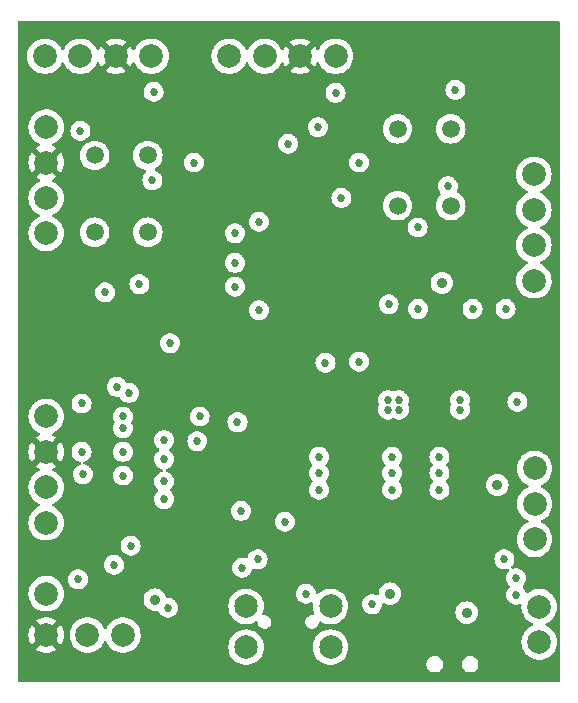
<source format=gbr>
%TF.GenerationSoftware,KiCad,Pcbnew,8.0.6*%
%TF.CreationDate,2025-01-16T10:56:52-08:00*%
%TF.ProjectId,DeskCleanerRobot2,4465736b-436c-4656-916e-6572526f626f,rev?*%
%TF.SameCoordinates,Original*%
%TF.FileFunction,Copper,L3,Inr*%
%TF.FilePolarity,Positive*%
%FSLAX46Y46*%
G04 Gerber Fmt 4.6, Leading zero omitted, Abs format (unit mm)*
G04 Created by KiCad (PCBNEW 8.0.6) date 2025-01-16 10:56:52*
%MOMM*%
%LPD*%
G01*
G04 APERTURE LIST*
%TA.AperFunction,ComponentPad*%
%ADD10C,2.000000*%
%TD*%
%TA.AperFunction,ComponentPad*%
%ADD11C,1.500000*%
%TD*%
%TA.AperFunction,ComponentPad*%
%ADD12C,1.995000*%
%TD*%
%TA.AperFunction,ViaPad*%
%ADD13C,0.685800*%
%TD*%
%TA.AperFunction,ViaPad*%
%ADD14C,0.889000*%
%TD*%
G04 APERTURE END LIST*
D10*
%TO.N,SC7*%
%TO.C,SC7*%
X116000000Y-33500000D03*
%TD*%
%TO.N,+3.3V*%
%TO.C,3V1*%
X100500000Y-42500000D03*
%TD*%
%TO.N,GND*%
%TO.C,-E1*%
X141850000Y-71400000D03*
%TD*%
%TO.N,ESCsignal*%
%TO.C,SIG1*%
X141850000Y-74400000D03*
%TD*%
%TO.N,SC3*%
%TO.C,SC3*%
X107000000Y-82500000D03*
%TD*%
%TO.N,GND*%
%TO.C,GN0*%
X109400000Y-33500000D03*
%TD*%
%TO.N,SD1*%
%TO.C,SD1*%
X100500000Y-45500000D03*
%TD*%
%TO.N,+3.3V*%
%TO.C,3V3*%
X100500000Y-82500000D03*
%TD*%
%TO.N,AOUT1*%
%TO.C,AO1*%
X141800000Y-52500000D03*
%TD*%
%TO.N,ESC+*%
%TO.C,+E1*%
X141850000Y-68400000D03*
%TD*%
%TO.N,BOUT2*%
%TO.C,BO2*%
X141800000Y-43500000D03*
%TD*%
%TO.N,+3.3V*%
%TO.C,3V7*%
X122000000Y-33500000D03*
%TD*%
D11*
%TO.N,unconnected-(BOOT1-Pad1)*%
%TO.C,BOOT1*%
X109100000Y-41900000D03*
%TO.N,Net-(IC8-IO0)*%
X109100000Y-48400000D03*
%TO.N,unconnected-(BOOT1-Pad3)*%
X104600000Y-41900000D03*
%TO.N,GND*%
X104600000Y-48400000D03*
%TD*%
D10*
%TO.N,GND*%
%TO.C,-BAT1*%
X142250000Y-80100000D03*
%TD*%
D12*
%TO.N,unconnected-(USB1-PadMH1)*%
%TO.C,USB1*%
X117425000Y-80080000D03*
%TO.N,unconnected-(USB1-PadMH2)*%
X124575000Y-80080000D03*
%TO.N,unconnected-(USB1-PadMH3)*%
X124575000Y-83530000D03*
%TO.N,unconnected-(USB1-PadMH4)*%
X117425000Y-83530000D03*
%TD*%
D10*
%TO.N,BOUT1*%
%TO.C,BO1*%
X141800000Y-46500000D03*
%TD*%
%TO.N,+BATT*%
%TO.C,+BAT1*%
X142250000Y-83100000D03*
%TD*%
%TO.N,GND*%
%TO.C,GN3*%
X100500000Y-79000000D03*
%TD*%
%TO.N,AOUT2*%
%TO.C,AO2*%
X141800000Y-49500000D03*
%TD*%
%TO.N,SD3*%
%TO.C,SD3*%
X104000000Y-82500000D03*
%TD*%
%TO.N,SD2*%
%TO.C,SD2*%
X100500000Y-70000000D03*
%TD*%
D11*
%TO.N,Net-(IC8-EN)*%
%TO.C,RESET1*%
X130250000Y-46150000D03*
%TO.N,unconnected-(RESET1-Pad2)*%
X130250000Y-39650000D03*
%TO.N,GND*%
X134750000Y-46150000D03*
%TO.N,unconnected-(RESET1-Pad4)*%
X134750000Y-39650000D03*
%TD*%
D10*
%TO.N,+3.3V*%
%TO.C,3V0*%
X106400000Y-33500000D03*
%TD*%
%TO.N,SD0*%
%TO.C,SD0*%
X103400000Y-33500000D03*
%TD*%
%TO.N,SC1*%
%TO.C,SC1*%
X100500000Y-48500000D03*
%TD*%
%TO.N,SC0*%
%TO.C,SC0*%
X100400000Y-33500000D03*
%TD*%
%TO.N,SC2*%
%TO.C,SC2*%
X100500000Y-73000000D03*
%TD*%
%TO.N,+3.3V*%
%TO.C,3V2*%
X100500000Y-67000000D03*
%TD*%
%TO.N,GND*%
%TO.C,GN1*%
X100500000Y-39500000D03*
%TD*%
%TO.N,GND*%
%TO.C,GN2*%
X100500000Y-64000000D03*
%TD*%
%TO.N,GND*%
%TO.C,GN7*%
X125000000Y-33500000D03*
%TD*%
%TO.N,SD7*%
%TO.C,SD7*%
X119000000Y-33500000D03*
%TD*%
D13*
%TO.N,+5V*%
X117100000Y-76800000D03*
X120700000Y-72900000D03*
D14*
%TO.N,+BATT*%
X136100000Y-80600000D03*
X129600000Y-79000000D03*
X109700000Y-79500000D03*
%TO.N,ESC+*%
X138700000Y-69800000D03*
X134000000Y-52700000D03*
D13*
%TO.N,+3.3V*%
X137850000Y-62515000D03*
X131000000Y-52500000D03*
X116500000Y-61500000D03*
X110800000Y-46600000D03*
X137350000Y-58515000D03*
X133350000Y-59415000D03*
X107500000Y-60500000D03*
X131750000Y-60215000D03*
X130950000Y-59415000D03*
X104700000Y-45000000D03*
X103000000Y-80500000D03*
X118600000Y-66000000D03*
X132150000Y-59415000D03*
X103500000Y-64500000D03*
X119000000Y-60500000D03*
X103900000Y-65600000D03*
X114600000Y-60900000D03*
X132750000Y-60215000D03*
X106600000Y-50500000D03*
X103400000Y-61000000D03*
X103500000Y-70500000D03*
X129700000Y-37300000D03*
X106600000Y-56800000D03*
X122000000Y-36000000D03*
X106600000Y-36500000D03*
%TO.N,SC2*%
X110500000Y-67625000D03*
X103600000Y-68900000D03*
%TO.N,SD0*%
X106500000Y-61500000D03*
%TO.N,SD3*%
X107000000Y-69000000D03*
%TO.N,SD2*%
X103500000Y-67000000D03*
X107000000Y-67000000D03*
%TO.N,SD1*%
X107000000Y-65000000D03*
%TO.N,SC0*%
X109500000Y-44000000D03*
X107000000Y-64000000D03*
%TO.N,SD7*%
X113300000Y-66100000D03*
X123500000Y-39500000D03*
%TO.N,SC3*%
X110500000Y-69500000D03*
%TO.N,SC1*%
X110500000Y-66000000D03*
%TO.N,SC7*%
X116700000Y-64500000D03*
X121000000Y-40900000D03*
%TO.N,ESCsignal*%
X129500000Y-54500000D03*
%TO.N,GND*%
X117000000Y-72000000D03*
X135550000Y-63415000D03*
X105500000Y-53500000D03*
X107650000Y-74950000D03*
X133800000Y-68800000D03*
X135550000Y-62615000D03*
X122500000Y-79000000D03*
X113500000Y-64000000D03*
X139300000Y-76100000D03*
X129800000Y-68800000D03*
X140300000Y-79100000D03*
X103400000Y-39800000D03*
X135150000Y-36350000D03*
X103500000Y-62900000D03*
X125500000Y-45500000D03*
X129450000Y-63415000D03*
X140300000Y-77700000D03*
X118500000Y-55000000D03*
X107500000Y-62000000D03*
X130350000Y-62615000D03*
X136600000Y-54900000D03*
X130350000Y-63415000D03*
X129800000Y-67400000D03*
X132000000Y-54900000D03*
X129450000Y-62615000D03*
X110800000Y-80200000D03*
X116500000Y-53000000D03*
X103200000Y-77800000D03*
X133800000Y-67400000D03*
X123600000Y-68800000D03*
X113000000Y-42500000D03*
X123600000Y-67400000D03*
X108400000Y-52800000D03*
X125000000Y-36600000D03*
X123600000Y-70200000D03*
X133800000Y-70200000D03*
X124150000Y-59450000D03*
X129800000Y-70200000D03*
X118400000Y-76100000D03*
X140400000Y-62750000D03*
X110500000Y-71000000D03*
X131950000Y-48000000D03*
X116500000Y-48500000D03*
X127000000Y-59350000D03*
X116500000Y-51000000D03*
X106250000Y-76550000D03*
X127000000Y-42500000D03*
X111000000Y-57800000D03*
X134500000Y-44500000D03*
X128100000Y-79900000D03*
X118500000Y-47500000D03*
X139400000Y-54900000D03*
X109600000Y-36500000D03*
%TD*%
%TA.AperFunction,Conductor*%
%TO.N,+3.3V*%
G36*
X143943039Y-30520185D02*
G01*
X143988794Y-30572989D01*
X144000000Y-30624500D01*
X144000000Y-80050906D01*
X143985250Y-80101137D01*
X143997456Y-80124102D01*
X144000000Y-80149093D01*
X144000000Y-83050906D01*
X143985250Y-83101137D01*
X143997456Y-83124102D01*
X144000000Y-83149093D01*
X144000000Y-86375500D01*
X143980315Y-86442539D01*
X143927511Y-86488294D01*
X143876000Y-86499500D01*
X98224500Y-86499500D01*
X98157461Y-86479815D01*
X98111706Y-86427011D01*
X98100500Y-86375500D01*
X98100500Y-85043995D01*
X132699499Y-85043995D01*
X132726418Y-85179322D01*
X132726421Y-85179332D01*
X132779221Y-85306804D01*
X132779228Y-85306817D01*
X132855885Y-85421541D01*
X132855888Y-85421545D01*
X132953454Y-85519111D01*
X132953458Y-85519114D01*
X133068182Y-85595771D01*
X133068195Y-85595778D01*
X133195667Y-85648578D01*
X133195672Y-85648580D01*
X133195676Y-85648580D01*
X133195677Y-85648581D01*
X133331004Y-85675500D01*
X133331007Y-85675500D01*
X133468995Y-85675500D01*
X133560041Y-85657389D01*
X133604328Y-85648580D01*
X133731811Y-85595775D01*
X133846542Y-85519114D01*
X133944114Y-85421542D01*
X134020775Y-85306811D01*
X134073580Y-85179328D01*
X134100500Y-85043995D01*
X135699499Y-85043995D01*
X135726418Y-85179322D01*
X135726421Y-85179332D01*
X135779221Y-85306804D01*
X135779228Y-85306817D01*
X135855885Y-85421541D01*
X135855888Y-85421545D01*
X135953454Y-85519111D01*
X135953458Y-85519114D01*
X136068182Y-85595771D01*
X136068195Y-85595778D01*
X136195667Y-85648578D01*
X136195672Y-85648580D01*
X136195676Y-85648580D01*
X136195677Y-85648581D01*
X136331004Y-85675500D01*
X136331007Y-85675500D01*
X136468995Y-85675500D01*
X136560041Y-85657389D01*
X136604328Y-85648580D01*
X136731811Y-85595775D01*
X136846542Y-85519114D01*
X136944114Y-85421542D01*
X137020775Y-85306811D01*
X137073580Y-85179328D01*
X137100500Y-85043993D01*
X137100500Y-84906007D01*
X137100500Y-84906004D01*
X137073581Y-84770677D01*
X137073580Y-84770676D01*
X137073580Y-84770672D01*
X137073578Y-84770667D01*
X137020778Y-84643195D01*
X137020771Y-84643182D01*
X136944114Y-84528458D01*
X136944111Y-84528454D01*
X136846545Y-84430888D01*
X136846541Y-84430885D01*
X136731817Y-84354228D01*
X136731804Y-84354221D01*
X136604332Y-84301421D01*
X136604322Y-84301418D01*
X136468995Y-84274500D01*
X136468993Y-84274500D01*
X136331007Y-84274500D01*
X136331005Y-84274500D01*
X136195677Y-84301418D01*
X136195667Y-84301421D01*
X136068195Y-84354221D01*
X136068182Y-84354228D01*
X135953458Y-84430885D01*
X135953454Y-84430888D01*
X135855888Y-84528454D01*
X135855885Y-84528458D01*
X135779228Y-84643182D01*
X135779221Y-84643195D01*
X135726421Y-84770667D01*
X135726418Y-84770677D01*
X135699500Y-84906004D01*
X135699500Y-84906007D01*
X135699500Y-85043993D01*
X135699500Y-85043995D01*
X135699499Y-85043995D01*
X134100500Y-85043995D01*
X134100500Y-85043993D01*
X134100500Y-84906007D01*
X134100500Y-84906004D01*
X134073581Y-84770677D01*
X134073580Y-84770676D01*
X134073580Y-84770672D01*
X134073578Y-84770667D01*
X134020778Y-84643195D01*
X134020771Y-84643182D01*
X133944114Y-84528458D01*
X133944111Y-84528454D01*
X133846545Y-84430888D01*
X133846541Y-84430885D01*
X133731817Y-84354228D01*
X133731804Y-84354221D01*
X133604332Y-84301421D01*
X133604322Y-84301418D01*
X133468995Y-84274500D01*
X133468993Y-84274500D01*
X133331007Y-84274500D01*
X133331005Y-84274500D01*
X133195677Y-84301418D01*
X133195667Y-84301421D01*
X133068195Y-84354221D01*
X133068182Y-84354228D01*
X132953458Y-84430885D01*
X132953454Y-84430888D01*
X132855888Y-84528454D01*
X132855885Y-84528458D01*
X132779228Y-84643182D01*
X132779221Y-84643195D01*
X132726421Y-84770667D01*
X132726418Y-84770677D01*
X132699500Y-84906004D01*
X132699500Y-84906007D01*
X132699500Y-85043993D01*
X132699500Y-85043995D01*
X132699499Y-85043995D01*
X98100500Y-85043995D01*
X98100500Y-82499994D01*
X98994859Y-82499994D01*
X98994859Y-82500005D01*
X99015385Y-82747729D01*
X99015387Y-82747738D01*
X99076412Y-82988717D01*
X99176266Y-83216364D01*
X99276564Y-83369882D01*
X100017037Y-82629409D01*
X100034075Y-82692993D01*
X100099901Y-82807007D01*
X100192993Y-82900099D01*
X100307007Y-82965925D01*
X100370590Y-82982962D01*
X99629942Y-83723609D01*
X99676768Y-83760055D01*
X99676770Y-83760056D01*
X99895385Y-83878364D01*
X99895396Y-83878369D01*
X100130506Y-83959083D01*
X100375707Y-84000000D01*
X100624293Y-84000000D01*
X100869493Y-83959083D01*
X101104603Y-83878369D01*
X101104614Y-83878364D01*
X101323228Y-83760057D01*
X101323231Y-83760055D01*
X101370056Y-83723609D01*
X100629409Y-82982962D01*
X100692993Y-82965925D01*
X100807007Y-82900099D01*
X100900099Y-82807007D01*
X100965925Y-82692993D01*
X100982962Y-82629409D01*
X101723434Y-83369882D01*
X101823731Y-83216369D01*
X101923587Y-82988717D01*
X101984612Y-82747738D01*
X101984614Y-82747729D01*
X102005141Y-82500005D01*
X102005141Y-82499994D01*
X102494357Y-82499994D01*
X102494357Y-82500005D01*
X102514890Y-82747812D01*
X102514892Y-82747824D01*
X102575936Y-82988881D01*
X102675826Y-83216606D01*
X102811833Y-83424782D01*
X102811836Y-83424785D01*
X102980256Y-83607738D01*
X103176491Y-83760474D01*
X103176493Y-83760475D01*
X103394332Y-83878364D01*
X103395190Y-83878828D01*
X103614141Y-83953994D01*
X103628964Y-83959083D01*
X103630386Y-83959571D01*
X103875665Y-84000500D01*
X104124335Y-84000500D01*
X104369614Y-83959571D01*
X104604810Y-83878828D01*
X104823509Y-83760474D01*
X105019744Y-83607738D01*
X105188164Y-83424785D01*
X105324173Y-83216607D01*
X105374823Y-83101137D01*
X105386444Y-83074644D01*
X105431400Y-83021158D01*
X105498136Y-83000468D01*
X105565464Y-83019143D01*
X105612007Y-83071253D01*
X105613556Y-83074644D01*
X105675826Y-83216606D01*
X105811833Y-83424782D01*
X105811836Y-83424785D01*
X105980256Y-83607738D01*
X106176491Y-83760474D01*
X106176493Y-83760475D01*
X106394332Y-83878364D01*
X106395190Y-83878828D01*
X106614141Y-83953994D01*
X106628964Y-83959083D01*
X106630386Y-83959571D01*
X106875665Y-84000500D01*
X107124335Y-84000500D01*
X107369614Y-83959571D01*
X107604810Y-83878828D01*
X107823509Y-83760474D01*
X108019744Y-83607738D01*
X108091312Y-83529994D01*
X115921866Y-83529994D01*
X115921866Y-83530005D01*
X115942366Y-83777404D01*
X116003309Y-84018065D01*
X116103033Y-84245414D01*
X116178206Y-84360474D01*
X116238816Y-84453244D01*
X116406955Y-84635892D01*
X116602864Y-84788373D01*
X116803216Y-84896798D01*
X116820231Y-84906007D01*
X116821198Y-84906530D01*
X117056002Y-84987138D01*
X117300872Y-85028000D01*
X117300873Y-85028000D01*
X117549127Y-85028000D01*
X117549128Y-85028000D01*
X117793998Y-84987138D01*
X118028802Y-84906530D01*
X118247136Y-84788373D01*
X118443045Y-84635892D01*
X118611184Y-84453244D01*
X118746967Y-84245413D01*
X118846690Y-84018067D01*
X118907633Y-83777408D01*
X118916744Y-83667448D01*
X118928134Y-83530005D01*
X118928134Y-83529994D01*
X123071866Y-83529994D01*
X123071866Y-83530005D01*
X123092366Y-83777404D01*
X123153309Y-84018065D01*
X123253033Y-84245414D01*
X123328206Y-84360474D01*
X123388816Y-84453244D01*
X123556955Y-84635892D01*
X123752864Y-84788373D01*
X123953216Y-84896798D01*
X123970231Y-84906007D01*
X123971198Y-84906530D01*
X124206002Y-84987138D01*
X124450872Y-85028000D01*
X124450873Y-85028000D01*
X124699127Y-85028000D01*
X124699128Y-85028000D01*
X124943998Y-84987138D01*
X125178802Y-84906530D01*
X125397136Y-84788373D01*
X125593045Y-84635892D01*
X125761184Y-84453244D01*
X125896967Y-84245413D01*
X125996690Y-84018067D01*
X126057633Y-83777408D01*
X126066744Y-83667448D01*
X126078134Y-83530005D01*
X126078134Y-83529994D01*
X126057633Y-83282595D01*
X126057633Y-83282592D01*
X125996690Y-83041933D01*
X125896967Y-82814587D01*
X125853348Y-82747824D01*
X125829075Y-82710671D01*
X125761184Y-82606756D01*
X125593045Y-82424108D01*
X125397136Y-82271627D01*
X125218987Y-82175217D01*
X125178803Y-82153470D01*
X125178797Y-82153468D01*
X124944000Y-82072862D01*
X124780751Y-82045620D01*
X124699128Y-82032000D01*
X124450872Y-82032000D01*
X124389654Y-82042215D01*
X124205999Y-82072862D01*
X123971202Y-82153468D01*
X123971196Y-82153470D01*
X123752862Y-82271628D01*
X123556957Y-82424106D01*
X123388817Y-82606754D01*
X123388814Y-82606758D01*
X123253033Y-82814585D01*
X123153309Y-83041934D01*
X123092366Y-83282595D01*
X123071866Y-83529994D01*
X118928134Y-83529994D01*
X118907633Y-83282595D01*
X118907633Y-83282592D01*
X118846690Y-83041933D01*
X118746967Y-82814587D01*
X118703348Y-82747824D01*
X118679075Y-82710671D01*
X118611184Y-82606756D01*
X118443045Y-82424108D01*
X118247136Y-82271627D01*
X118068987Y-82175217D01*
X118028803Y-82153470D01*
X118028797Y-82153468D01*
X117794000Y-82072862D01*
X117630751Y-82045620D01*
X117549128Y-82032000D01*
X117300872Y-82032000D01*
X117239654Y-82042215D01*
X117055999Y-82072862D01*
X116821202Y-82153468D01*
X116821196Y-82153470D01*
X116602862Y-82271628D01*
X116406957Y-82424106D01*
X116238817Y-82606754D01*
X116238814Y-82606758D01*
X116103033Y-82814585D01*
X116003309Y-83041934D01*
X115942366Y-83282595D01*
X115921866Y-83529994D01*
X108091312Y-83529994D01*
X108188164Y-83424785D01*
X108324173Y-83216607D01*
X108424063Y-82988881D01*
X108485108Y-82747821D01*
X108489651Y-82692993D01*
X108505643Y-82500005D01*
X108505643Y-82499994D01*
X108485109Y-82252187D01*
X108485107Y-82252175D01*
X108424063Y-82011118D01*
X108324173Y-81783393D01*
X108188166Y-81575217D01*
X108099435Y-81478830D01*
X108019744Y-81392262D01*
X107823509Y-81239526D01*
X107823507Y-81239525D01*
X107823506Y-81239524D01*
X107604811Y-81121172D01*
X107604802Y-81121169D01*
X107369616Y-81040429D01*
X107124335Y-80999500D01*
X106875665Y-80999500D01*
X106630383Y-81040429D01*
X106395197Y-81121169D01*
X106395188Y-81121172D01*
X106176493Y-81239524D01*
X105980257Y-81392261D01*
X105811833Y-81575217D01*
X105675826Y-81783393D01*
X105613556Y-81925355D01*
X105568600Y-81978841D01*
X105501864Y-81999531D01*
X105434536Y-81980856D01*
X105387993Y-81928746D01*
X105386444Y-81925355D01*
X105324173Y-81783393D01*
X105188166Y-81575217D01*
X105099435Y-81478830D01*
X105019744Y-81392262D01*
X104823509Y-81239526D01*
X104823507Y-81239525D01*
X104823506Y-81239524D01*
X104604811Y-81121172D01*
X104604802Y-81121169D01*
X104369616Y-81040429D01*
X104124335Y-80999500D01*
X103875665Y-80999500D01*
X103630383Y-81040429D01*
X103395197Y-81121169D01*
X103395188Y-81121172D01*
X103176493Y-81239524D01*
X102980257Y-81392261D01*
X102811833Y-81575217D01*
X102675826Y-81783393D01*
X102575936Y-82011118D01*
X102514892Y-82252175D01*
X102514890Y-82252187D01*
X102494357Y-82499994D01*
X102005141Y-82499994D01*
X101984614Y-82252270D01*
X101984612Y-82252261D01*
X101923587Y-82011282D01*
X101823731Y-81783630D01*
X101723434Y-81630116D01*
X100982962Y-82370589D01*
X100965925Y-82307007D01*
X100900099Y-82192993D01*
X100807007Y-82099901D01*
X100692993Y-82034075D01*
X100629410Y-82017037D01*
X101370057Y-81276390D01*
X101370056Y-81276389D01*
X101323229Y-81239943D01*
X101104614Y-81121635D01*
X101104603Y-81121630D01*
X100869493Y-81040916D01*
X100624293Y-81000000D01*
X100375707Y-81000000D01*
X100130506Y-81040916D01*
X99895396Y-81121630D01*
X99895390Y-81121632D01*
X99676761Y-81239949D01*
X99629942Y-81276388D01*
X99629942Y-81276390D01*
X100370590Y-82017037D01*
X100307007Y-82034075D01*
X100192993Y-82099901D01*
X100099901Y-82192993D01*
X100034075Y-82307007D01*
X100017037Y-82370589D01*
X99276564Y-81630116D01*
X99176267Y-81783632D01*
X99076412Y-82011282D01*
X99015387Y-82252261D01*
X99015385Y-82252270D01*
X98994859Y-82499994D01*
X98100500Y-82499994D01*
X98100500Y-78999994D01*
X98994357Y-78999994D01*
X98994357Y-79000005D01*
X99014890Y-79247812D01*
X99014892Y-79247824D01*
X99075936Y-79488881D01*
X99175826Y-79716606D01*
X99311833Y-79924782D01*
X99311836Y-79924785D01*
X99480256Y-80107738D01*
X99676491Y-80260474D01*
X99676493Y-80260475D01*
X99890555Y-80376320D01*
X99895190Y-80378828D01*
X100130386Y-80459571D01*
X100375665Y-80500500D01*
X100624335Y-80500500D01*
X100869614Y-80459571D01*
X101104810Y-80378828D01*
X101323509Y-80260474D01*
X101519744Y-80107738D01*
X101688164Y-79924785D01*
X101824173Y-79716607D01*
X101919186Y-79500000D01*
X108750428Y-79500000D01*
X108768673Y-79685250D01*
X108822711Y-79863389D01*
X108910458Y-80027552D01*
X108910460Y-80027554D01*
X109028550Y-80171449D01*
X109172445Y-80289539D01*
X109172447Y-80289541D01*
X109336610Y-80377288D01*
X109336612Y-80377288D01*
X109336615Y-80377290D01*
X109514748Y-80431326D01*
X109514747Y-80431326D01*
X109532993Y-80433123D01*
X109700000Y-80449572D01*
X109885252Y-80431326D01*
X109885254Y-80431325D01*
X109885897Y-80431262D01*
X109954544Y-80444281D01*
X110005254Y-80492345D01*
X110015982Y-80516344D01*
X110025271Y-80544931D01*
X110025272Y-80544933D01*
X110025273Y-80544935D01*
X110050645Y-80588881D01*
X110113916Y-80698469D01*
X110133294Y-80719990D01*
X110232543Y-80830219D01*
X110232546Y-80830221D01*
X110375977Y-80934429D01*
X110537933Y-81006538D01*
X110537936Y-81006538D01*
X110537939Y-81006540D01*
X110711355Y-81043400D01*
X110888645Y-81043400D01*
X111062061Y-81006540D01*
X111062064Y-81006538D01*
X111062066Y-81006538D01*
X111094869Y-80991932D01*
X111224023Y-80934429D01*
X111367454Y-80830221D01*
X111486084Y-80698469D01*
X111574729Y-80544931D01*
X111629514Y-80376319D01*
X111648046Y-80200000D01*
X111635433Y-80079994D01*
X115921866Y-80079994D01*
X115921866Y-80080005D01*
X115942366Y-80327404D01*
X116003309Y-80568065D01*
X116103033Y-80795414D01*
X116193401Y-80933732D01*
X116238816Y-81003244D01*
X116406955Y-81185892D01*
X116602864Y-81338373D01*
X116821198Y-81456530D01*
X117056002Y-81537138D01*
X117300872Y-81578000D01*
X117300873Y-81578000D01*
X117549127Y-81578000D01*
X117549128Y-81578000D01*
X117793998Y-81537138D01*
X118028802Y-81456530D01*
X118241484Y-81341431D01*
X118309810Y-81326837D01*
X118375183Y-81351500D01*
X118416844Y-81407590D01*
X118424500Y-81450487D01*
X118424500Y-81475766D01*
X118425321Y-81478830D01*
X118463719Y-81622136D01*
X118474281Y-81640429D01*
X118539485Y-81753365D01*
X118646635Y-81860515D01*
X118777865Y-81936281D01*
X118924234Y-81975500D01*
X118924236Y-81975500D01*
X119075764Y-81975500D01*
X119075766Y-81975500D01*
X119222135Y-81936281D01*
X119353365Y-81860515D01*
X119460515Y-81753365D01*
X119536281Y-81622135D01*
X119575500Y-81475766D01*
X119575500Y-81324234D01*
X119536281Y-81177865D01*
X119460515Y-81046635D01*
X119353365Y-80939485D01*
X119287750Y-80901602D01*
X119222136Y-80863719D01*
X119097117Y-80830221D01*
X119075766Y-80824500D01*
X118924234Y-80824500D01*
X118924004Y-80824500D01*
X118856965Y-80804815D01*
X118811210Y-80752011D01*
X118801266Y-80682853D01*
X118810448Y-80650690D01*
X118817581Y-80634429D01*
X118846690Y-80568067D01*
X118907633Y-80327408D01*
X118925836Y-80107738D01*
X118928134Y-80080005D01*
X118928134Y-80079994D01*
X118910185Y-79863389D01*
X118907633Y-79832592D01*
X118846690Y-79591933D01*
X118746967Y-79364587D01*
X118746184Y-79363389D01*
X118611185Y-79156758D01*
X118611184Y-79156756D01*
X118466880Y-79000000D01*
X121651954Y-79000000D01*
X121670486Y-79176320D01*
X121670487Y-79176322D01*
X121725271Y-79344933D01*
X121725272Y-79344934D01*
X121794922Y-79465570D01*
X121813916Y-79498469D01*
X121861414Y-79551221D01*
X121932543Y-79630219D01*
X121932546Y-79630221D01*
X122075977Y-79734429D01*
X122237933Y-79806538D01*
X122237936Y-79806538D01*
X122237939Y-79806540D01*
X122411355Y-79843400D01*
X122588645Y-79843400D01*
X122762061Y-79806540D01*
X122915959Y-79738019D01*
X122985204Y-79728734D01*
X123048481Y-79758362D01*
X123085695Y-79817497D01*
X123089968Y-79861538D01*
X123083185Y-79943399D01*
X123071867Y-80079994D01*
X123071866Y-80080004D01*
X123071866Y-80080005D01*
X123092366Y-80327404D01*
X123153309Y-80568065D01*
X123189552Y-80650690D01*
X123198455Y-80719990D01*
X123168478Y-80783102D01*
X123109138Y-80819989D01*
X123075996Y-80824500D01*
X122924234Y-80824500D01*
X122777863Y-80863719D01*
X122646635Y-80939485D01*
X122646632Y-80939487D01*
X122539487Y-81046632D01*
X122539485Y-81046635D01*
X122463719Y-81177863D01*
X122424500Y-81324234D01*
X122424500Y-81475766D01*
X122425321Y-81478830D01*
X122463719Y-81622136D01*
X122474281Y-81640429D01*
X122539485Y-81753365D01*
X122646635Y-81860515D01*
X122777865Y-81936281D01*
X122924234Y-81975500D01*
X122924236Y-81975500D01*
X123075764Y-81975500D01*
X123075766Y-81975500D01*
X123222135Y-81936281D01*
X123353365Y-81860515D01*
X123460515Y-81753365D01*
X123536281Y-81622135D01*
X123575500Y-81475766D01*
X123575500Y-81450487D01*
X123595185Y-81383448D01*
X123647989Y-81337693D01*
X123717147Y-81327749D01*
X123758514Y-81341430D01*
X123951480Y-81445859D01*
X123960031Y-81450487D01*
X123971198Y-81456530D01*
X124206002Y-81537138D01*
X124450872Y-81578000D01*
X124450873Y-81578000D01*
X124699127Y-81578000D01*
X124699128Y-81578000D01*
X124943998Y-81537138D01*
X125178802Y-81456530D01*
X125397136Y-81338373D01*
X125593045Y-81185892D01*
X125761184Y-81003244D01*
X125896967Y-80795413D01*
X125996690Y-80568067D01*
X126057633Y-80327408D01*
X126075836Y-80107738D01*
X126078134Y-80080005D01*
X126078134Y-80079994D01*
X126063219Y-79900000D01*
X127251954Y-79900000D01*
X127270486Y-80076320D01*
X127270487Y-80076322D01*
X127325271Y-80244933D01*
X127325272Y-80244934D01*
X127372889Y-80327408D01*
X127413916Y-80398469D01*
X127428574Y-80414748D01*
X127532543Y-80530219D01*
X127532546Y-80530221D01*
X127675977Y-80634429D01*
X127837933Y-80706538D01*
X127837936Y-80706538D01*
X127837939Y-80706540D01*
X128011355Y-80743400D01*
X128188645Y-80743400D01*
X128362061Y-80706540D01*
X128362064Y-80706538D01*
X128362066Y-80706538D01*
X128415262Y-80682853D01*
X128524023Y-80634429D01*
X128571411Y-80600000D01*
X135150428Y-80600000D01*
X135168673Y-80785250D01*
X135222711Y-80963389D01*
X135310458Y-81127552D01*
X135310460Y-81127554D01*
X135428550Y-81271449D01*
X135572445Y-81389539D01*
X135572447Y-81389541D01*
X135736610Y-81477288D01*
X135736612Y-81477288D01*
X135736615Y-81477290D01*
X135914748Y-81531326D01*
X135914747Y-81531326D01*
X135931357Y-81532961D01*
X136100000Y-81549572D01*
X136285252Y-81531326D01*
X136463385Y-81477290D01*
X136502223Y-81456531D01*
X136627552Y-81389541D01*
X136627551Y-81389541D01*
X136627554Y-81389540D01*
X136771449Y-81271449D01*
X136889540Y-81127554D01*
X136954224Y-81006538D01*
X136977288Y-80963389D01*
X136977288Y-80963388D01*
X136977290Y-80963385D01*
X137031326Y-80785252D01*
X137049572Y-80600000D01*
X137031326Y-80414748D01*
X136977290Y-80236615D01*
X136977288Y-80236612D01*
X136977288Y-80236610D01*
X136889541Y-80072447D01*
X136889539Y-80072445D01*
X136771449Y-79928550D01*
X136627554Y-79810460D01*
X136627552Y-79810458D01*
X136463389Y-79722711D01*
X136339896Y-79685250D01*
X136285252Y-79668674D01*
X136285250Y-79668673D01*
X136285252Y-79668673D01*
X136100000Y-79650428D01*
X135914749Y-79668673D01*
X135736610Y-79722711D01*
X135572447Y-79810458D01*
X135572445Y-79810460D01*
X135428550Y-79928550D01*
X135310460Y-80072445D01*
X135310458Y-80072447D01*
X135222711Y-80236610D01*
X135168673Y-80414749D01*
X135150428Y-80600000D01*
X128571411Y-80600000D01*
X128667454Y-80530221D01*
X128786084Y-80398469D01*
X128874729Y-80244931D01*
X128929514Y-80076319D01*
X128946394Y-79915717D01*
X128972978Y-79851106D01*
X129030275Y-79811121D01*
X129100094Y-79808461D01*
X129128167Y-79819324D01*
X129236610Y-79877288D01*
X129236612Y-79877288D01*
X129236615Y-79877290D01*
X129414748Y-79931326D01*
X129414747Y-79931326D01*
X129431357Y-79932961D01*
X129600000Y-79949572D01*
X129785252Y-79931326D01*
X129963385Y-79877290D01*
X129989400Y-79863385D01*
X130127552Y-79789541D01*
X130127551Y-79789541D01*
X130127554Y-79789540D01*
X130271449Y-79671449D01*
X130389540Y-79527554D01*
X130477290Y-79363385D01*
X130531326Y-79185252D01*
X130549572Y-79000000D01*
X130531326Y-78814748D01*
X130477290Y-78636615D01*
X130477288Y-78636612D01*
X130477288Y-78636610D01*
X130389541Y-78472447D01*
X130389539Y-78472445D01*
X130271449Y-78328550D01*
X130127554Y-78210460D01*
X130127552Y-78210458D01*
X129963389Y-78122711D01*
X129806821Y-78075217D01*
X129785252Y-78068674D01*
X129785250Y-78068673D01*
X129785252Y-78068673D01*
X129600000Y-78050428D01*
X129414749Y-78068673D01*
X129236610Y-78122711D01*
X129072447Y-78210458D01*
X129072445Y-78210460D01*
X128928550Y-78328550D01*
X128810460Y-78472445D01*
X128810458Y-78472447D01*
X128722711Y-78636610D01*
X128668673Y-78814749D01*
X128650428Y-79000000D01*
X128652387Y-79019890D01*
X128639368Y-79088536D01*
X128591303Y-79139246D01*
X128523452Y-79155921D01*
X128478548Y-79145324D01*
X128464897Y-79139246D01*
X128362061Y-79093460D01*
X128362059Y-79093459D01*
X128362058Y-79093459D01*
X128188645Y-79056600D01*
X128011355Y-79056600D01*
X127837941Y-79093459D01*
X127837933Y-79093461D01*
X127675978Y-79165570D01*
X127532543Y-79269780D01*
X127413915Y-79401532D01*
X127325272Y-79555065D01*
X127325271Y-79555066D01*
X127270487Y-79723677D01*
X127270486Y-79723679D01*
X127251954Y-79900000D01*
X126063219Y-79900000D01*
X126060185Y-79863389D01*
X126057633Y-79832592D01*
X125996690Y-79591933D01*
X125896967Y-79364587D01*
X125896184Y-79363389D01*
X125761185Y-79156758D01*
X125761184Y-79156756D01*
X125593045Y-78974108D01*
X125397136Y-78821627D01*
X125268801Y-78752175D01*
X125178803Y-78703470D01*
X125178797Y-78703468D01*
X124944000Y-78622862D01*
X124780751Y-78595620D01*
X124699128Y-78582000D01*
X124450872Y-78582000D01*
X124389654Y-78592215D01*
X124205999Y-78622862D01*
X123971202Y-78703468D01*
X123971196Y-78703470D01*
X123752862Y-78821628D01*
X123556955Y-78974107D01*
X123556954Y-78974108D01*
X123552872Y-78978543D01*
X123492983Y-79014531D01*
X123423145Y-79012428D01*
X123365531Y-78972901D01*
X123338433Y-78908500D01*
X123338340Y-78907658D01*
X123329514Y-78823681D01*
X123274729Y-78655069D01*
X123274728Y-78655068D01*
X123274728Y-78655066D01*
X123274727Y-78655065D01*
X123224848Y-78568673D01*
X123186084Y-78501531D01*
X123121876Y-78430221D01*
X123067456Y-78369780D01*
X122994847Y-78317027D01*
X122924023Y-78265571D01*
X122924021Y-78265570D01*
X122924022Y-78265570D01*
X122762066Y-78193461D01*
X122762058Y-78193459D01*
X122588645Y-78156600D01*
X122411355Y-78156600D01*
X122237941Y-78193459D01*
X122237933Y-78193461D01*
X122075978Y-78265570D01*
X121932543Y-78369780D01*
X121813915Y-78501532D01*
X121725272Y-78655065D01*
X121725271Y-78655066D01*
X121670487Y-78823677D01*
X121670486Y-78823679D01*
X121651954Y-79000000D01*
X118466880Y-79000000D01*
X118443045Y-78974108D01*
X118247136Y-78821627D01*
X118118801Y-78752175D01*
X118028803Y-78703470D01*
X118028797Y-78703468D01*
X117794000Y-78622862D01*
X117630751Y-78595620D01*
X117549128Y-78582000D01*
X117300872Y-78582000D01*
X117239654Y-78592215D01*
X117055999Y-78622862D01*
X116821202Y-78703468D01*
X116821196Y-78703470D01*
X116602862Y-78821628D01*
X116406957Y-78974106D01*
X116238817Y-79156754D01*
X116238814Y-79156758D01*
X116103033Y-79364585D01*
X116003309Y-79591934D01*
X115942366Y-79832595D01*
X115921866Y-80079994D01*
X111635433Y-80079994D01*
X111629514Y-80023681D01*
X111574729Y-79855069D01*
X111574728Y-79855068D01*
X111574728Y-79855066D01*
X111574727Y-79855065D01*
X111507151Y-79738020D01*
X111486084Y-79701531D01*
X111421876Y-79630221D01*
X111367456Y-79569780D01*
X111271411Y-79500000D01*
X111224023Y-79465571D01*
X111224021Y-79465570D01*
X111224022Y-79465570D01*
X111062066Y-79393461D01*
X111062058Y-79393459D01*
X110888645Y-79356600D01*
X110735986Y-79356600D01*
X110668947Y-79336915D01*
X110623192Y-79284111D01*
X110617328Y-79268603D01*
X110577290Y-79136615D01*
X110577288Y-79136612D01*
X110577288Y-79136610D01*
X110489541Y-78972447D01*
X110489539Y-78972445D01*
X110371449Y-78828550D01*
X110227554Y-78710460D01*
X110227552Y-78710458D01*
X110063389Y-78622711D01*
X109929182Y-78582000D01*
X109885252Y-78568674D01*
X109885250Y-78568673D01*
X109885252Y-78568673D01*
X109700000Y-78550428D01*
X109514749Y-78568673D01*
X109336610Y-78622711D01*
X109172447Y-78710458D01*
X109172445Y-78710460D01*
X109028550Y-78828550D01*
X108910460Y-78972445D01*
X108910458Y-78972447D01*
X108822711Y-79136610D01*
X108768673Y-79314749D01*
X108750428Y-79500000D01*
X101919186Y-79500000D01*
X101924063Y-79488881D01*
X101985108Y-79247821D01*
X101991124Y-79175217D01*
X102005643Y-79000005D01*
X102005643Y-78999994D01*
X101985109Y-78752187D01*
X101985107Y-78752175D01*
X101924063Y-78511118D01*
X101824173Y-78283393D01*
X101688166Y-78075217D01*
X101660286Y-78044931D01*
X101519744Y-77892262D01*
X101401206Y-77800000D01*
X102351954Y-77800000D01*
X102370486Y-77976320D01*
X102370487Y-77976322D01*
X102425271Y-78144933D01*
X102425272Y-78144934D01*
X102456178Y-78198464D01*
X102513916Y-78298469D01*
X102530626Y-78317027D01*
X102632543Y-78430219D01*
X102632546Y-78430221D01*
X102775977Y-78534429D01*
X102937933Y-78606538D01*
X102937936Y-78606538D01*
X102937939Y-78606540D01*
X103111355Y-78643400D01*
X103288645Y-78643400D01*
X103462061Y-78606540D01*
X103462064Y-78606538D01*
X103462066Y-78606538D01*
X103547108Y-78568674D01*
X103624023Y-78534429D01*
X103767454Y-78430221D01*
X103886084Y-78298469D01*
X103974729Y-78144931D01*
X104029514Y-77976319D01*
X104048046Y-77800000D01*
X104029514Y-77623681D01*
X103974729Y-77455069D01*
X103974728Y-77455068D01*
X103974728Y-77455066D01*
X103974727Y-77455065D01*
X103916992Y-77355065D01*
X103886084Y-77301531D01*
X103796044Y-77201531D01*
X103767456Y-77169780D01*
X103629816Y-77069780D01*
X103624023Y-77065571D01*
X103624021Y-77065570D01*
X103624022Y-77065570D01*
X103462066Y-76993461D01*
X103462058Y-76993459D01*
X103288645Y-76956600D01*
X103111355Y-76956600D01*
X102937941Y-76993459D01*
X102937933Y-76993461D01*
X102775978Y-77065570D01*
X102632543Y-77169780D01*
X102513915Y-77301532D01*
X102425272Y-77455065D01*
X102425271Y-77455066D01*
X102370487Y-77623677D01*
X102370486Y-77623679D01*
X102351954Y-77800000D01*
X101401206Y-77800000D01*
X101323509Y-77739526D01*
X101323507Y-77739525D01*
X101323506Y-77739524D01*
X101104811Y-77621172D01*
X101104802Y-77621169D01*
X100869616Y-77540429D01*
X100624335Y-77499500D01*
X100375665Y-77499500D01*
X100130383Y-77540429D01*
X99895197Y-77621169D01*
X99895188Y-77621172D01*
X99676493Y-77739524D01*
X99480257Y-77892261D01*
X99311833Y-78075217D01*
X99175826Y-78283393D01*
X99075936Y-78511118D01*
X99014892Y-78752175D01*
X99014890Y-78752187D01*
X98994357Y-78999994D01*
X98100500Y-78999994D01*
X98100500Y-76550000D01*
X105401954Y-76550000D01*
X105420486Y-76726320D01*
X105420487Y-76726322D01*
X105475271Y-76894933D01*
X105475272Y-76894934D01*
X105532157Y-76993461D01*
X105563916Y-77048469D01*
X105579314Y-77065570D01*
X105682543Y-77180219D01*
X105682546Y-77180221D01*
X105825977Y-77284429D01*
X105987933Y-77356538D01*
X105987936Y-77356538D01*
X105987939Y-77356540D01*
X106161355Y-77393400D01*
X106338645Y-77393400D01*
X106512061Y-77356540D01*
X106512064Y-77356538D01*
X106512066Y-77356538D01*
X106544869Y-77341932D01*
X106674023Y-77284429D01*
X106817454Y-77180221D01*
X106936084Y-77048469D01*
X107024729Y-76894931D01*
X107055574Y-76800000D01*
X116251954Y-76800000D01*
X116270486Y-76976320D01*
X116270487Y-76976322D01*
X116325271Y-77144933D01*
X116325272Y-77144934D01*
X116398450Y-77271682D01*
X116413916Y-77298469D01*
X116461414Y-77351221D01*
X116532543Y-77430219D01*
X116532546Y-77430221D01*
X116675977Y-77534429D01*
X116837933Y-77606538D01*
X116837936Y-77606538D01*
X116837939Y-77606540D01*
X117011355Y-77643400D01*
X117188645Y-77643400D01*
X117362061Y-77606540D01*
X117362064Y-77606538D01*
X117362066Y-77606538D01*
X117394869Y-77591932D01*
X117524023Y-77534429D01*
X117667454Y-77430221D01*
X117786084Y-77298469D01*
X117874729Y-77144931D01*
X117929514Y-76976319D01*
X117929514Y-76976317D01*
X117931522Y-76970138D01*
X117933008Y-76970620D01*
X117962418Y-76916117D01*
X118023573Y-76882327D01*
X118093289Y-76886964D01*
X118100971Y-76890081D01*
X118137933Y-76906538D01*
X118137936Y-76906538D01*
X118137939Y-76906540D01*
X118311355Y-76943400D01*
X118488645Y-76943400D01*
X118662061Y-76906540D01*
X118662064Y-76906538D01*
X118662066Y-76906538D01*
X118706029Y-76886964D01*
X118824023Y-76834429D01*
X118967454Y-76730221D01*
X118970967Y-76726320D01*
X118998401Y-76695851D01*
X119086084Y-76598469D01*
X119174729Y-76444931D01*
X119229514Y-76276319D01*
X119248046Y-76100000D01*
X138451954Y-76100000D01*
X138470486Y-76276320D01*
X138470487Y-76276322D01*
X138525271Y-76444933D01*
X138525272Y-76444934D01*
X138585932Y-76550000D01*
X138613916Y-76598469D01*
X138636617Y-76623681D01*
X138732543Y-76730219D01*
X138732546Y-76730221D01*
X138875977Y-76834429D01*
X139037933Y-76906538D01*
X139037936Y-76906538D01*
X139037939Y-76906540D01*
X139211355Y-76943400D01*
X139388645Y-76943400D01*
X139562061Y-76906540D01*
X139562069Y-76906536D01*
X139568248Y-76904530D01*
X139568913Y-76906577D01*
X139628221Y-76898605D01*
X139691508Y-76928212D01*
X139728741Y-76987335D01*
X139728099Y-77057201D01*
X139701599Y-77104147D01*
X139613914Y-77201532D01*
X139525272Y-77355065D01*
X139525271Y-77355066D01*
X139470487Y-77523677D01*
X139470486Y-77523679D01*
X139451954Y-77700000D01*
X139470486Y-77876320D01*
X139470487Y-77876322D01*
X139525271Y-78044933D01*
X139525272Y-78044934D01*
X139589743Y-78156600D01*
X139613916Y-78198469D01*
X139624713Y-78210460D01*
X139720666Y-78317028D01*
X139750896Y-78380020D01*
X139742270Y-78449355D01*
X139720666Y-78482972D01*
X139613915Y-78601532D01*
X139525272Y-78755065D01*
X139525271Y-78755066D01*
X139470487Y-78923677D01*
X139470486Y-78923679D01*
X139451954Y-79100000D01*
X139470486Y-79276320D01*
X139470487Y-79276322D01*
X139525271Y-79444933D01*
X139525272Y-79444934D01*
X139537187Y-79465571D01*
X139613916Y-79598469D01*
X139642504Y-79630219D01*
X139732543Y-79730219D01*
X139732546Y-79730221D01*
X139875977Y-79834429D01*
X140037933Y-79906538D01*
X140037936Y-79906538D01*
X140037939Y-79906540D01*
X140211355Y-79943400D01*
X140388645Y-79943400D01*
X140562061Y-79906540D01*
X140576678Y-79900031D01*
X140645928Y-79890746D01*
X140709205Y-79920374D01*
X140746419Y-79979509D01*
X140750691Y-80023548D01*
X140745531Y-80085841D01*
X140744357Y-80100004D01*
X140744357Y-80100005D01*
X140764890Y-80347812D01*
X140764892Y-80347824D01*
X140825936Y-80588881D01*
X140925826Y-80816606D01*
X141061833Y-81024782D01*
X141081950Y-81046635D01*
X141230256Y-81207738D01*
X141426491Y-81360474D01*
X141645190Y-81478828D01*
X141655682Y-81482430D01*
X141656524Y-81482719D01*
X141713539Y-81523106D01*
X141739668Y-81587906D01*
X141726615Y-81656546D01*
X141678526Y-81707233D01*
X141656524Y-81717281D01*
X141645191Y-81721171D01*
X141645188Y-81721172D01*
X141426493Y-81839524D01*
X141230257Y-81992261D01*
X141061833Y-82175217D01*
X140925826Y-82383393D01*
X140825936Y-82611118D01*
X140764892Y-82852175D01*
X140764890Y-82852187D01*
X140744357Y-83099994D01*
X140744357Y-83100005D01*
X140764890Y-83347812D01*
X140764892Y-83347824D01*
X140825936Y-83588881D01*
X140925826Y-83816606D01*
X141061833Y-84024782D01*
X141061836Y-84024785D01*
X141230256Y-84207738D01*
X141426491Y-84360474D01*
X141645190Y-84478828D01*
X141880386Y-84559571D01*
X142125665Y-84600500D01*
X142374335Y-84600500D01*
X142619614Y-84559571D01*
X142854810Y-84478828D01*
X143073509Y-84360474D01*
X143269744Y-84207738D01*
X143438164Y-84024785D01*
X143574173Y-83816607D01*
X143674063Y-83588881D01*
X143735108Y-83347821D01*
X143745981Y-83216606D01*
X143752424Y-83138853D01*
X143766930Y-83101258D01*
X143757023Y-83085841D01*
X143752424Y-83061146D01*
X143735109Y-82852187D01*
X143735107Y-82852175D01*
X143674063Y-82611118D01*
X143574173Y-82383393D01*
X143438166Y-82175217D01*
X143411681Y-82146447D01*
X143269744Y-81992262D01*
X143073509Y-81839526D01*
X143073507Y-81839525D01*
X143073506Y-81839524D01*
X142854811Y-81721172D01*
X142854802Y-81721169D01*
X142843477Y-81717281D01*
X142786462Y-81676896D01*
X142760331Y-81612096D01*
X142773382Y-81543456D01*
X142821471Y-81492768D01*
X142843477Y-81482719D01*
X142847235Y-81481428D01*
X142854810Y-81478828D01*
X143073509Y-81360474D01*
X143269744Y-81207738D01*
X143438164Y-81024785D01*
X143574173Y-80816607D01*
X143674063Y-80588881D01*
X143735108Y-80347821D01*
X143735109Y-80347812D01*
X143752424Y-80138853D01*
X143766930Y-80101258D01*
X143757023Y-80085841D01*
X143752424Y-80061146D01*
X143735109Y-79852187D01*
X143735107Y-79852175D01*
X143674063Y-79611118D01*
X143574173Y-79383393D01*
X143438166Y-79175217D01*
X143402626Y-79136610D01*
X143269744Y-78992262D01*
X143073509Y-78839526D01*
X143073507Y-78839525D01*
X143073506Y-78839524D01*
X142854811Y-78721172D01*
X142854802Y-78721169D01*
X142619616Y-78640429D01*
X142374335Y-78599500D01*
X142125665Y-78599500D01*
X141880383Y-78640429D01*
X141645197Y-78721169D01*
X141645188Y-78721172D01*
X141455777Y-78823677D01*
X141426491Y-78839526D01*
X141383603Y-78872907D01*
X141307109Y-78932444D01*
X141242114Y-78958086D01*
X141173574Y-78944519D01*
X141123250Y-78896050D01*
X141113018Y-78872912D01*
X141074729Y-78755069D01*
X141073060Y-78752179D01*
X140998312Y-78622711D01*
X140986084Y-78601531D01*
X140879329Y-78482968D01*
X140849102Y-78419981D01*
X140857727Y-78350646D01*
X140879327Y-78317034D01*
X140986084Y-78198469D01*
X141074729Y-78044931D01*
X141129514Y-77876319D01*
X141148046Y-77700000D01*
X141129514Y-77523681D01*
X141074729Y-77355069D01*
X141074728Y-77355068D01*
X141074728Y-77355066D01*
X141074727Y-77355065D01*
X141033945Y-77284429D01*
X140986084Y-77201531D01*
X140932677Y-77142217D01*
X140867456Y-77069780D01*
X140795738Y-77017675D01*
X140724023Y-76965571D01*
X140724021Y-76965570D01*
X140724022Y-76965570D01*
X140562066Y-76893461D01*
X140562058Y-76893459D01*
X140388645Y-76856600D01*
X140211355Y-76856600D01*
X140037941Y-76893459D01*
X140031752Y-76895470D01*
X140031089Y-76893431D01*
X139971727Y-76901386D01*
X139908453Y-76871752D01*
X139871244Y-76812614D01*
X139871915Y-76742748D01*
X139898401Y-76695851D01*
X139909974Y-76682997D01*
X139986084Y-76598469D01*
X140074729Y-76444931D01*
X140129514Y-76276319D01*
X140148046Y-76100000D01*
X140129514Y-75923681D01*
X140074729Y-75755069D01*
X140074728Y-75755067D01*
X140074728Y-75755066D01*
X140074727Y-75755065D01*
X140020115Y-75660475D01*
X139986084Y-75601531D01*
X139932677Y-75542217D01*
X139867456Y-75469780D01*
X139795738Y-75417675D01*
X139724023Y-75365571D01*
X139724021Y-75365570D01*
X139724022Y-75365570D01*
X139562066Y-75293461D01*
X139562058Y-75293459D01*
X139388645Y-75256600D01*
X139211355Y-75256600D01*
X139037941Y-75293459D01*
X139037933Y-75293461D01*
X138875978Y-75365570D01*
X138732543Y-75469780D01*
X138613915Y-75601532D01*
X138525272Y-75755065D01*
X138525271Y-75755066D01*
X138470487Y-75923677D01*
X138470486Y-75923679D01*
X138451954Y-76100000D01*
X119248046Y-76100000D01*
X119229514Y-75923681D01*
X119174729Y-75755069D01*
X119174728Y-75755067D01*
X119174728Y-75755066D01*
X119174727Y-75755065D01*
X119120115Y-75660475D01*
X119086084Y-75601531D01*
X119032677Y-75542217D01*
X118967456Y-75469780D01*
X118895738Y-75417675D01*
X118824023Y-75365571D01*
X118824021Y-75365570D01*
X118824022Y-75365570D01*
X118662066Y-75293461D01*
X118662058Y-75293459D01*
X118488645Y-75256600D01*
X118311355Y-75256600D01*
X118137941Y-75293459D01*
X118137933Y-75293461D01*
X117975978Y-75365570D01*
X117832543Y-75469780D01*
X117713915Y-75601532D01*
X117625272Y-75755065D01*
X117625271Y-75755067D01*
X117568478Y-75929861D01*
X117566999Y-75929380D01*
X117537547Y-75983915D01*
X117476379Y-76017682D01*
X117406665Y-76013019D01*
X117399027Y-76009918D01*
X117362066Y-75993461D01*
X117362058Y-75993459D01*
X117188645Y-75956600D01*
X117011355Y-75956600D01*
X116837941Y-75993459D01*
X116837933Y-75993461D01*
X116675978Y-76065570D01*
X116532543Y-76169780D01*
X116413915Y-76301532D01*
X116325272Y-76455065D01*
X116325271Y-76455066D01*
X116270487Y-76623677D01*
X116270486Y-76623679D01*
X116251954Y-76800000D01*
X107055574Y-76800000D01*
X107079514Y-76726319D01*
X107098046Y-76550000D01*
X107079514Y-76373681D01*
X107024729Y-76205069D01*
X107024728Y-76205068D01*
X107024728Y-76205066D01*
X107024727Y-76205065D01*
X106993798Y-76151495D01*
X106936084Y-76051531D01*
X106850608Y-75956600D01*
X106817456Y-75919780D01*
X106734583Y-75859570D01*
X106674023Y-75815571D01*
X106674021Y-75815570D01*
X106674022Y-75815570D01*
X106512066Y-75743461D01*
X106512058Y-75743459D01*
X106338645Y-75706600D01*
X106161355Y-75706600D01*
X105987941Y-75743459D01*
X105987933Y-75743461D01*
X105825978Y-75815570D01*
X105682543Y-75919780D01*
X105563915Y-76051532D01*
X105475272Y-76205065D01*
X105475271Y-76205066D01*
X105420487Y-76373677D01*
X105420486Y-76373679D01*
X105401954Y-76550000D01*
X98100500Y-76550000D01*
X98100500Y-74950000D01*
X106801954Y-74950000D01*
X106820486Y-75126320D01*
X106820487Y-75126322D01*
X106875271Y-75294933D01*
X106875272Y-75294934D01*
X106892505Y-75324782D01*
X106963916Y-75448469D01*
X106983104Y-75469779D01*
X107082543Y-75580219D01*
X107082546Y-75580221D01*
X107225977Y-75684429D01*
X107387933Y-75756538D01*
X107387936Y-75756538D01*
X107387939Y-75756540D01*
X107561355Y-75793400D01*
X107738645Y-75793400D01*
X107912061Y-75756540D01*
X107912064Y-75756538D01*
X107912066Y-75756538D01*
X107944869Y-75741932D01*
X108074023Y-75684429D01*
X108217454Y-75580221D01*
X108336084Y-75448469D01*
X108424729Y-75294931D01*
X108479514Y-75126319D01*
X108498046Y-74950000D01*
X108479514Y-74773681D01*
X108424729Y-74605069D01*
X108424728Y-74605068D01*
X108424728Y-74605066D01*
X108424727Y-74605065D01*
X108364356Y-74500500D01*
X108336084Y-74451531D01*
X108270621Y-74378827D01*
X108217456Y-74319780D01*
X108135827Y-74260474D01*
X108074023Y-74215571D01*
X108074021Y-74215570D01*
X108074022Y-74215570D01*
X107912066Y-74143461D01*
X107912058Y-74143459D01*
X107738645Y-74106600D01*
X107561355Y-74106600D01*
X107387941Y-74143459D01*
X107387933Y-74143461D01*
X107225978Y-74215570D01*
X107082543Y-74319780D01*
X106963915Y-74451532D01*
X106875272Y-74605065D01*
X106875271Y-74605066D01*
X106820487Y-74773677D01*
X106820486Y-74773679D01*
X106801954Y-74950000D01*
X98100500Y-74950000D01*
X98100500Y-63999994D01*
X98994357Y-63999994D01*
X98994357Y-64000005D01*
X99014890Y-64247812D01*
X99014892Y-64247824D01*
X99075936Y-64488881D01*
X99175826Y-64716606D01*
X99311833Y-64924782D01*
X99311836Y-64924785D01*
X99480256Y-65107738D01*
X99676491Y-65260474D01*
X99785840Y-65319651D01*
X99832557Y-65344933D01*
X99895190Y-65378828D01*
X99907292Y-65382982D01*
X99964307Y-65423365D01*
X99990439Y-65488164D01*
X99977391Y-65556804D01*
X99929304Y-65607493D01*
X99907300Y-65617543D01*
X99895398Y-65621629D01*
X99895390Y-65621632D01*
X99676761Y-65739949D01*
X99629942Y-65776388D01*
X99629942Y-65776390D01*
X100370590Y-66517037D01*
X100307007Y-66534075D01*
X100192993Y-66599901D01*
X100099901Y-66692993D01*
X100034075Y-66807007D01*
X100017037Y-66870589D01*
X99276564Y-66130116D01*
X99176267Y-66283632D01*
X99076412Y-66511282D01*
X99015387Y-66752261D01*
X99015385Y-66752270D01*
X98994859Y-66999994D01*
X98994859Y-67000005D01*
X99015385Y-67247729D01*
X99015387Y-67247738D01*
X99076412Y-67488717D01*
X99176266Y-67716364D01*
X99276564Y-67869882D01*
X100017037Y-67129409D01*
X100034075Y-67192993D01*
X100099901Y-67307007D01*
X100192993Y-67400099D01*
X100307007Y-67465925D01*
X100370590Y-67482962D01*
X99629942Y-68223609D01*
X99676768Y-68260055D01*
X99676770Y-68260056D01*
X99895385Y-68378364D01*
X99895396Y-68378369D01*
X99907294Y-68382454D01*
X99964309Y-68422839D01*
X99990440Y-68487639D01*
X99977389Y-68556279D01*
X99929300Y-68606967D01*
X99907296Y-68617016D01*
X99895191Y-68621171D01*
X99895188Y-68621172D01*
X99676493Y-68739524D01*
X99480257Y-68892261D01*
X99311833Y-69075217D01*
X99175826Y-69283393D01*
X99075936Y-69511118D01*
X99014892Y-69752175D01*
X99014890Y-69752187D01*
X98994357Y-69999994D01*
X98994357Y-70000005D01*
X99014890Y-70247812D01*
X99014892Y-70247824D01*
X99075936Y-70488881D01*
X99175826Y-70716606D01*
X99311833Y-70924782D01*
X99311836Y-70924785D01*
X99480256Y-71107738D01*
X99676491Y-71260474D01*
X99785840Y-71319651D01*
X99832557Y-71344933D01*
X99895190Y-71378828D01*
X99905682Y-71382430D01*
X99906524Y-71382719D01*
X99963539Y-71423106D01*
X99989668Y-71487906D01*
X99976615Y-71556546D01*
X99928526Y-71607233D01*
X99906524Y-71617281D01*
X99895191Y-71621171D01*
X99895188Y-71621172D01*
X99676493Y-71739524D01*
X99480257Y-71892261D01*
X99311833Y-72075217D01*
X99175826Y-72283393D01*
X99075936Y-72511118D01*
X99014892Y-72752175D01*
X99014890Y-72752187D01*
X98994357Y-72999994D01*
X98994357Y-73000005D01*
X99014890Y-73247812D01*
X99014892Y-73247824D01*
X99075936Y-73488881D01*
X99175826Y-73716606D01*
X99311833Y-73924782D01*
X99311836Y-73924785D01*
X99480256Y-74107738D01*
X99676491Y-74260474D01*
X99895190Y-74378828D01*
X100130386Y-74459571D01*
X100375665Y-74500500D01*
X100624335Y-74500500D01*
X100869614Y-74459571D01*
X101104810Y-74378828D01*
X101323509Y-74260474D01*
X101519744Y-74107738D01*
X101688164Y-73924785D01*
X101824173Y-73716607D01*
X101924063Y-73488881D01*
X101985108Y-73247821D01*
X101985347Y-73244934D01*
X102005643Y-73000005D01*
X102005643Y-72999994D01*
X101997357Y-72900000D01*
X119851954Y-72900000D01*
X119870486Y-73076320D01*
X119870487Y-73076322D01*
X119925271Y-73244933D01*
X119925272Y-73244934D01*
X119998450Y-73371682D01*
X120013916Y-73398469D01*
X120061414Y-73451221D01*
X120132543Y-73530219D01*
X120132546Y-73530221D01*
X120275977Y-73634429D01*
X120437933Y-73706538D01*
X120437936Y-73706538D01*
X120437939Y-73706540D01*
X120611355Y-73743400D01*
X120788645Y-73743400D01*
X120962061Y-73706540D01*
X120962064Y-73706538D01*
X120962066Y-73706538D01*
X121014049Y-73683393D01*
X121124023Y-73634429D01*
X121267454Y-73530221D01*
X121386084Y-73398469D01*
X121474729Y-73244931D01*
X121529514Y-73076319D01*
X121548046Y-72900000D01*
X121529514Y-72723681D01*
X121474729Y-72555069D01*
X121474728Y-72555068D01*
X121474728Y-72555066D01*
X121474727Y-72555065D01*
X121442050Y-72498467D01*
X121386084Y-72401531D01*
X121316979Y-72324782D01*
X121267456Y-72269780D01*
X121195738Y-72217675D01*
X121124023Y-72165571D01*
X121124021Y-72165570D01*
X121124022Y-72165570D01*
X120962066Y-72093461D01*
X120962058Y-72093459D01*
X120788645Y-72056600D01*
X120611355Y-72056600D01*
X120437941Y-72093459D01*
X120437933Y-72093461D01*
X120275978Y-72165570D01*
X120132543Y-72269780D01*
X120013915Y-72401532D01*
X119925272Y-72555065D01*
X119925271Y-72555066D01*
X119870487Y-72723677D01*
X119870486Y-72723679D01*
X119851954Y-72900000D01*
X101997357Y-72900000D01*
X101985109Y-72752187D01*
X101985107Y-72752175D01*
X101924063Y-72511118D01*
X101824173Y-72283393D01*
X101688166Y-72075217D01*
X101666557Y-72051744D01*
X101618923Y-72000000D01*
X116151954Y-72000000D01*
X116170486Y-72176320D01*
X116170487Y-72176322D01*
X116225271Y-72344933D01*
X116225272Y-72344934D01*
X116298450Y-72471682D01*
X116313916Y-72498469D01*
X116361414Y-72551221D01*
X116432543Y-72630219D01*
X116432546Y-72630221D01*
X116575977Y-72734429D01*
X116737933Y-72806538D01*
X116737936Y-72806538D01*
X116737939Y-72806540D01*
X116911355Y-72843400D01*
X117088645Y-72843400D01*
X117262061Y-72806540D01*
X117262064Y-72806538D01*
X117262066Y-72806538D01*
X117315563Y-72782719D01*
X117424023Y-72734429D01*
X117567454Y-72630221D01*
X117686084Y-72498469D01*
X117774729Y-72344931D01*
X117829514Y-72176319D01*
X117848046Y-72000000D01*
X117829514Y-71823681D01*
X117774729Y-71655069D01*
X117774728Y-71655068D01*
X117774728Y-71655066D01*
X117774727Y-71655065D01*
X117717847Y-71556546D01*
X117686084Y-71501531D01*
X117594670Y-71400005D01*
X117567456Y-71369780D01*
X117495738Y-71317675D01*
X117424023Y-71265571D01*
X117424021Y-71265570D01*
X117424022Y-71265570D01*
X117262066Y-71193461D01*
X117262058Y-71193459D01*
X117088645Y-71156600D01*
X116911355Y-71156600D01*
X116737941Y-71193459D01*
X116737933Y-71193461D01*
X116575978Y-71265570D01*
X116432543Y-71369780D01*
X116313915Y-71501532D01*
X116225272Y-71655065D01*
X116225271Y-71655066D01*
X116170487Y-71823677D01*
X116170486Y-71823679D01*
X116151954Y-72000000D01*
X101618923Y-72000000D01*
X101519744Y-71892262D01*
X101323509Y-71739526D01*
X101323507Y-71739525D01*
X101323506Y-71739524D01*
X101104811Y-71621172D01*
X101104802Y-71621169D01*
X101093477Y-71617281D01*
X101036462Y-71576896D01*
X101010331Y-71512096D01*
X101023382Y-71443456D01*
X101071471Y-71392768D01*
X101093477Y-71382719D01*
X101097235Y-71381428D01*
X101104810Y-71378828D01*
X101323509Y-71260474D01*
X101519744Y-71107738D01*
X101688164Y-70924785D01*
X101824173Y-70716607D01*
X101924063Y-70488881D01*
X101985108Y-70247821D01*
X101986968Y-70225376D01*
X102005643Y-70000005D01*
X102005643Y-69999994D01*
X101985109Y-69752187D01*
X101985107Y-69752175D01*
X101924063Y-69511118D01*
X101824173Y-69283393D01*
X101688166Y-69075217D01*
X101620333Y-69001531D01*
X101519744Y-68892262D01*
X101323509Y-68739526D01*
X101323507Y-68739525D01*
X101323506Y-68739524D01*
X101104811Y-68621172D01*
X101104802Y-68621169D01*
X101092705Y-68617016D01*
X101035690Y-68576631D01*
X101009559Y-68511831D01*
X101022610Y-68443191D01*
X101070699Y-68392504D01*
X101092707Y-68382453D01*
X101104608Y-68378367D01*
X101104614Y-68378364D01*
X101323228Y-68260057D01*
X101323231Y-68260055D01*
X101370056Y-68223609D01*
X100629409Y-67482962D01*
X100692993Y-67465925D01*
X100807007Y-67400099D01*
X100900099Y-67307007D01*
X100965925Y-67192993D01*
X100982962Y-67129410D01*
X101723434Y-67869882D01*
X101823731Y-67716369D01*
X101923587Y-67488717D01*
X101984612Y-67247738D01*
X101984614Y-67247729D01*
X102005141Y-67000005D01*
X102005141Y-67000000D01*
X102651954Y-67000000D01*
X102670486Y-67176320D01*
X102670487Y-67176322D01*
X102725271Y-67344933D01*
X102725272Y-67344934D01*
X102757065Y-67400000D01*
X102813916Y-67498469D01*
X102815295Y-67500000D01*
X102932543Y-67630219D01*
X102932546Y-67630221D01*
X103075977Y-67734429D01*
X103226212Y-67801319D01*
X103237939Y-67806540D01*
X103392246Y-67839338D01*
X103453724Y-67872529D01*
X103487501Y-67933691D01*
X103482849Y-68003406D01*
X103441245Y-68059539D01*
X103392244Y-68081917D01*
X103337937Y-68093460D01*
X103337933Y-68093461D01*
X103175978Y-68165570D01*
X103032543Y-68269780D01*
X102913915Y-68401532D01*
X102825272Y-68555065D01*
X102825271Y-68555066D01*
X102770487Y-68723677D01*
X102770486Y-68723679D01*
X102751954Y-68900000D01*
X102770486Y-69076320D01*
X102770487Y-69076322D01*
X102825271Y-69244933D01*
X102825272Y-69244934D01*
X102898450Y-69371682D01*
X102913916Y-69398469D01*
X102948263Y-69436615D01*
X103032543Y-69530219D01*
X103032546Y-69530221D01*
X103175977Y-69634429D01*
X103337933Y-69706538D01*
X103337936Y-69706538D01*
X103337939Y-69706540D01*
X103511355Y-69743400D01*
X103688645Y-69743400D01*
X103862061Y-69706540D01*
X103862064Y-69706538D01*
X103862066Y-69706538D01*
X103894869Y-69691932D01*
X104024023Y-69634429D01*
X104167454Y-69530221D01*
X104286084Y-69398469D01*
X104374729Y-69244931D01*
X104429514Y-69076319D01*
X104437536Y-69000000D01*
X106151954Y-69000000D01*
X106170486Y-69176320D01*
X106170487Y-69176322D01*
X106225271Y-69344933D01*
X106225272Y-69344934D01*
X106286305Y-69450646D01*
X106313916Y-69498469D01*
X106342504Y-69530219D01*
X106432543Y-69630219D01*
X106432546Y-69630221D01*
X106575977Y-69734429D01*
X106737933Y-69806538D01*
X106737936Y-69806538D01*
X106737939Y-69806540D01*
X106911355Y-69843400D01*
X107088645Y-69843400D01*
X107262061Y-69806540D01*
X107262064Y-69806538D01*
X107262066Y-69806538D01*
X107315563Y-69782719D01*
X107424023Y-69734429D01*
X107567454Y-69630221D01*
X107686084Y-69498469D01*
X107774729Y-69344931D01*
X107829514Y-69176319D01*
X107848046Y-69000000D01*
X107829514Y-68823681D01*
X107774729Y-68655069D01*
X107774728Y-68655068D01*
X107774728Y-68655066D01*
X107774727Y-68655065D01*
X107729443Y-68576631D01*
X107686084Y-68501531D01*
X107623062Y-68431538D01*
X107567456Y-68369780D01*
X107495738Y-68317675D01*
X107424023Y-68265571D01*
X107424021Y-68265570D01*
X107424022Y-68265570D01*
X107262066Y-68193461D01*
X107262058Y-68193459D01*
X107088645Y-68156600D01*
X106911355Y-68156600D01*
X106737941Y-68193459D01*
X106737933Y-68193461D01*
X106575978Y-68265570D01*
X106432543Y-68369780D01*
X106313915Y-68501532D01*
X106225272Y-68655065D01*
X106225271Y-68655066D01*
X106170487Y-68823677D01*
X106170486Y-68823679D01*
X106151954Y-69000000D01*
X104437536Y-69000000D01*
X104448046Y-68900000D01*
X104429514Y-68723681D01*
X104374729Y-68555069D01*
X104374728Y-68555068D01*
X104374728Y-68555066D01*
X104374727Y-68555065D01*
X104324691Y-68468400D01*
X104286084Y-68401531D01*
X104232677Y-68342217D01*
X104167456Y-68269780D01*
X104095738Y-68217675D01*
X104024023Y-68165571D01*
X104024021Y-68165570D01*
X104024022Y-68165570D01*
X103862066Y-68093461D01*
X103862060Y-68093459D01*
X103707756Y-68060662D01*
X103646274Y-68027470D01*
X103612498Y-67966307D01*
X103617150Y-67896592D01*
X103658755Y-67840460D01*
X103707752Y-67818083D01*
X103762061Y-67806540D01*
X103762065Y-67806538D01*
X103762066Y-67806538D01*
X103794869Y-67791932D01*
X103924023Y-67734429D01*
X104067454Y-67630221D01*
X104186084Y-67498469D01*
X104274729Y-67344931D01*
X104329514Y-67176319D01*
X104348046Y-67000000D01*
X106151954Y-67000000D01*
X106170486Y-67176320D01*
X106170487Y-67176322D01*
X106225271Y-67344933D01*
X106225272Y-67344934D01*
X106257065Y-67400000D01*
X106313916Y-67498469D01*
X106315295Y-67500000D01*
X106432543Y-67630219D01*
X106432546Y-67630221D01*
X106575977Y-67734429D01*
X106737933Y-67806538D01*
X106737936Y-67806538D01*
X106737939Y-67806540D01*
X106911355Y-67843400D01*
X107088645Y-67843400D01*
X107262061Y-67806540D01*
X107262064Y-67806538D01*
X107262066Y-67806538D01*
X107294869Y-67791932D01*
X107424023Y-67734429D01*
X107567454Y-67630221D01*
X107686084Y-67498469D01*
X107774729Y-67344931D01*
X107829514Y-67176319D01*
X107848046Y-67000000D01*
X107829514Y-66823681D01*
X107774729Y-66655069D01*
X107774728Y-66655068D01*
X107774728Y-66655066D01*
X107774727Y-66655065D01*
X107739159Y-66593460D01*
X107686084Y-66501531D01*
X107632677Y-66442217D01*
X107567456Y-66369780D01*
X107448879Y-66283630D01*
X107424023Y-66265571D01*
X107424021Y-66265570D01*
X107424022Y-66265570D01*
X107262066Y-66193461D01*
X107262058Y-66193459D01*
X107088645Y-66156600D01*
X106911355Y-66156600D01*
X106737941Y-66193459D01*
X106737933Y-66193461D01*
X106575978Y-66265570D01*
X106432543Y-66369780D01*
X106313915Y-66501532D01*
X106225272Y-66655065D01*
X106225271Y-66655066D01*
X106170487Y-66823677D01*
X106170486Y-66823679D01*
X106151954Y-67000000D01*
X104348046Y-67000000D01*
X104329514Y-66823681D01*
X104274729Y-66655069D01*
X104274728Y-66655068D01*
X104274728Y-66655066D01*
X104274727Y-66655065D01*
X104239159Y-66593460D01*
X104186084Y-66501531D01*
X104132677Y-66442217D01*
X104067456Y-66369780D01*
X103948879Y-66283630D01*
X103924023Y-66265571D01*
X103924021Y-66265570D01*
X103924022Y-66265570D01*
X103762066Y-66193461D01*
X103762058Y-66193459D01*
X103588645Y-66156600D01*
X103411355Y-66156600D01*
X103237941Y-66193459D01*
X103237933Y-66193461D01*
X103075978Y-66265570D01*
X102932543Y-66369780D01*
X102813915Y-66501532D01*
X102725272Y-66655065D01*
X102725271Y-66655066D01*
X102670487Y-66823677D01*
X102670486Y-66823679D01*
X102651954Y-67000000D01*
X102005141Y-67000000D01*
X102005141Y-66999994D01*
X101984614Y-66752270D01*
X101984612Y-66752261D01*
X101923587Y-66511282D01*
X101823731Y-66283630D01*
X101723434Y-66130116D01*
X100982962Y-66870589D01*
X100965925Y-66807007D01*
X100900099Y-66692993D01*
X100807007Y-66599901D01*
X100692993Y-66534075D01*
X100629410Y-66517037D01*
X101146447Y-66000000D01*
X109651954Y-66000000D01*
X109670486Y-66176320D01*
X109670487Y-66176322D01*
X109725271Y-66344933D01*
X109725272Y-66344934D01*
X109798450Y-66471682D01*
X109813916Y-66498469D01*
X109825453Y-66511282D01*
X109932545Y-66630221D01*
X109932547Y-66630222D01*
X110045355Y-66712182D01*
X110088021Y-66767511D01*
X110094000Y-66837125D01*
X110061395Y-66898920D01*
X110045355Y-66912818D01*
X109932547Y-66994777D01*
X109932545Y-66994778D01*
X109813915Y-67126532D01*
X109725272Y-67280065D01*
X109725271Y-67280066D01*
X109670487Y-67448677D01*
X109670486Y-67448679D01*
X109651954Y-67625000D01*
X109670486Y-67801320D01*
X109670487Y-67801322D01*
X109725271Y-67969933D01*
X109725272Y-67969934D01*
X109775309Y-68056600D01*
X109813916Y-68123469D01*
X109851824Y-68165570D01*
X109932543Y-68255219D01*
X109952585Y-68269780D01*
X110075977Y-68359429D01*
X110237933Y-68431538D01*
X110237939Y-68431540D01*
X110283433Y-68441210D01*
X110344915Y-68474402D01*
X110378691Y-68535565D01*
X110374039Y-68605280D01*
X110332434Y-68661412D01*
X110283433Y-68683790D01*
X110237939Y-68693459D01*
X110237933Y-68693461D01*
X110075978Y-68765570D01*
X109932543Y-68869780D01*
X109813915Y-69001532D01*
X109725272Y-69155065D01*
X109725271Y-69155066D01*
X109670487Y-69323677D01*
X109670486Y-69323679D01*
X109651954Y-69500000D01*
X109670486Y-69676320D01*
X109670487Y-69676322D01*
X109725271Y-69844933D01*
X109725272Y-69844934D01*
X109789712Y-69956546D01*
X109813916Y-69998469D01*
X109836617Y-70023681D01*
X109932544Y-70130220D01*
X109959331Y-70149682D01*
X110001996Y-70205012D01*
X110007975Y-70274626D01*
X109975369Y-70336420D01*
X109959331Y-70350318D01*
X109932544Y-70369779D01*
X109813915Y-70501532D01*
X109725272Y-70655065D01*
X109725271Y-70655066D01*
X109670487Y-70823677D01*
X109670486Y-70823679D01*
X109651954Y-71000000D01*
X109670486Y-71176320D01*
X109670487Y-71176322D01*
X109725271Y-71344933D01*
X109725272Y-71344934D01*
X109757065Y-71400000D01*
X109813916Y-71498469D01*
X109826186Y-71512096D01*
X109932543Y-71630219D01*
X109932546Y-71630221D01*
X110075977Y-71734429D01*
X110237933Y-71806538D01*
X110237936Y-71806538D01*
X110237939Y-71806540D01*
X110411355Y-71843400D01*
X110588645Y-71843400D01*
X110762061Y-71806540D01*
X110762064Y-71806538D01*
X110762066Y-71806538D01*
X110794869Y-71791932D01*
X110924023Y-71734429D01*
X111067454Y-71630221D01*
X111075605Y-71621169D01*
X111088152Y-71607233D01*
X111186084Y-71498469D01*
X111274729Y-71344931D01*
X111329514Y-71176319D01*
X111348046Y-71000000D01*
X111329514Y-70823681D01*
X111274729Y-70655069D01*
X111274728Y-70655068D01*
X111274728Y-70655066D01*
X111274727Y-70655065D01*
X111236895Y-70589539D01*
X111186084Y-70501531D01*
X111126769Y-70435655D01*
X111067454Y-70369778D01*
X111040670Y-70350319D01*
X110998003Y-70294990D01*
X110992023Y-70225376D01*
X111024629Y-70163581D01*
X111040670Y-70149681D01*
X111067454Y-70130221D01*
X111067455Y-70130220D01*
X111186084Y-69998469D01*
X111274729Y-69844931D01*
X111329514Y-69676319D01*
X111348046Y-69500000D01*
X111329514Y-69323681D01*
X111274729Y-69155069D01*
X111274728Y-69155068D01*
X111274728Y-69155066D01*
X111274727Y-69155065D01*
X111243798Y-69101495D01*
X111186084Y-69001531D01*
X111115114Y-68922711D01*
X111067456Y-68869780D01*
X110971411Y-68800000D01*
X110924023Y-68765571D01*
X110924021Y-68765570D01*
X110924022Y-68765570D01*
X110762066Y-68693461D01*
X110762058Y-68693459D01*
X110716567Y-68683790D01*
X110655085Y-68650598D01*
X110621308Y-68589435D01*
X110625960Y-68519721D01*
X110667564Y-68463588D01*
X110716567Y-68441210D01*
X110724646Y-68439492D01*
X110762061Y-68431540D01*
X110762064Y-68431538D01*
X110762066Y-68431538D01*
X110829459Y-68401532D01*
X110924023Y-68359429D01*
X111067454Y-68255221D01*
X111186084Y-68123469D01*
X111274729Y-67969931D01*
X111329514Y-67801319D01*
X111348046Y-67625000D01*
X111329514Y-67448681D01*
X111313697Y-67400000D01*
X122751954Y-67400000D01*
X122770486Y-67576320D01*
X122770487Y-67576322D01*
X122825271Y-67744933D01*
X122825272Y-67744934D01*
X122882121Y-67843399D01*
X122913916Y-67898469D01*
X122945630Y-67933691D01*
X123020666Y-68017028D01*
X123050896Y-68080020D01*
X123042270Y-68149355D01*
X123020666Y-68182972D01*
X122913915Y-68301532D01*
X122825272Y-68455065D01*
X122825271Y-68455066D01*
X122770487Y-68623677D01*
X122770486Y-68623679D01*
X122751954Y-68800000D01*
X122770486Y-68976320D01*
X122770487Y-68976322D01*
X122825271Y-69144933D01*
X122825272Y-69144934D01*
X122898450Y-69271682D01*
X122913916Y-69298469D01*
X122937611Y-69324785D01*
X123020666Y-69417028D01*
X123050896Y-69480020D01*
X123042270Y-69549355D01*
X123020666Y-69582972D01*
X122913915Y-69701532D01*
X122825272Y-69855065D01*
X122825271Y-69855066D01*
X122770487Y-70023677D01*
X122770486Y-70023679D01*
X122751954Y-70200000D01*
X122770486Y-70376320D01*
X122770487Y-70376322D01*
X122825271Y-70544933D01*
X122825272Y-70544934D01*
X122888857Y-70655065D01*
X122913916Y-70698469D01*
X122930247Y-70716606D01*
X123032543Y-70830219D01*
X123032546Y-70830221D01*
X123175977Y-70934429D01*
X123337933Y-71006538D01*
X123337936Y-71006538D01*
X123337939Y-71006540D01*
X123511355Y-71043400D01*
X123688645Y-71043400D01*
X123862061Y-71006540D01*
X123862064Y-71006538D01*
X123862066Y-71006538D01*
X123894869Y-70991932D01*
X124024023Y-70934429D01*
X124167454Y-70830221D01*
X124173345Y-70823679D01*
X124179270Y-70817097D01*
X124286084Y-70698469D01*
X124374729Y-70544931D01*
X124429514Y-70376319D01*
X124448046Y-70200000D01*
X124429514Y-70023681D01*
X124374729Y-69855069D01*
X124374728Y-69855068D01*
X124374728Y-69855066D01*
X124374727Y-69855065D01*
X124315330Y-69752187D01*
X124286084Y-69701531D01*
X124179329Y-69582968D01*
X124149102Y-69519981D01*
X124157727Y-69450646D01*
X124179327Y-69417034D01*
X124286084Y-69298469D01*
X124374729Y-69144931D01*
X124429514Y-68976319D01*
X124448046Y-68800000D01*
X124429514Y-68623681D01*
X124374729Y-68455069D01*
X124374728Y-68455068D01*
X124374728Y-68455066D01*
X124374727Y-68455065D01*
X124286086Y-68301535D01*
X124286084Y-68301531D01*
X124179329Y-68182968D01*
X124149102Y-68119981D01*
X124157727Y-68050646D01*
X124179327Y-68017034D01*
X124286084Y-67898469D01*
X124374729Y-67744931D01*
X124429514Y-67576319D01*
X124448046Y-67400000D01*
X128951954Y-67400000D01*
X128970486Y-67576320D01*
X128970487Y-67576322D01*
X129025271Y-67744933D01*
X129025272Y-67744934D01*
X129082121Y-67843399D01*
X129113916Y-67898469D01*
X129145630Y-67933691D01*
X129220666Y-68017028D01*
X129250896Y-68080020D01*
X129242270Y-68149355D01*
X129220666Y-68182972D01*
X129113915Y-68301532D01*
X129025272Y-68455065D01*
X129025271Y-68455066D01*
X128970487Y-68623677D01*
X128970486Y-68623679D01*
X128951954Y-68800000D01*
X128970486Y-68976320D01*
X128970487Y-68976322D01*
X129025271Y-69144933D01*
X129025272Y-69144934D01*
X129098450Y-69271682D01*
X129113916Y-69298469D01*
X129137611Y-69324785D01*
X129220666Y-69417028D01*
X129250896Y-69480020D01*
X129242270Y-69549355D01*
X129220666Y-69582972D01*
X129113915Y-69701532D01*
X129025272Y-69855065D01*
X129025271Y-69855066D01*
X128970487Y-70023677D01*
X128970486Y-70023679D01*
X128951954Y-70200000D01*
X128970486Y-70376320D01*
X128970487Y-70376322D01*
X129025271Y-70544933D01*
X129025272Y-70544934D01*
X129088857Y-70655065D01*
X129113916Y-70698469D01*
X129130247Y-70716606D01*
X129232543Y-70830219D01*
X129232546Y-70830221D01*
X129375977Y-70934429D01*
X129537933Y-71006538D01*
X129537936Y-71006538D01*
X129537939Y-71006540D01*
X129711355Y-71043400D01*
X129888645Y-71043400D01*
X130062061Y-71006540D01*
X130062064Y-71006538D01*
X130062066Y-71006538D01*
X130094869Y-70991932D01*
X130224023Y-70934429D01*
X130367454Y-70830221D01*
X130373345Y-70823679D01*
X130379270Y-70817097D01*
X130486084Y-70698469D01*
X130574729Y-70544931D01*
X130629514Y-70376319D01*
X130648046Y-70200000D01*
X130629514Y-70023681D01*
X130574729Y-69855069D01*
X130574728Y-69855068D01*
X130574728Y-69855066D01*
X130574727Y-69855065D01*
X130515330Y-69752187D01*
X130486084Y-69701531D01*
X130379329Y-69582968D01*
X130349102Y-69519981D01*
X130357727Y-69450646D01*
X130379327Y-69417034D01*
X130486084Y-69298469D01*
X130574729Y-69144931D01*
X130629514Y-68976319D01*
X130648046Y-68800000D01*
X130629514Y-68623681D01*
X130574729Y-68455069D01*
X130574728Y-68455068D01*
X130574728Y-68455066D01*
X130574727Y-68455065D01*
X130486086Y-68301535D01*
X130486084Y-68301531D01*
X130379329Y-68182968D01*
X130349102Y-68119981D01*
X130357727Y-68050646D01*
X130379327Y-68017034D01*
X130486084Y-67898469D01*
X130574729Y-67744931D01*
X130629514Y-67576319D01*
X130648046Y-67400000D01*
X132951954Y-67400000D01*
X132970486Y-67576320D01*
X132970487Y-67576322D01*
X133025271Y-67744933D01*
X133025272Y-67744934D01*
X133082121Y-67843399D01*
X133113916Y-67898469D01*
X133145630Y-67933691D01*
X133220666Y-68017028D01*
X133250896Y-68080020D01*
X133242270Y-68149355D01*
X133220666Y-68182972D01*
X133113915Y-68301532D01*
X133025272Y-68455065D01*
X133025271Y-68455066D01*
X132970487Y-68623677D01*
X132970486Y-68623679D01*
X132951954Y-68800000D01*
X132970486Y-68976320D01*
X132970487Y-68976322D01*
X133025271Y-69144933D01*
X133025272Y-69144934D01*
X133098450Y-69271682D01*
X133113916Y-69298469D01*
X133137611Y-69324785D01*
X133220666Y-69417028D01*
X133250896Y-69480020D01*
X133242270Y-69549355D01*
X133220666Y-69582972D01*
X133113915Y-69701532D01*
X133025272Y-69855065D01*
X133025271Y-69855066D01*
X132970487Y-70023677D01*
X132970486Y-70023679D01*
X132951954Y-70200000D01*
X132970486Y-70376320D01*
X132970487Y-70376322D01*
X133025271Y-70544933D01*
X133025272Y-70544934D01*
X133088857Y-70655065D01*
X133113916Y-70698469D01*
X133130247Y-70716606D01*
X133232543Y-70830219D01*
X133232546Y-70830221D01*
X133375977Y-70934429D01*
X133537933Y-71006538D01*
X133537936Y-71006538D01*
X133537939Y-71006540D01*
X133711355Y-71043400D01*
X133888645Y-71043400D01*
X134062061Y-71006540D01*
X134062064Y-71006538D01*
X134062066Y-71006538D01*
X134094869Y-70991932D01*
X134224023Y-70934429D01*
X134367454Y-70830221D01*
X134373345Y-70823679D01*
X134379270Y-70817097D01*
X134486084Y-70698469D01*
X134574729Y-70544931D01*
X134629514Y-70376319D01*
X134648046Y-70200000D01*
X134629514Y-70023681D01*
X134574729Y-69855069D01*
X134574728Y-69855068D01*
X134574728Y-69855066D01*
X134574727Y-69855065D01*
X134542935Y-69800000D01*
X137750428Y-69800000D01*
X137768673Y-69985250D01*
X137822711Y-70163389D01*
X137910458Y-70327552D01*
X137910460Y-70327554D01*
X138028550Y-70471449D01*
X138172445Y-70589539D01*
X138172447Y-70589541D01*
X138336610Y-70677288D01*
X138336612Y-70677288D01*
X138336615Y-70677290D01*
X138514748Y-70731326D01*
X138514747Y-70731326D01*
X138531357Y-70732961D01*
X138700000Y-70749572D01*
X138885252Y-70731326D01*
X139063385Y-70677290D01*
X139227554Y-70589540D01*
X139371449Y-70471449D01*
X139489540Y-70327554D01*
X139530993Y-70250000D01*
X139577288Y-70163389D01*
X139577288Y-70163388D01*
X139577290Y-70163385D01*
X139631326Y-69985252D01*
X139649572Y-69800000D01*
X139631326Y-69614748D01*
X139577290Y-69436615D01*
X139577288Y-69436612D01*
X139577288Y-69436610D01*
X139489541Y-69272447D01*
X139489539Y-69272445D01*
X139371449Y-69128550D01*
X139227554Y-69010460D01*
X139227552Y-69010458D01*
X139063389Y-68922711D01*
X138963008Y-68892261D01*
X138885252Y-68868674D01*
X138885250Y-68868673D01*
X138885252Y-68868673D01*
X138700000Y-68850428D01*
X138514749Y-68868673D01*
X138336610Y-68922711D01*
X138172447Y-69010458D01*
X138172445Y-69010460D01*
X138028550Y-69128550D01*
X137910460Y-69272445D01*
X137910458Y-69272447D01*
X137822711Y-69436610D01*
X137768673Y-69614749D01*
X137750428Y-69800000D01*
X134542935Y-69800000D01*
X134515330Y-69752187D01*
X134486084Y-69701531D01*
X134379329Y-69582968D01*
X134349102Y-69519981D01*
X134357727Y-69450646D01*
X134379327Y-69417034D01*
X134486084Y-69298469D01*
X134574729Y-69144931D01*
X134629514Y-68976319D01*
X134648046Y-68800000D01*
X134629514Y-68623681D01*
X134574729Y-68455069D01*
X134574728Y-68455068D01*
X134574728Y-68455066D01*
X134574727Y-68455065D01*
X134542932Y-68399994D01*
X140344357Y-68399994D01*
X140344357Y-68400005D01*
X140364890Y-68647812D01*
X140364892Y-68647824D01*
X140425936Y-68888881D01*
X140525826Y-69116606D01*
X140661833Y-69324782D01*
X140680384Y-69344934D01*
X140830256Y-69507738D01*
X141026491Y-69660474D01*
X141135840Y-69719651D01*
X141195939Y-69752175D01*
X141245190Y-69778828D01*
X141255682Y-69782430D01*
X141256524Y-69782719D01*
X141313539Y-69823106D01*
X141339668Y-69887906D01*
X141326615Y-69956546D01*
X141278526Y-70007233D01*
X141256524Y-70017281D01*
X141245191Y-70021171D01*
X141245188Y-70021172D01*
X141026493Y-70139524D01*
X140830257Y-70292261D01*
X140661833Y-70475217D01*
X140525826Y-70683393D01*
X140425936Y-70911118D01*
X140364892Y-71152175D01*
X140364890Y-71152187D01*
X140344357Y-71399994D01*
X140344357Y-71400005D01*
X140364890Y-71647812D01*
X140364892Y-71647824D01*
X140425936Y-71888881D01*
X140525826Y-72116606D01*
X140661833Y-72324782D01*
X140680384Y-72344934D01*
X140830256Y-72507738D01*
X141026491Y-72660474D01*
X141026493Y-72660475D01*
X141195939Y-72752175D01*
X141245190Y-72778828D01*
X141255682Y-72782430D01*
X141256524Y-72782719D01*
X141313539Y-72823106D01*
X141339668Y-72887906D01*
X141326615Y-72956546D01*
X141278526Y-73007233D01*
X141256524Y-73017281D01*
X141245191Y-73021171D01*
X141245188Y-73021172D01*
X141026493Y-73139524D01*
X140830257Y-73292261D01*
X140661833Y-73475217D01*
X140525826Y-73683393D01*
X140425936Y-73911118D01*
X140364892Y-74152175D01*
X140364890Y-74152187D01*
X140344357Y-74399994D01*
X140344357Y-74400005D01*
X140364890Y-74647812D01*
X140364892Y-74647824D01*
X140425936Y-74888881D01*
X140525826Y-75116606D01*
X140661833Y-75324782D01*
X140661836Y-75324785D01*
X140830256Y-75507738D01*
X141026491Y-75660474D01*
X141026493Y-75660475D01*
X141201283Y-75755067D01*
X141245190Y-75778828D01*
X141480386Y-75859571D01*
X141725665Y-75900500D01*
X141974335Y-75900500D01*
X142219614Y-75859571D01*
X142454810Y-75778828D01*
X142673509Y-75660474D01*
X142869744Y-75507738D01*
X143038164Y-75324785D01*
X143174173Y-75116607D01*
X143274063Y-74888881D01*
X143335108Y-74647821D01*
X143338651Y-74605065D01*
X143355643Y-74400005D01*
X143355643Y-74399994D01*
X143335109Y-74152187D01*
X143335107Y-74152175D01*
X143274063Y-73911118D01*
X143174173Y-73683393D01*
X143038166Y-73475217D01*
X142967514Y-73398469D01*
X142869744Y-73292262D01*
X142673509Y-73139526D01*
X142673507Y-73139525D01*
X142673506Y-73139524D01*
X142454811Y-73021172D01*
X142454802Y-73021169D01*
X142443477Y-73017281D01*
X142386462Y-72976896D01*
X142360331Y-72912096D01*
X142373382Y-72843456D01*
X142421471Y-72792768D01*
X142443477Y-72782719D01*
X142447235Y-72781428D01*
X142454810Y-72778828D01*
X142673509Y-72660474D01*
X142869744Y-72507738D01*
X143038164Y-72324785D01*
X143174173Y-72116607D01*
X143274063Y-71888881D01*
X143335108Y-71647821D01*
X143335109Y-71647812D01*
X143355643Y-71400005D01*
X143355643Y-71399994D01*
X143335109Y-71152187D01*
X143335107Y-71152175D01*
X143274063Y-70911118D01*
X143174173Y-70683393D01*
X143038166Y-70475217D01*
X143016557Y-70451744D01*
X142869744Y-70292262D01*
X142673509Y-70139526D01*
X142673507Y-70139525D01*
X142673506Y-70139524D01*
X142454811Y-70021172D01*
X142454802Y-70021169D01*
X142443477Y-70017281D01*
X142386462Y-69976896D01*
X142360331Y-69912096D01*
X142373382Y-69843456D01*
X142421471Y-69792768D01*
X142443477Y-69782719D01*
X142447235Y-69781428D01*
X142454810Y-69778828D01*
X142673509Y-69660474D01*
X142869744Y-69507738D01*
X143038164Y-69324785D01*
X143174173Y-69116607D01*
X143274063Y-68888881D01*
X143335108Y-68647821D01*
X143335109Y-68647812D01*
X143355643Y-68400005D01*
X143355643Y-68399994D01*
X143335109Y-68152187D01*
X143335107Y-68152175D01*
X143274063Y-67911118D01*
X143174173Y-67683393D01*
X143038166Y-67475217D01*
X142969015Y-67400099D01*
X142869744Y-67292262D01*
X142673509Y-67139526D01*
X142673507Y-67139525D01*
X142673506Y-67139524D01*
X142454811Y-67021172D01*
X142454802Y-67021169D01*
X142219616Y-66940429D01*
X141974335Y-66899500D01*
X141725665Y-66899500D01*
X141480383Y-66940429D01*
X141245197Y-67021169D01*
X141245188Y-67021172D01*
X141026493Y-67139524D01*
X140830257Y-67292261D01*
X140661833Y-67475217D01*
X140525826Y-67683393D01*
X140425936Y-67911118D01*
X140364892Y-68152175D01*
X140364890Y-68152187D01*
X140344357Y-68399994D01*
X134542932Y-68399994D01*
X134486086Y-68301535D01*
X134486084Y-68301531D01*
X134379329Y-68182968D01*
X134349102Y-68119981D01*
X134357727Y-68050646D01*
X134379327Y-68017034D01*
X134486084Y-67898469D01*
X134574729Y-67744931D01*
X134629514Y-67576319D01*
X134648046Y-67400000D01*
X134629514Y-67223681D01*
X134574729Y-67055069D01*
X134574728Y-67055068D01*
X134574728Y-67055066D01*
X134574727Y-67055065D01*
X134542934Y-66999999D01*
X134486084Y-66901531D01*
X134411287Y-66818460D01*
X134367456Y-66769780D01*
X134261766Y-66692993D01*
X134224023Y-66665571D01*
X134224021Y-66665570D01*
X134224022Y-66665570D01*
X134062066Y-66593461D01*
X134062058Y-66593459D01*
X133888645Y-66556600D01*
X133711355Y-66556600D01*
X133537941Y-66593459D01*
X133537933Y-66593461D01*
X133375978Y-66665570D01*
X133232543Y-66769780D01*
X133113915Y-66901532D01*
X133025272Y-67055065D01*
X133025271Y-67055066D01*
X132970487Y-67223677D01*
X132970486Y-67223679D01*
X132951954Y-67400000D01*
X130648046Y-67400000D01*
X130629514Y-67223681D01*
X130574729Y-67055069D01*
X130574728Y-67055068D01*
X130574728Y-67055066D01*
X130574727Y-67055065D01*
X130542934Y-66999999D01*
X130486084Y-66901531D01*
X130411287Y-66818460D01*
X130367456Y-66769780D01*
X130261766Y-66692993D01*
X130224023Y-66665571D01*
X130224021Y-66665570D01*
X130224022Y-66665570D01*
X130062066Y-66593461D01*
X130062058Y-66593459D01*
X129888645Y-66556600D01*
X129711355Y-66556600D01*
X129537941Y-66593459D01*
X129537933Y-66593461D01*
X129375978Y-66665570D01*
X129232543Y-66769780D01*
X129113915Y-66901532D01*
X129025272Y-67055065D01*
X129025271Y-67055066D01*
X128970487Y-67223677D01*
X128970486Y-67223679D01*
X128951954Y-67400000D01*
X124448046Y-67400000D01*
X124429514Y-67223681D01*
X124374729Y-67055069D01*
X124374728Y-67055068D01*
X124374728Y-67055066D01*
X124374727Y-67055065D01*
X124342934Y-66999999D01*
X124286084Y-66901531D01*
X124211287Y-66818460D01*
X124167456Y-66769780D01*
X124061766Y-66692993D01*
X124024023Y-66665571D01*
X124024021Y-66665570D01*
X124024022Y-66665570D01*
X123862066Y-66593461D01*
X123862058Y-66593459D01*
X123688645Y-66556600D01*
X123511355Y-66556600D01*
X123337941Y-66593459D01*
X123337933Y-66593461D01*
X123175978Y-66665570D01*
X123032543Y-66769780D01*
X122913915Y-66901532D01*
X122825272Y-67055065D01*
X122825271Y-67055066D01*
X122770487Y-67223677D01*
X122770486Y-67223679D01*
X122751954Y-67400000D01*
X111313697Y-67400000D01*
X111274729Y-67280069D01*
X111274728Y-67280068D01*
X111274728Y-67280066D01*
X111274727Y-67280065D01*
X111224456Y-67192993D01*
X111186084Y-67126531D01*
X111131425Y-67065826D01*
X111067456Y-66994780D01*
X110992647Y-66940429D01*
X110954642Y-66912817D01*
X110911978Y-66857489D01*
X110905999Y-66787876D01*
X110938604Y-66726080D01*
X110954639Y-66712185D01*
X111067454Y-66630221D01*
X111186084Y-66498469D01*
X111274729Y-66344931D01*
X111329514Y-66176319D01*
X111337536Y-66100000D01*
X112451954Y-66100000D01*
X112470486Y-66276320D01*
X112470487Y-66276322D01*
X112525271Y-66444933D01*
X112525272Y-66444934D01*
X112576738Y-66534075D01*
X112613916Y-66598469D01*
X112642504Y-66630219D01*
X112732543Y-66730219D01*
X112732546Y-66730221D01*
X112875977Y-66834429D01*
X113037933Y-66906538D01*
X113037936Y-66906538D01*
X113037939Y-66906540D01*
X113211355Y-66943400D01*
X113388645Y-66943400D01*
X113562061Y-66906540D01*
X113562064Y-66906538D01*
X113562066Y-66906538D01*
X113594869Y-66891932D01*
X113724023Y-66834429D01*
X113867454Y-66730221D01*
X113986084Y-66598469D01*
X114074729Y-66444931D01*
X114129514Y-66276319D01*
X114148046Y-66100000D01*
X114129514Y-65923681D01*
X114074729Y-65755069D01*
X114074728Y-65755068D01*
X114074728Y-65755066D01*
X114074727Y-65755065D01*
X113997689Y-65621632D01*
X113986084Y-65601531D01*
X113932677Y-65542217D01*
X113867456Y-65469780D01*
X113742271Y-65378829D01*
X113724023Y-65365571D01*
X113724021Y-65365570D01*
X113724022Y-65365570D01*
X113562066Y-65293461D01*
X113562058Y-65293459D01*
X113388645Y-65256600D01*
X113211355Y-65256600D01*
X113037941Y-65293459D01*
X113037933Y-65293461D01*
X112875978Y-65365570D01*
X112732543Y-65469780D01*
X112613915Y-65601532D01*
X112525272Y-65755065D01*
X112525271Y-65755066D01*
X112470487Y-65923677D01*
X112470486Y-65923679D01*
X112451954Y-66100000D01*
X111337536Y-66100000D01*
X111348046Y-66000000D01*
X111329514Y-65823681D01*
X111274729Y-65655069D01*
X111274728Y-65655068D01*
X111274728Y-65655066D01*
X111274727Y-65655065D01*
X111217996Y-65556804D01*
X111186084Y-65501531D01*
X111115703Y-65423365D01*
X111067456Y-65369780D01*
X110980412Y-65306540D01*
X110924023Y-65265571D01*
X110924021Y-65265570D01*
X110924022Y-65265570D01*
X110762066Y-65193461D01*
X110762058Y-65193459D01*
X110588645Y-65156600D01*
X110411355Y-65156600D01*
X110237941Y-65193459D01*
X110237933Y-65193461D01*
X110075978Y-65265570D01*
X109932543Y-65369780D01*
X109813915Y-65501532D01*
X109725272Y-65655065D01*
X109725271Y-65655066D01*
X109670487Y-65823677D01*
X109670486Y-65823679D01*
X109651954Y-66000000D01*
X101146447Y-66000000D01*
X101370057Y-65776390D01*
X101370056Y-65776389D01*
X101323229Y-65739943D01*
X101104614Y-65621635D01*
X101104605Y-65621631D01*
X101092701Y-65617544D01*
X101035687Y-65577156D01*
X101009559Y-65512356D01*
X101022612Y-65443716D01*
X101070703Y-65393030D01*
X101092705Y-65382983D01*
X101104810Y-65378828D01*
X101323509Y-65260474D01*
X101519744Y-65107738D01*
X101688164Y-64924785D01*
X101824173Y-64716607D01*
X101924063Y-64488881D01*
X101985108Y-64247821D01*
X102005516Y-64001532D01*
X102005643Y-64000005D01*
X102005643Y-64000000D01*
X106151954Y-64000000D01*
X106170486Y-64176320D01*
X106170487Y-64176322D01*
X106225271Y-64344933D01*
X106225274Y-64344939D01*
X106279003Y-64438001D01*
X106295476Y-64505901D01*
X106279003Y-64561999D01*
X106225274Y-64655060D01*
X106225271Y-64655066D01*
X106170487Y-64823677D01*
X106170486Y-64823679D01*
X106151954Y-65000000D01*
X106170486Y-65176320D01*
X106170487Y-65176322D01*
X106225271Y-65344933D01*
X106225272Y-65344934D01*
X106270555Y-65423365D01*
X106313916Y-65498469D01*
X106326420Y-65512356D01*
X106432543Y-65630219D01*
X106432546Y-65630221D01*
X106575977Y-65734429D01*
X106737933Y-65806538D01*
X106737936Y-65806538D01*
X106737939Y-65806540D01*
X106911355Y-65843400D01*
X107088645Y-65843400D01*
X107262061Y-65806540D01*
X107262064Y-65806538D01*
X107262066Y-65806538D01*
X107329780Y-65776389D01*
X107424023Y-65734429D01*
X107567454Y-65630221D01*
X107575189Y-65621631D01*
X107587918Y-65607493D01*
X107686084Y-65498469D01*
X107774729Y-65344931D01*
X107829514Y-65176319D01*
X107848046Y-65000000D01*
X107829514Y-64823681D01*
X107774729Y-64655069D01*
X107774728Y-64655068D01*
X107774728Y-64655066D01*
X107774727Y-64655065D01*
X107720996Y-64562000D01*
X107704523Y-64494100D01*
X107720996Y-64438000D01*
X107774727Y-64344934D01*
X107774728Y-64344933D01*
X107781634Y-64323679D01*
X107829514Y-64176319D01*
X107848046Y-64000000D01*
X112651954Y-64000000D01*
X112670486Y-64176320D01*
X112670487Y-64176322D01*
X112725271Y-64344933D01*
X112725272Y-64344934D01*
X112779004Y-64438000D01*
X112813916Y-64498469D01*
X112820608Y-64505901D01*
X112932543Y-64630219D01*
X112932546Y-64630221D01*
X113075977Y-64734429D01*
X113237933Y-64806538D01*
X113237936Y-64806538D01*
X113237939Y-64806540D01*
X113411355Y-64843400D01*
X113588645Y-64843400D01*
X113762061Y-64806540D01*
X113762064Y-64806538D01*
X113762066Y-64806538D01*
X113794869Y-64791932D01*
X113924023Y-64734429D01*
X114067454Y-64630221D01*
X114184705Y-64500000D01*
X115851954Y-64500000D01*
X115870486Y-64676320D01*
X115870487Y-64676322D01*
X115925271Y-64844933D01*
X115925272Y-64844934D01*
X115998450Y-64971682D01*
X116013916Y-64998469D01*
X116015295Y-65000000D01*
X116132543Y-65130219D01*
X116132546Y-65130221D01*
X116275977Y-65234429D01*
X116437933Y-65306538D01*
X116437936Y-65306538D01*
X116437939Y-65306540D01*
X116611355Y-65343400D01*
X116788645Y-65343400D01*
X116962061Y-65306540D01*
X116962064Y-65306538D01*
X116962066Y-65306538D01*
X116994869Y-65291932D01*
X117124023Y-65234429D01*
X117267454Y-65130221D01*
X117386084Y-64998469D01*
X117474729Y-64844931D01*
X117529514Y-64676319D01*
X117548046Y-64500000D01*
X117529514Y-64323681D01*
X117474729Y-64155069D01*
X117474728Y-64155068D01*
X117474728Y-64155066D01*
X117474727Y-64155065D01*
X117411307Y-64045219D01*
X117386084Y-64001531D01*
X117306791Y-63913467D01*
X117267456Y-63869780D01*
X117195738Y-63817675D01*
X117124023Y-63765571D01*
X117124021Y-63765570D01*
X117124022Y-63765570D01*
X116962066Y-63693461D01*
X116962058Y-63693459D01*
X116788645Y-63656600D01*
X116611355Y-63656600D01*
X116437941Y-63693459D01*
X116437933Y-63693461D01*
X116275978Y-63765570D01*
X116132543Y-63869780D01*
X116013915Y-64001532D01*
X115925272Y-64155065D01*
X115925271Y-64155066D01*
X115870487Y-64323677D01*
X115870486Y-64323679D01*
X115851954Y-64500000D01*
X114184705Y-64500000D01*
X114186084Y-64498469D01*
X114274729Y-64344931D01*
X114329514Y-64176319D01*
X114348046Y-64000000D01*
X114329514Y-63823681D01*
X114274729Y-63655069D01*
X114274728Y-63655068D01*
X114274728Y-63655066D01*
X114274727Y-63655065D01*
X114202647Y-63530219D01*
X114186084Y-63501531D01*
X114132677Y-63442217D01*
X114067456Y-63369780D01*
X113948553Y-63283393D01*
X113924023Y-63265571D01*
X113924021Y-63265570D01*
X113924022Y-63265570D01*
X113762066Y-63193461D01*
X113762058Y-63193459D01*
X113588645Y-63156600D01*
X113411355Y-63156600D01*
X113237941Y-63193459D01*
X113237933Y-63193461D01*
X113075978Y-63265570D01*
X112932543Y-63369780D01*
X112813915Y-63501532D01*
X112725272Y-63655065D01*
X112725271Y-63655066D01*
X112670487Y-63823677D01*
X112670486Y-63823679D01*
X112651954Y-64000000D01*
X107848046Y-64000000D01*
X107829514Y-63823681D01*
X107774729Y-63655069D01*
X107774728Y-63655068D01*
X107774728Y-63655066D01*
X107774727Y-63655065D01*
X107702647Y-63530219D01*
X107686084Y-63501531D01*
X107632677Y-63442217D01*
X107567456Y-63369780D01*
X107448553Y-63283393D01*
X107424023Y-63265571D01*
X107424021Y-63265570D01*
X107424022Y-63265570D01*
X107262066Y-63193461D01*
X107262058Y-63193459D01*
X107088645Y-63156600D01*
X106911355Y-63156600D01*
X106737941Y-63193459D01*
X106737933Y-63193461D01*
X106575978Y-63265570D01*
X106432543Y-63369780D01*
X106313915Y-63501532D01*
X106225272Y-63655065D01*
X106225271Y-63655066D01*
X106170487Y-63823677D01*
X106170486Y-63823679D01*
X106151954Y-64000000D01*
X102005643Y-64000000D01*
X102005643Y-63999994D01*
X101985109Y-63752187D01*
X101985107Y-63752175D01*
X101924063Y-63511118D01*
X101824173Y-63283393D01*
X101688166Y-63075217D01*
X101666557Y-63051744D01*
X101526867Y-62900000D01*
X102651954Y-62900000D01*
X102670486Y-63076320D01*
X102670487Y-63076322D01*
X102725271Y-63244933D01*
X102725272Y-63244934D01*
X102797352Y-63369779D01*
X102813916Y-63398469D01*
X102828801Y-63415000D01*
X102932543Y-63530219D01*
X102932546Y-63530221D01*
X103075977Y-63634429D01*
X103237933Y-63706538D01*
X103237936Y-63706538D01*
X103237939Y-63706540D01*
X103411355Y-63743400D01*
X103588645Y-63743400D01*
X103762061Y-63706540D01*
X103762064Y-63706538D01*
X103762066Y-63706538D01*
X103794869Y-63691932D01*
X103924023Y-63634429D01*
X104067454Y-63530221D01*
X104186084Y-63398469D01*
X104274729Y-63244931D01*
X104329514Y-63076319D01*
X104348046Y-62900000D01*
X104329514Y-62723681D01*
X104274729Y-62555069D01*
X104274728Y-62555068D01*
X104274728Y-62555066D01*
X104274727Y-62555065D01*
X104242050Y-62498467D01*
X104186084Y-62401531D01*
X104127468Y-62336431D01*
X104067456Y-62269780D01*
X103995738Y-62217675D01*
X103924023Y-62165571D01*
X103924021Y-62165570D01*
X103924022Y-62165570D01*
X103762066Y-62093461D01*
X103762058Y-62093459D01*
X103588645Y-62056600D01*
X103411355Y-62056600D01*
X103237941Y-62093459D01*
X103237933Y-62093461D01*
X103075978Y-62165570D01*
X102932543Y-62269780D01*
X102813915Y-62401532D01*
X102725272Y-62555065D01*
X102725271Y-62555066D01*
X102670487Y-62723677D01*
X102670486Y-62723679D01*
X102651954Y-62900000D01*
X101526867Y-62900000D01*
X101519744Y-62892262D01*
X101323509Y-62739526D01*
X101323507Y-62739525D01*
X101323506Y-62739524D01*
X101104811Y-62621172D01*
X101104802Y-62621169D01*
X100869616Y-62540429D01*
X100624335Y-62499500D01*
X100375665Y-62499500D01*
X100130383Y-62540429D01*
X99895197Y-62621169D01*
X99895188Y-62621172D01*
X99676493Y-62739524D01*
X99480257Y-62892261D01*
X99311833Y-63075217D01*
X99175826Y-63283393D01*
X99075936Y-63511118D01*
X99014892Y-63752175D01*
X99014890Y-63752187D01*
X98994357Y-63999994D01*
X98100500Y-63999994D01*
X98100500Y-61500000D01*
X105651954Y-61500000D01*
X105670486Y-61676320D01*
X105670487Y-61676322D01*
X105725271Y-61844933D01*
X105725272Y-61844934D01*
X105782157Y-61943461D01*
X105813916Y-61998469D01*
X105815295Y-62000000D01*
X105932543Y-62130219D01*
X105932546Y-62130221D01*
X106075977Y-62234429D01*
X106237933Y-62306538D01*
X106237936Y-62306538D01*
X106237939Y-62306540D01*
X106411355Y-62343400D01*
X106588641Y-62343400D01*
X106588645Y-62343400D01*
X106621429Y-62336431D01*
X106691091Y-62341746D01*
X106746826Y-62383882D01*
X106754588Y-62395710D01*
X106813915Y-62498467D01*
X106813916Y-62498469D01*
X106932543Y-62630219D01*
X106932546Y-62630221D01*
X107075977Y-62734429D01*
X107237933Y-62806538D01*
X107237936Y-62806538D01*
X107237939Y-62806540D01*
X107411355Y-62843400D01*
X107588645Y-62843400D01*
X107762061Y-62806540D01*
X107762064Y-62806538D01*
X107762066Y-62806538D01*
X107796245Y-62791320D01*
X107924023Y-62734429D01*
X108067454Y-62630221D01*
X108075605Y-62621169D01*
X108081159Y-62615000D01*
X128601954Y-62615000D01*
X128620486Y-62791320D01*
X128620487Y-62791322D01*
X128675271Y-62959933D01*
X128677339Y-62964578D01*
X128686615Y-63033829D01*
X128677339Y-63065422D01*
X128675271Y-63070066D01*
X128620487Y-63238677D01*
X128620486Y-63238679D01*
X128601954Y-63415000D01*
X128620486Y-63591320D01*
X128620487Y-63591322D01*
X128675271Y-63759933D01*
X128675272Y-63759934D01*
X128712077Y-63823681D01*
X128763916Y-63913469D01*
X128811414Y-63966221D01*
X128882543Y-64045219D01*
X128882546Y-64045221D01*
X129025977Y-64149429D01*
X129187933Y-64221538D01*
X129187936Y-64221538D01*
X129187939Y-64221540D01*
X129361355Y-64258400D01*
X129538645Y-64258400D01*
X129712061Y-64221540D01*
X129712064Y-64221538D01*
X129712066Y-64221538D01*
X129849564Y-64160319D01*
X129918814Y-64151034D01*
X129950436Y-64160319D01*
X130087933Y-64221538D01*
X130087936Y-64221538D01*
X130087939Y-64221540D01*
X130261355Y-64258400D01*
X130438645Y-64258400D01*
X130612061Y-64221540D01*
X130612064Y-64221538D01*
X130612066Y-64221538D01*
X130644869Y-64206932D01*
X130774023Y-64149429D01*
X130917454Y-64045221D01*
X131036084Y-63913469D01*
X131124729Y-63759931D01*
X131179514Y-63591319D01*
X131198046Y-63415000D01*
X131179514Y-63238681D01*
X131124729Y-63070069D01*
X131124727Y-63070066D01*
X131122669Y-63065444D01*
X131113379Y-62996194D01*
X131122669Y-62964556D01*
X131124726Y-62959936D01*
X131124729Y-62959931D01*
X131179514Y-62791319D01*
X131198046Y-62615000D01*
X134701954Y-62615000D01*
X134720486Y-62791320D01*
X134720487Y-62791322D01*
X134775271Y-62959933D01*
X134777339Y-62964578D01*
X134786615Y-63033829D01*
X134777339Y-63065422D01*
X134775271Y-63070066D01*
X134720487Y-63238677D01*
X134720486Y-63238679D01*
X134701954Y-63415000D01*
X134720486Y-63591320D01*
X134720487Y-63591322D01*
X134775271Y-63759933D01*
X134775272Y-63759934D01*
X134812077Y-63823681D01*
X134863916Y-63913469D01*
X134911414Y-63966221D01*
X134982543Y-64045219D01*
X134982546Y-64045221D01*
X135125977Y-64149429D01*
X135287933Y-64221538D01*
X135287936Y-64221538D01*
X135287939Y-64221540D01*
X135461355Y-64258400D01*
X135638645Y-64258400D01*
X135812061Y-64221540D01*
X135812064Y-64221538D01*
X135812066Y-64221538D01*
X135844869Y-64206932D01*
X135974023Y-64149429D01*
X136117454Y-64045221D01*
X136236084Y-63913469D01*
X136324729Y-63759931D01*
X136379514Y-63591319D01*
X136398046Y-63415000D01*
X136379514Y-63238681D01*
X136324729Y-63070069D01*
X136324727Y-63070066D01*
X136322669Y-63065444D01*
X136313379Y-62996194D01*
X136322669Y-62964556D01*
X136324726Y-62959936D01*
X136324729Y-62959931D01*
X136379514Y-62791319D01*
X136383857Y-62750000D01*
X139551954Y-62750000D01*
X139570486Y-62926320D01*
X139570487Y-62926322D01*
X139625271Y-63094933D01*
X139625272Y-63094934D01*
X139682157Y-63193461D01*
X139713916Y-63248469D01*
X139729314Y-63265570D01*
X139832543Y-63380219D01*
X139832546Y-63380221D01*
X139975977Y-63484429D01*
X140137933Y-63556538D01*
X140137936Y-63556538D01*
X140137939Y-63556540D01*
X140311355Y-63593400D01*
X140488645Y-63593400D01*
X140662061Y-63556540D01*
X140662064Y-63556538D01*
X140662066Y-63556538D01*
X140694869Y-63541932D01*
X140824023Y-63484429D01*
X140967454Y-63380221D01*
X141086084Y-63248469D01*
X141174729Y-63094931D01*
X141229514Y-62926319D01*
X141248046Y-62750000D01*
X141229514Y-62573681D01*
X141174729Y-62405069D01*
X141174728Y-62405068D01*
X141174728Y-62405066D01*
X141174727Y-62405065D01*
X141139124Y-62343399D01*
X141086084Y-62251531D01*
X141018363Y-62176319D01*
X140967456Y-62119780D01*
X140880495Y-62056600D01*
X140824023Y-62015571D01*
X140824021Y-62015570D01*
X140824022Y-62015570D01*
X140662066Y-61943461D01*
X140662058Y-61943459D01*
X140488645Y-61906600D01*
X140311355Y-61906600D01*
X140137941Y-61943459D01*
X140137933Y-61943461D01*
X139975978Y-62015570D01*
X139832543Y-62119780D01*
X139713915Y-62251532D01*
X139625272Y-62405065D01*
X139625271Y-62405066D01*
X139570487Y-62573677D01*
X139570486Y-62573679D01*
X139551954Y-62750000D01*
X136383857Y-62750000D01*
X136398046Y-62615000D01*
X136379514Y-62438681D01*
X136324729Y-62270069D01*
X136324728Y-62270068D01*
X136324728Y-62270066D01*
X136324727Y-62270065D01*
X136270603Y-62176320D01*
X136236084Y-62116531D01*
X136182122Y-62056600D01*
X136117456Y-61984780D01*
X136009849Y-61906600D01*
X135974023Y-61880571D01*
X135974021Y-61880570D01*
X135974022Y-61880570D01*
X135812066Y-61808461D01*
X135812058Y-61808459D01*
X135638645Y-61771600D01*
X135461355Y-61771600D01*
X135287941Y-61808459D01*
X135287933Y-61808461D01*
X135125978Y-61880570D01*
X134982543Y-61984780D01*
X134863915Y-62116532D01*
X134775272Y-62270065D01*
X134775271Y-62270066D01*
X134720487Y-62438677D01*
X134720486Y-62438679D01*
X134701954Y-62615000D01*
X131198046Y-62615000D01*
X131179514Y-62438681D01*
X131124729Y-62270069D01*
X131124728Y-62270068D01*
X131124728Y-62270066D01*
X131124727Y-62270065D01*
X131070603Y-62176320D01*
X131036084Y-62116531D01*
X130982122Y-62056600D01*
X130917456Y-61984780D01*
X130809849Y-61906600D01*
X130774023Y-61880571D01*
X130774021Y-61880570D01*
X130774022Y-61880570D01*
X130612066Y-61808461D01*
X130612058Y-61808459D01*
X130438645Y-61771600D01*
X130261355Y-61771600D01*
X130087941Y-61808459D01*
X129950436Y-61869681D01*
X129881186Y-61878965D01*
X129849564Y-61869681D01*
X129793982Y-61844934D01*
X129712061Y-61808460D01*
X129712059Y-61808459D01*
X129712058Y-61808459D01*
X129538645Y-61771600D01*
X129361355Y-61771600D01*
X129187941Y-61808459D01*
X129187933Y-61808461D01*
X129025978Y-61880570D01*
X128882543Y-61984780D01*
X128763915Y-62116532D01*
X128675272Y-62270065D01*
X128675271Y-62270066D01*
X128620487Y-62438677D01*
X128620486Y-62438679D01*
X128601954Y-62615000D01*
X108081159Y-62615000D01*
X108186084Y-62498469D01*
X108274729Y-62344931D01*
X108329514Y-62176319D01*
X108348046Y-62000000D01*
X108329514Y-61823681D01*
X108274729Y-61655069D01*
X108274728Y-61655068D01*
X108274728Y-61655066D01*
X108274727Y-61655065D01*
X108243798Y-61601495D01*
X108186084Y-61501531D01*
X108132677Y-61442217D01*
X108067456Y-61369780D01*
X107995738Y-61317675D01*
X107924023Y-61265571D01*
X107924021Y-61265570D01*
X107924022Y-61265570D01*
X107762066Y-61193461D01*
X107762058Y-61193459D01*
X107588645Y-61156600D01*
X107411355Y-61156600D01*
X107411350Y-61156600D01*
X107378572Y-61163567D01*
X107308905Y-61158251D01*
X107253172Y-61116113D01*
X107245405Y-61104277D01*
X107212753Y-61047724D01*
X107186084Y-61001531D01*
X107067456Y-60869780D01*
X106995738Y-60817675D01*
X106924023Y-60765571D01*
X106924021Y-60765570D01*
X106924022Y-60765570D01*
X106762066Y-60693461D01*
X106762058Y-60693459D01*
X106588645Y-60656600D01*
X106411355Y-60656600D01*
X106237941Y-60693459D01*
X106237933Y-60693461D01*
X106075978Y-60765570D01*
X105932543Y-60869780D01*
X105813915Y-61001532D01*
X105725272Y-61155065D01*
X105725271Y-61155066D01*
X105670487Y-61323677D01*
X105670486Y-61323679D01*
X105651954Y-61500000D01*
X98100500Y-61500000D01*
X98100500Y-59450000D01*
X123301954Y-59450000D01*
X123320486Y-59626320D01*
X123320487Y-59626322D01*
X123375271Y-59794933D01*
X123375272Y-59794934D01*
X123406180Y-59848467D01*
X123463916Y-59948469D01*
X123492504Y-59980219D01*
X123582543Y-60080219D01*
X123582546Y-60080221D01*
X123725977Y-60184429D01*
X123887933Y-60256538D01*
X123887936Y-60256538D01*
X123887939Y-60256540D01*
X124061355Y-60293400D01*
X124238645Y-60293400D01*
X124412061Y-60256540D01*
X124412064Y-60256538D01*
X124412066Y-60256538D01*
X124444869Y-60241932D01*
X124574023Y-60184429D01*
X124717454Y-60080221D01*
X124836084Y-59948469D01*
X124924729Y-59794931D01*
X124979514Y-59626319D01*
X124998046Y-59450000D01*
X124987536Y-59350000D01*
X126151954Y-59350000D01*
X126170486Y-59526320D01*
X126170487Y-59526322D01*
X126225271Y-59694933D01*
X126225272Y-59694934D01*
X126298450Y-59821682D01*
X126313916Y-59848469D01*
X126361414Y-59901221D01*
X126432543Y-59980219D01*
X126432546Y-59980221D01*
X126575977Y-60084429D01*
X126737933Y-60156538D01*
X126737936Y-60156538D01*
X126737939Y-60156540D01*
X126911355Y-60193400D01*
X127088645Y-60193400D01*
X127262061Y-60156540D01*
X127262064Y-60156538D01*
X127262066Y-60156538D01*
X127294869Y-60141932D01*
X127424023Y-60084429D01*
X127567454Y-59980221D01*
X127686084Y-59848469D01*
X127774729Y-59694931D01*
X127829514Y-59526319D01*
X127848046Y-59350000D01*
X127829514Y-59173681D01*
X127774729Y-59005069D01*
X127774728Y-59005068D01*
X127774728Y-59005066D01*
X127774727Y-59005065D01*
X127743798Y-58951495D01*
X127686084Y-58851531D01*
X127632677Y-58792217D01*
X127567456Y-58719780D01*
X127495738Y-58667675D01*
X127424023Y-58615571D01*
X127424021Y-58615570D01*
X127424022Y-58615570D01*
X127262066Y-58543461D01*
X127262058Y-58543459D01*
X127088645Y-58506600D01*
X126911355Y-58506600D01*
X126737941Y-58543459D01*
X126737933Y-58543461D01*
X126575978Y-58615570D01*
X126432543Y-58719780D01*
X126313915Y-58851532D01*
X126225272Y-59005065D01*
X126225271Y-59005066D01*
X126170487Y-59173677D01*
X126170486Y-59173679D01*
X126151954Y-59350000D01*
X124987536Y-59350000D01*
X124979514Y-59273681D01*
X124924729Y-59105069D01*
X124924728Y-59105068D01*
X124924728Y-59105066D01*
X124924727Y-59105065D01*
X124866992Y-59005065D01*
X124836084Y-58951531D01*
X124746044Y-58851531D01*
X124717456Y-58819780D01*
X124579816Y-58719780D01*
X124574023Y-58715571D01*
X124574021Y-58715570D01*
X124574022Y-58715570D01*
X124412066Y-58643461D01*
X124412058Y-58643459D01*
X124238645Y-58606600D01*
X124061355Y-58606600D01*
X123887941Y-58643459D01*
X123887933Y-58643461D01*
X123725978Y-58715570D01*
X123582543Y-58819780D01*
X123463915Y-58951532D01*
X123375272Y-59105065D01*
X123375271Y-59105066D01*
X123320487Y-59273677D01*
X123320486Y-59273679D01*
X123301954Y-59450000D01*
X98100500Y-59450000D01*
X98100500Y-57800000D01*
X110151954Y-57800000D01*
X110170486Y-57976320D01*
X110170487Y-57976322D01*
X110225271Y-58144933D01*
X110225272Y-58144934D01*
X110298450Y-58271682D01*
X110313916Y-58298469D01*
X110361414Y-58351221D01*
X110432543Y-58430219D01*
X110432546Y-58430221D01*
X110575977Y-58534429D01*
X110737933Y-58606538D01*
X110737936Y-58606538D01*
X110737939Y-58606540D01*
X110911355Y-58643400D01*
X111088645Y-58643400D01*
X111262061Y-58606540D01*
X111262064Y-58606538D01*
X111262066Y-58606538D01*
X111294869Y-58591932D01*
X111424023Y-58534429D01*
X111567454Y-58430221D01*
X111686084Y-58298469D01*
X111774729Y-58144931D01*
X111829514Y-57976319D01*
X111848046Y-57800000D01*
X111829514Y-57623681D01*
X111774729Y-57455069D01*
X111774728Y-57455068D01*
X111774728Y-57455066D01*
X111774727Y-57455065D01*
X111743798Y-57401495D01*
X111686084Y-57301531D01*
X111632677Y-57242217D01*
X111567456Y-57169780D01*
X111495738Y-57117675D01*
X111424023Y-57065571D01*
X111424021Y-57065570D01*
X111424022Y-57065570D01*
X111262066Y-56993461D01*
X111262058Y-56993459D01*
X111088645Y-56956600D01*
X110911355Y-56956600D01*
X110737941Y-56993459D01*
X110737933Y-56993461D01*
X110575978Y-57065570D01*
X110432543Y-57169780D01*
X110313915Y-57301532D01*
X110225272Y-57455065D01*
X110225271Y-57455066D01*
X110170487Y-57623677D01*
X110170486Y-57623679D01*
X110151954Y-57800000D01*
X98100500Y-57800000D01*
X98100500Y-55000000D01*
X117651954Y-55000000D01*
X117670486Y-55176320D01*
X117670487Y-55176322D01*
X117725271Y-55344933D01*
X117725272Y-55344934D01*
X117756180Y-55398467D01*
X117813916Y-55498469D01*
X117842504Y-55530219D01*
X117932543Y-55630219D01*
X117932546Y-55630221D01*
X118075977Y-55734429D01*
X118237933Y-55806538D01*
X118237936Y-55806538D01*
X118237939Y-55806540D01*
X118411355Y-55843400D01*
X118588645Y-55843400D01*
X118762061Y-55806540D01*
X118762064Y-55806538D01*
X118762066Y-55806538D01*
X118794869Y-55791932D01*
X118924023Y-55734429D01*
X119067454Y-55630221D01*
X119186084Y-55498469D01*
X119274729Y-55344931D01*
X119329514Y-55176319D01*
X119348046Y-55000000D01*
X119329514Y-54823681D01*
X119274729Y-54655069D01*
X119274728Y-54655068D01*
X119274728Y-54655066D01*
X119274727Y-54655065D01*
X119216992Y-54555065D01*
X119186084Y-54501531D01*
X119184705Y-54500000D01*
X128651954Y-54500000D01*
X128670486Y-54676320D01*
X128670487Y-54676322D01*
X128725271Y-54844933D01*
X128725272Y-54844934D01*
X128757065Y-54900000D01*
X128813916Y-54998469D01*
X128815295Y-55000000D01*
X128932543Y-55130219D01*
X128932546Y-55130221D01*
X129075977Y-55234429D01*
X129237933Y-55306538D01*
X129237936Y-55306538D01*
X129237939Y-55306540D01*
X129411355Y-55343400D01*
X129588645Y-55343400D01*
X129762061Y-55306540D01*
X129762064Y-55306538D01*
X129762066Y-55306538D01*
X129794869Y-55291932D01*
X129924023Y-55234429D01*
X130067454Y-55130221D01*
X130186084Y-54998469D01*
X130242935Y-54900000D01*
X131151954Y-54900000D01*
X131170486Y-55076320D01*
X131170487Y-55076322D01*
X131225271Y-55244933D01*
X131225272Y-55244934D01*
X131298450Y-55371682D01*
X131313916Y-55398469D01*
X131361414Y-55451221D01*
X131432543Y-55530219D01*
X131432546Y-55530221D01*
X131575977Y-55634429D01*
X131737933Y-55706538D01*
X131737936Y-55706538D01*
X131737939Y-55706540D01*
X131911355Y-55743400D01*
X132088645Y-55743400D01*
X132262061Y-55706540D01*
X132262064Y-55706538D01*
X132262066Y-55706538D01*
X132294869Y-55691932D01*
X132424023Y-55634429D01*
X132567454Y-55530221D01*
X132686084Y-55398469D01*
X132774729Y-55244931D01*
X132829514Y-55076319D01*
X132848046Y-54900000D01*
X135751954Y-54900000D01*
X135770486Y-55076320D01*
X135770487Y-55076322D01*
X135825271Y-55244933D01*
X135825272Y-55244934D01*
X135898450Y-55371682D01*
X135913916Y-55398469D01*
X135961414Y-55451221D01*
X136032543Y-55530219D01*
X136032546Y-55530221D01*
X136175977Y-55634429D01*
X136337933Y-55706538D01*
X136337936Y-55706538D01*
X136337939Y-55706540D01*
X136511355Y-55743400D01*
X136688645Y-55743400D01*
X136862061Y-55706540D01*
X136862064Y-55706538D01*
X136862066Y-55706538D01*
X136894869Y-55691932D01*
X137024023Y-55634429D01*
X137167454Y-55530221D01*
X137286084Y-55398469D01*
X137374729Y-55244931D01*
X137429514Y-55076319D01*
X137448046Y-54900000D01*
X138551954Y-54900000D01*
X138570486Y-55076320D01*
X138570487Y-55076322D01*
X138625271Y-55244933D01*
X138625272Y-55244934D01*
X138698450Y-55371682D01*
X138713916Y-55398469D01*
X138761414Y-55451221D01*
X138832543Y-55530219D01*
X138832546Y-55530221D01*
X138975977Y-55634429D01*
X139137933Y-55706538D01*
X139137936Y-55706538D01*
X139137939Y-55706540D01*
X139311355Y-55743400D01*
X139488645Y-55743400D01*
X139662061Y-55706540D01*
X139662064Y-55706538D01*
X139662066Y-55706538D01*
X139694869Y-55691932D01*
X139824023Y-55634429D01*
X139967454Y-55530221D01*
X140086084Y-55398469D01*
X140174729Y-55244931D01*
X140229514Y-55076319D01*
X140248046Y-54900000D01*
X140229514Y-54723681D01*
X140174729Y-54555069D01*
X140174728Y-54555068D01*
X140174728Y-54555066D01*
X140174727Y-54555065D01*
X140142935Y-54500000D01*
X140086084Y-54401531D01*
X140000552Y-54306538D01*
X139967456Y-54269780D01*
X139895738Y-54217675D01*
X139824023Y-54165571D01*
X139824021Y-54165570D01*
X139824022Y-54165570D01*
X139662066Y-54093461D01*
X139662058Y-54093459D01*
X139488645Y-54056600D01*
X139311355Y-54056600D01*
X139137941Y-54093459D01*
X139137933Y-54093461D01*
X138975978Y-54165570D01*
X138832543Y-54269780D01*
X138713915Y-54401532D01*
X138625272Y-54555065D01*
X138625271Y-54555066D01*
X138570487Y-54723677D01*
X138570486Y-54723679D01*
X138551954Y-54900000D01*
X137448046Y-54900000D01*
X137429514Y-54723681D01*
X137374729Y-54555069D01*
X137374728Y-54555068D01*
X137374728Y-54555066D01*
X137374727Y-54555065D01*
X137342935Y-54500000D01*
X137286084Y-54401531D01*
X137200552Y-54306538D01*
X137167456Y-54269780D01*
X137095738Y-54217675D01*
X137024023Y-54165571D01*
X137024021Y-54165570D01*
X137024022Y-54165570D01*
X136862066Y-54093461D01*
X136862058Y-54093459D01*
X136688645Y-54056600D01*
X136511355Y-54056600D01*
X136337941Y-54093459D01*
X136337933Y-54093461D01*
X136175978Y-54165570D01*
X136032543Y-54269780D01*
X135913915Y-54401532D01*
X135825272Y-54555065D01*
X135825271Y-54555066D01*
X135770487Y-54723677D01*
X135770486Y-54723679D01*
X135751954Y-54900000D01*
X132848046Y-54900000D01*
X132829514Y-54723681D01*
X132774729Y-54555069D01*
X132774728Y-54555068D01*
X132774728Y-54555066D01*
X132774727Y-54555065D01*
X132742935Y-54500000D01*
X132686084Y-54401531D01*
X132600552Y-54306538D01*
X132567456Y-54269780D01*
X132495738Y-54217675D01*
X132424023Y-54165571D01*
X132424021Y-54165570D01*
X132424022Y-54165570D01*
X132262066Y-54093461D01*
X132262058Y-54093459D01*
X132088645Y-54056600D01*
X131911355Y-54056600D01*
X131737941Y-54093459D01*
X131737933Y-54093461D01*
X131575978Y-54165570D01*
X131432543Y-54269780D01*
X131313915Y-54401532D01*
X131225272Y-54555065D01*
X131225271Y-54555066D01*
X131170487Y-54723677D01*
X131170486Y-54723679D01*
X131151954Y-54900000D01*
X130242935Y-54900000D01*
X130274729Y-54844931D01*
X130329514Y-54676319D01*
X130348046Y-54500000D01*
X130329514Y-54323681D01*
X130274729Y-54155069D01*
X130274728Y-54155068D01*
X130274728Y-54155066D01*
X130274727Y-54155065D01*
X130239159Y-54093460D01*
X130186084Y-54001531D01*
X130132677Y-53942217D01*
X130067456Y-53869780D01*
X129980412Y-53806540D01*
X129924023Y-53765571D01*
X129924021Y-53765570D01*
X129924022Y-53765570D01*
X129762066Y-53693461D01*
X129762058Y-53693459D01*
X129588645Y-53656600D01*
X129411355Y-53656600D01*
X129237941Y-53693459D01*
X129237933Y-53693461D01*
X129075978Y-53765570D01*
X128932543Y-53869780D01*
X128813915Y-54001532D01*
X128725272Y-54155065D01*
X128725271Y-54155066D01*
X128670487Y-54323677D01*
X128670486Y-54323679D01*
X128651954Y-54500000D01*
X119184705Y-54500000D01*
X119096044Y-54401531D01*
X119067456Y-54369780D01*
X118980412Y-54306540D01*
X118924023Y-54265571D01*
X118924021Y-54265570D01*
X118924022Y-54265570D01*
X118762066Y-54193461D01*
X118762058Y-54193459D01*
X118588645Y-54156600D01*
X118411355Y-54156600D01*
X118237941Y-54193459D01*
X118237933Y-54193461D01*
X118075978Y-54265570D01*
X117932543Y-54369780D01*
X117813915Y-54501532D01*
X117725272Y-54655065D01*
X117725271Y-54655066D01*
X117670487Y-54823677D01*
X117670486Y-54823679D01*
X117651954Y-55000000D01*
X98100500Y-55000000D01*
X98100500Y-53500000D01*
X104651954Y-53500000D01*
X104670486Y-53676320D01*
X104670487Y-53676322D01*
X104725271Y-53844933D01*
X104725272Y-53844934D01*
X104791458Y-53959570D01*
X104813916Y-53998469D01*
X104861414Y-54051221D01*
X104932543Y-54130219D01*
X104932546Y-54130221D01*
X105075977Y-54234429D01*
X105237933Y-54306538D01*
X105237936Y-54306538D01*
X105237939Y-54306540D01*
X105411355Y-54343400D01*
X105588645Y-54343400D01*
X105762061Y-54306540D01*
X105762064Y-54306538D01*
X105762066Y-54306538D01*
X105844624Y-54269780D01*
X105924023Y-54234429D01*
X106067454Y-54130221D01*
X106186084Y-53998469D01*
X106274729Y-53844931D01*
X106329514Y-53676319D01*
X106348046Y-53500000D01*
X106329514Y-53323681D01*
X106274729Y-53155069D01*
X106274728Y-53155068D01*
X106274728Y-53155066D01*
X106274727Y-53155065D01*
X106243798Y-53101495D01*
X106186084Y-53001531D01*
X106132677Y-52942217D01*
X106067456Y-52869780D01*
X105971411Y-52800000D01*
X107551954Y-52800000D01*
X107570486Y-52976320D01*
X107570487Y-52976322D01*
X107625271Y-53144933D01*
X107625272Y-53144934D01*
X107666652Y-53216606D01*
X107713916Y-53298469D01*
X107736617Y-53323681D01*
X107832543Y-53430219D01*
X107832546Y-53430221D01*
X107975977Y-53534429D01*
X108137933Y-53606538D01*
X108137936Y-53606538D01*
X108137939Y-53606540D01*
X108311355Y-53643400D01*
X108488645Y-53643400D01*
X108662061Y-53606540D01*
X108662064Y-53606538D01*
X108662066Y-53606538D01*
X108694869Y-53591932D01*
X108824023Y-53534429D01*
X108967454Y-53430221D01*
X109086084Y-53298469D01*
X109174729Y-53144931D01*
X109221820Y-53000000D01*
X115651954Y-53000000D01*
X115670486Y-53176320D01*
X115670487Y-53176322D01*
X115725271Y-53344933D01*
X115725272Y-53344934D01*
X115774512Y-53430219D01*
X115813916Y-53498469D01*
X115815295Y-53500000D01*
X115932543Y-53630219D01*
X115932546Y-53630221D01*
X116075977Y-53734429D01*
X116237933Y-53806538D01*
X116237936Y-53806538D01*
X116237939Y-53806540D01*
X116411355Y-53843400D01*
X116588645Y-53843400D01*
X116762061Y-53806540D01*
X116762064Y-53806538D01*
X116762066Y-53806538D01*
X116794869Y-53791932D01*
X116924023Y-53734429D01*
X117067454Y-53630221D01*
X117186084Y-53498469D01*
X117274729Y-53344931D01*
X117329514Y-53176319D01*
X117348046Y-53000000D01*
X117329514Y-52823681D01*
X117289328Y-52700000D01*
X133050428Y-52700000D01*
X133068673Y-52885250D01*
X133122711Y-53063389D01*
X133210458Y-53227552D01*
X133210460Y-53227554D01*
X133328550Y-53371449D01*
X133472445Y-53489539D01*
X133472447Y-53489541D01*
X133636610Y-53577288D01*
X133636612Y-53577288D01*
X133636615Y-53577290D01*
X133814748Y-53631326D01*
X133814747Y-53631326D01*
X133831357Y-53632961D01*
X134000000Y-53649572D01*
X134185252Y-53631326D01*
X134363385Y-53577290D01*
X134443573Y-53534429D01*
X134527552Y-53489541D01*
X134527551Y-53489541D01*
X134527554Y-53489540D01*
X134671449Y-53371449D01*
X134789540Y-53227554D01*
X134877290Y-53063385D01*
X134931326Y-52885252D01*
X134949572Y-52700000D01*
X134931326Y-52514748D01*
X134877290Y-52336615D01*
X134877288Y-52336612D01*
X134877288Y-52336610D01*
X134789541Y-52172447D01*
X134789539Y-52172445D01*
X134671449Y-52028550D01*
X134527554Y-51910460D01*
X134527552Y-51910458D01*
X134363389Y-51822711D01*
X134233774Y-51783393D01*
X134185252Y-51768674D01*
X134185250Y-51768673D01*
X134185252Y-51768673D01*
X134000000Y-51750428D01*
X133814749Y-51768673D01*
X133636610Y-51822711D01*
X133472447Y-51910458D01*
X133472445Y-51910460D01*
X133328550Y-52028550D01*
X133210460Y-52172445D01*
X133210458Y-52172447D01*
X133122711Y-52336610D01*
X133068673Y-52514749D01*
X133050428Y-52700000D01*
X117289328Y-52700000D01*
X117274729Y-52655069D01*
X117274728Y-52655068D01*
X117274728Y-52655066D01*
X117274727Y-52655065D01*
X117193715Y-52514749D01*
X117186084Y-52501531D01*
X117132677Y-52442217D01*
X117067456Y-52369780D01*
X116973518Y-52301531D01*
X116924023Y-52265571D01*
X116924021Y-52265570D01*
X116924022Y-52265570D01*
X116762066Y-52193461D01*
X116762058Y-52193459D01*
X116588645Y-52156600D01*
X116411355Y-52156600D01*
X116237941Y-52193459D01*
X116237933Y-52193461D01*
X116075978Y-52265570D01*
X115932543Y-52369780D01*
X115813915Y-52501532D01*
X115725272Y-52655065D01*
X115725271Y-52655066D01*
X115670487Y-52823677D01*
X115670486Y-52823679D01*
X115651954Y-53000000D01*
X109221820Y-53000000D01*
X109229514Y-52976319D01*
X109248046Y-52800000D01*
X109229514Y-52623681D01*
X109174729Y-52455069D01*
X109174728Y-52455068D01*
X109174728Y-52455066D01*
X109174727Y-52455065D01*
X109125487Y-52369779D01*
X109086084Y-52301531D01*
X109032677Y-52242217D01*
X108967456Y-52169780D01*
X108895738Y-52117675D01*
X108824023Y-52065571D01*
X108824021Y-52065570D01*
X108824022Y-52065570D01*
X108662066Y-51993461D01*
X108662058Y-51993459D01*
X108488645Y-51956600D01*
X108311355Y-51956600D01*
X108137941Y-51993459D01*
X108137933Y-51993461D01*
X107975978Y-52065570D01*
X107832543Y-52169780D01*
X107713915Y-52301532D01*
X107625272Y-52455065D01*
X107625271Y-52455066D01*
X107570487Y-52623677D01*
X107570486Y-52623679D01*
X107551954Y-52800000D01*
X105971411Y-52800000D01*
X105924023Y-52765571D01*
X105924021Y-52765570D01*
X105924022Y-52765570D01*
X105762066Y-52693461D01*
X105762058Y-52693459D01*
X105588645Y-52656600D01*
X105411355Y-52656600D01*
X105237941Y-52693459D01*
X105237933Y-52693461D01*
X105075978Y-52765570D01*
X104932543Y-52869780D01*
X104813915Y-53001532D01*
X104725272Y-53155065D01*
X104725271Y-53155066D01*
X104670487Y-53323677D01*
X104670486Y-53323679D01*
X104651954Y-53500000D01*
X98100500Y-53500000D01*
X98100500Y-51000000D01*
X115651954Y-51000000D01*
X115670486Y-51176320D01*
X115670487Y-51176322D01*
X115725271Y-51344933D01*
X115725272Y-51344934D01*
X115798450Y-51471682D01*
X115813916Y-51498469D01*
X115861414Y-51551221D01*
X115932543Y-51630219D01*
X115932546Y-51630221D01*
X116075977Y-51734429D01*
X116237933Y-51806538D01*
X116237936Y-51806538D01*
X116237939Y-51806540D01*
X116411355Y-51843400D01*
X116588645Y-51843400D01*
X116762061Y-51806540D01*
X116762064Y-51806538D01*
X116762066Y-51806538D01*
X116847108Y-51768674D01*
X116924023Y-51734429D01*
X117067454Y-51630221D01*
X117186084Y-51498469D01*
X117274729Y-51344931D01*
X117329514Y-51176319D01*
X117348046Y-51000000D01*
X117329514Y-50823681D01*
X117274729Y-50655069D01*
X117274728Y-50655068D01*
X117274728Y-50655066D01*
X117274727Y-50655065D01*
X117243798Y-50601495D01*
X117186084Y-50501531D01*
X117116979Y-50424782D01*
X117067456Y-50369780D01*
X116995738Y-50317675D01*
X116924023Y-50265571D01*
X116924021Y-50265570D01*
X116924022Y-50265570D01*
X116762066Y-50193461D01*
X116762058Y-50193459D01*
X116588645Y-50156600D01*
X116411355Y-50156600D01*
X116237941Y-50193459D01*
X116237933Y-50193461D01*
X116075978Y-50265570D01*
X115932543Y-50369780D01*
X115813915Y-50501532D01*
X115725272Y-50655065D01*
X115725271Y-50655066D01*
X115670487Y-50823677D01*
X115670486Y-50823679D01*
X115651954Y-51000000D01*
X98100500Y-51000000D01*
X98100500Y-39499994D01*
X98994357Y-39499994D01*
X98994357Y-39500005D01*
X99014890Y-39747812D01*
X99014892Y-39747824D01*
X99075936Y-39988881D01*
X99175826Y-40216606D01*
X99311833Y-40424782D01*
X99311836Y-40424785D01*
X99480256Y-40607738D01*
X99676491Y-40760474D01*
X99895190Y-40878828D01*
X99907292Y-40882982D01*
X99964307Y-40923365D01*
X99990439Y-40988164D01*
X99977391Y-41056804D01*
X99929304Y-41107493D01*
X99907300Y-41117543D01*
X99895398Y-41121629D01*
X99895390Y-41121632D01*
X99676761Y-41239949D01*
X99629942Y-41276388D01*
X99629942Y-41276390D01*
X100370590Y-42017037D01*
X100307007Y-42034075D01*
X100192993Y-42099901D01*
X100099901Y-42192993D01*
X100034075Y-42307007D01*
X100017037Y-42370589D01*
X99276564Y-41630116D01*
X99176267Y-41783632D01*
X99076412Y-42011282D01*
X99015387Y-42252261D01*
X99015385Y-42252270D01*
X98994859Y-42499994D01*
X98994859Y-42500005D01*
X99015385Y-42747729D01*
X99015387Y-42747738D01*
X99076412Y-42988717D01*
X99176266Y-43216364D01*
X99276564Y-43369882D01*
X100017037Y-42629409D01*
X100034075Y-42692993D01*
X100099901Y-42807007D01*
X100192993Y-42900099D01*
X100307007Y-42965925D01*
X100370590Y-42982962D01*
X99629942Y-43723609D01*
X99676768Y-43760055D01*
X99676770Y-43760056D01*
X99895385Y-43878364D01*
X99895396Y-43878369D01*
X99907294Y-43882454D01*
X99964309Y-43922839D01*
X99990440Y-43987639D01*
X99977389Y-44056279D01*
X99929300Y-44106967D01*
X99907296Y-44117016D01*
X99895191Y-44121171D01*
X99895188Y-44121172D01*
X99676493Y-44239524D01*
X99480257Y-44392261D01*
X99311833Y-44575217D01*
X99175826Y-44783393D01*
X99075936Y-45011118D01*
X99014892Y-45252175D01*
X99014890Y-45252187D01*
X98994357Y-45499994D01*
X98994357Y-45500005D01*
X99014890Y-45747812D01*
X99014892Y-45747824D01*
X99075936Y-45988881D01*
X99175826Y-46216606D01*
X99311833Y-46424782D01*
X99311836Y-46424785D01*
X99480256Y-46607738D01*
X99676491Y-46760474D01*
X99895190Y-46878828D01*
X99905682Y-46882430D01*
X99906524Y-46882719D01*
X99963539Y-46923106D01*
X99989668Y-46987906D01*
X99976615Y-47056546D01*
X99928526Y-47107233D01*
X99906524Y-47117281D01*
X99895191Y-47121171D01*
X99895188Y-47121172D01*
X99676493Y-47239524D01*
X99480257Y-47392261D01*
X99311833Y-47575217D01*
X99175826Y-47783393D01*
X99075936Y-48011118D01*
X99014892Y-48252175D01*
X99014890Y-48252187D01*
X98994357Y-48499994D01*
X98994357Y-48500005D01*
X99014890Y-48747812D01*
X99014892Y-48747824D01*
X99075936Y-48988881D01*
X99175826Y-49216606D01*
X99311833Y-49424782D01*
X99311836Y-49424785D01*
X99480256Y-49607738D01*
X99676491Y-49760474D01*
X99895190Y-49878828D01*
X100130386Y-49959571D01*
X100375665Y-50000500D01*
X100624335Y-50000500D01*
X100869614Y-49959571D01*
X101104810Y-49878828D01*
X101323509Y-49760474D01*
X101519744Y-49607738D01*
X101688164Y-49424785D01*
X101824173Y-49216607D01*
X101924063Y-48988881D01*
X101985108Y-48747821D01*
X101995867Y-48617979D01*
X102005643Y-48500005D01*
X102005643Y-48499994D01*
X101997357Y-48399997D01*
X103344723Y-48399997D01*
X103344723Y-48400002D01*
X103363793Y-48617975D01*
X103363793Y-48617979D01*
X103420422Y-48829322D01*
X103420424Y-48829326D01*
X103420425Y-48829330D01*
X103466661Y-48928484D01*
X103512897Y-49027638D01*
X103512898Y-49027639D01*
X103638402Y-49206877D01*
X103793123Y-49361598D01*
X103972361Y-49487102D01*
X104170670Y-49579575D01*
X104382023Y-49636207D01*
X104564926Y-49652208D01*
X104599998Y-49655277D01*
X104600000Y-49655277D01*
X104600002Y-49655277D01*
X104628254Y-49652805D01*
X104817977Y-49636207D01*
X105029330Y-49579575D01*
X105227639Y-49487102D01*
X105406877Y-49361598D01*
X105561598Y-49206877D01*
X105687102Y-49027639D01*
X105779575Y-48829330D01*
X105836207Y-48617977D01*
X105855277Y-48400000D01*
X105855277Y-48399997D01*
X107844723Y-48399997D01*
X107844723Y-48400002D01*
X107863793Y-48617975D01*
X107863793Y-48617979D01*
X107920422Y-48829322D01*
X107920424Y-48829326D01*
X107920425Y-48829330D01*
X107966661Y-48928484D01*
X108012897Y-49027638D01*
X108012898Y-49027639D01*
X108138402Y-49206877D01*
X108293123Y-49361598D01*
X108472361Y-49487102D01*
X108670670Y-49579575D01*
X108882023Y-49636207D01*
X109064926Y-49652208D01*
X109099998Y-49655277D01*
X109100000Y-49655277D01*
X109100002Y-49655277D01*
X109128254Y-49652805D01*
X109317977Y-49636207D01*
X109529330Y-49579575D01*
X109727639Y-49487102D01*
X109906877Y-49361598D01*
X110061598Y-49206877D01*
X110187102Y-49027639D01*
X110279575Y-48829330D01*
X110336207Y-48617977D01*
X110346528Y-48500000D01*
X115651954Y-48500000D01*
X115670486Y-48676320D01*
X115670487Y-48676322D01*
X115725271Y-48844933D01*
X115725272Y-48844934D01*
X115798450Y-48971682D01*
X115813916Y-48998469D01*
X115840180Y-49027638D01*
X115932543Y-49130219D01*
X115932546Y-49130221D01*
X116075977Y-49234429D01*
X116237933Y-49306538D01*
X116237936Y-49306538D01*
X116237939Y-49306540D01*
X116411355Y-49343400D01*
X116588645Y-49343400D01*
X116762061Y-49306540D01*
X116762064Y-49306538D01*
X116762066Y-49306538D01*
X116794869Y-49291932D01*
X116924023Y-49234429D01*
X117067454Y-49130221D01*
X117186084Y-48998469D01*
X117274729Y-48844931D01*
X117329514Y-48676319D01*
X117348046Y-48500000D01*
X117329514Y-48323681D01*
X117274729Y-48155069D01*
X117274728Y-48155068D01*
X117274728Y-48155066D01*
X117274727Y-48155065D01*
X117217847Y-48056546D01*
X117186084Y-48001531D01*
X117115470Y-47923106D01*
X117067456Y-47869780D01*
X116933370Y-47772362D01*
X116924023Y-47765571D01*
X116924021Y-47765570D01*
X116924022Y-47765570D01*
X116762066Y-47693461D01*
X116762058Y-47693459D01*
X116588645Y-47656600D01*
X116411355Y-47656600D01*
X116237941Y-47693459D01*
X116237933Y-47693461D01*
X116075978Y-47765570D01*
X115932543Y-47869780D01*
X115813915Y-48001532D01*
X115725272Y-48155065D01*
X115725271Y-48155066D01*
X115670487Y-48323677D01*
X115670486Y-48323679D01*
X115651954Y-48500000D01*
X110346528Y-48500000D01*
X110355277Y-48400000D01*
X110336207Y-48182023D01*
X110290413Y-48011118D01*
X110279577Y-47970677D01*
X110279576Y-47970676D01*
X110279575Y-47970670D01*
X110187102Y-47772362D01*
X110187100Y-47772359D01*
X110187099Y-47772357D01*
X110061599Y-47593124D01*
X110043690Y-47575215D01*
X109968475Y-47500000D01*
X117651954Y-47500000D01*
X117670486Y-47676320D01*
X117670487Y-47676322D01*
X117725271Y-47844933D01*
X117725272Y-47844934D01*
X117770405Y-47923106D01*
X117813916Y-47998469D01*
X117826186Y-48012096D01*
X117932543Y-48130219D01*
X117932546Y-48130221D01*
X118075977Y-48234429D01*
X118237933Y-48306538D01*
X118237936Y-48306538D01*
X118237939Y-48306540D01*
X118411355Y-48343400D01*
X118588645Y-48343400D01*
X118762061Y-48306540D01*
X118762064Y-48306538D01*
X118762066Y-48306538D01*
X118794869Y-48291932D01*
X118924023Y-48234429D01*
X119067454Y-48130221D01*
X119075605Y-48121169D01*
X119088152Y-48107233D01*
X119184705Y-48000000D01*
X131101954Y-48000000D01*
X131120486Y-48176320D01*
X131120487Y-48176322D01*
X131175271Y-48344933D01*
X131175272Y-48344934D01*
X131207063Y-48399997D01*
X131263916Y-48498469D01*
X131311414Y-48551221D01*
X131382543Y-48630219D01*
X131382546Y-48630221D01*
X131525977Y-48734429D01*
X131687933Y-48806538D01*
X131687936Y-48806538D01*
X131687939Y-48806540D01*
X131861355Y-48843400D01*
X132038645Y-48843400D01*
X132212061Y-48806540D01*
X132212064Y-48806538D01*
X132212066Y-48806538D01*
X132264049Y-48783393D01*
X132374023Y-48734429D01*
X132517454Y-48630221D01*
X132636084Y-48498469D01*
X132724729Y-48344931D01*
X132779514Y-48176319D01*
X132798046Y-48000000D01*
X132779514Y-47823681D01*
X132724729Y-47655069D01*
X132724728Y-47655068D01*
X132724728Y-47655066D01*
X132724727Y-47655065D01*
X132688965Y-47593124D01*
X132636084Y-47501531D01*
X132549417Y-47405277D01*
X132517456Y-47369780D01*
X132439162Y-47312897D01*
X132374023Y-47265571D01*
X132374021Y-47265570D01*
X132374022Y-47265570D01*
X132212066Y-47193461D01*
X132212058Y-47193459D01*
X132038645Y-47156600D01*
X131861355Y-47156600D01*
X131687941Y-47193459D01*
X131687933Y-47193461D01*
X131525978Y-47265570D01*
X131382543Y-47369780D01*
X131263915Y-47501532D01*
X131175272Y-47655065D01*
X131175271Y-47655066D01*
X131120487Y-47823677D01*
X131120486Y-47823679D01*
X131101954Y-48000000D01*
X119184705Y-48000000D01*
X119186084Y-47998469D01*
X119274729Y-47844931D01*
X119329514Y-47676319D01*
X119348046Y-47500000D01*
X119329514Y-47323681D01*
X119274729Y-47155069D01*
X119274728Y-47155068D01*
X119274728Y-47155066D01*
X119274727Y-47155065D01*
X119217847Y-47056546D01*
X119186084Y-47001531D01*
X119115470Y-46923106D01*
X119067456Y-46869780D01*
X118940633Y-46777639D01*
X118924023Y-46765571D01*
X118924021Y-46765570D01*
X118924022Y-46765570D01*
X118762066Y-46693461D01*
X118762058Y-46693459D01*
X118588645Y-46656600D01*
X118411355Y-46656600D01*
X118237941Y-46693459D01*
X118237933Y-46693461D01*
X118075978Y-46765570D01*
X117932543Y-46869780D01*
X117813915Y-47001532D01*
X117725272Y-47155065D01*
X117725271Y-47155066D01*
X117670487Y-47323677D01*
X117670486Y-47323679D01*
X117651954Y-47500000D01*
X109968475Y-47500000D01*
X109906877Y-47438402D01*
X109751456Y-47329575D01*
X109727638Y-47312897D01*
X109570292Y-47239526D01*
X109529330Y-47220425D01*
X109529326Y-47220424D01*
X109529322Y-47220422D01*
X109317977Y-47163793D01*
X109100002Y-47144723D01*
X109099998Y-47144723D01*
X108954682Y-47157436D01*
X108882023Y-47163793D01*
X108882020Y-47163793D01*
X108670677Y-47220422D01*
X108670668Y-47220426D01*
X108472361Y-47312898D01*
X108472357Y-47312900D01*
X108293121Y-47438402D01*
X108138402Y-47593121D01*
X108012900Y-47772357D01*
X108012898Y-47772361D01*
X107920426Y-47970668D01*
X107920422Y-47970677D01*
X107863793Y-48182020D01*
X107863793Y-48182024D01*
X107844723Y-48399997D01*
X105855277Y-48399997D01*
X105836207Y-48182023D01*
X105790413Y-48011118D01*
X105779577Y-47970677D01*
X105779576Y-47970676D01*
X105779575Y-47970670D01*
X105687102Y-47772362D01*
X105687100Y-47772359D01*
X105687099Y-47772357D01*
X105561599Y-47593124D01*
X105543690Y-47575215D01*
X105406877Y-47438402D01*
X105251456Y-47329575D01*
X105227638Y-47312897D01*
X105070292Y-47239526D01*
X105029330Y-47220425D01*
X105029326Y-47220424D01*
X105029322Y-47220422D01*
X104817977Y-47163793D01*
X104600002Y-47144723D01*
X104599998Y-47144723D01*
X104454682Y-47157436D01*
X104382023Y-47163793D01*
X104382020Y-47163793D01*
X104170677Y-47220422D01*
X104170668Y-47220426D01*
X103972361Y-47312898D01*
X103972357Y-47312900D01*
X103793121Y-47438402D01*
X103638402Y-47593121D01*
X103512900Y-47772357D01*
X103512898Y-47772361D01*
X103420426Y-47970668D01*
X103420422Y-47970677D01*
X103363793Y-48182020D01*
X103363793Y-48182024D01*
X103344723Y-48399997D01*
X101997357Y-48399997D01*
X101985109Y-48252187D01*
X101985107Y-48252175D01*
X101924063Y-48011118D01*
X101824173Y-47783393D01*
X101688166Y-47575217D01*
X101620333Y-47501531D01*
X101519744Y-47392262D01*
X101323509Y-47239526D01*
X101323507Y-47239525D01*
X101323506Y-47239524D01*
X101104811Y-47121172D01*
X101104802Y-47121169D01*
X101093477Y-47117281D01*
X101036462Y-47076896D01*
X101010331Y-47012096D01*
X101023382Y-46943456D01*
X101071471Y-46892768D01*
X101093477Y-46882719D01*
X101097235Y-46881428D01*
X101104810Y-46878828D01*
X101323509Y-46760474D01*
X101519744Y-46607738D01*
X101688164Y-46424785D01*
X101824173Y-46216607D01*
X101924063Y-45988881D01*
X101985108Y-45747821D01*
X101991033Y-45676319D01*
X102005643Y-45500005D01*
X102005643Y-45500000D01*
X124651954Y-45500000D01*
X124670486Y-45676320D01*
X124670487Y-45676322D01*
X124725271Y-45844933D01*
X124725272Y-45844934D01*
X124775552Y-45932020D01*
X124813916Y-45998469D01*
X124861414Y-46051221D01*
X124932543Y-46130219D01*
X124932546Y-46130221D01*
X125075977Y-46234429D01*
X125237933Y-46306538D01*
X125237936Y-46306538D01*
X125237939Y-46306540D01*
X125411355Y-46343400D01*
X125588645Y-46343400D01*
X125762061Y-46306540D01*
X125762064Y-46306538D01*
X125762066Y-46306538D01*
X125794869Y-46291932D01*
X125924023Y-46234429D01*
X126040234Y-46149997D01*
X128994723Y-46149997D01*
X128994723Y-46150002D01*
X129013793Y-46367975D01*
X129013793Y-46367979D01*
X129070422Y-46579322D01*
X129070424Y-46579326D01*
X129070425Y-46579330D01*
X129083672Y-46607738D01*
X129162897Y-46777638D01*
X129162898Y-46777639D01*
X129288402Y-46956877D01*
X129443123Y-47111598D01*
X129622361Y-47237102D01*
X129820670Y-47329575D01*
X130032023Y-47386207D01*
X130214926Y-47402208D01*
X130249998Y-47405277D01*
X130250000Y-47405277D01*
X130250002Y-47405277D01*
X130278254Y-47402805D01*
X130467977Y-47386207D01*
X130679330Y-47329575D01*
X130877639Y-47237102D01*
X131056877Y-47111598D01*
X131211598Y-46956877D01*
X131337102Y-46777639D01*
X131429575Y-46579330D01*
X131486207Y-46367977D01*
X131505277Y-46150000D01*
X131505277Y-46149997D01*
X133494723Y-46149997D01*
X133494723Y-46150002D01*
X133513793Y-46367975D01*
X133513793Y-46367979D01*
X133570422Y-46579322D01*
X133570424Y-46579326D01*
X133570425Y-46579330D01*
X133583672Y-46607738D01*
X133662897Y-46777638D01*
X133662898Y-46777639D01*
X133788402Y-46956877D01*
X133943123Y-47111598D01*
X134122361Y-47237102D01*
X134320670Y-47329575D01*
X134532023Y-47386207D01*
X134714926Y-47402208D01*
X134749998Y-47405277D01*
X134750000Y-47405277D01*
X134750002Y-47405277D01*
X134778254Y-47402805D01*
X134967977Y-47386207D01*
X135179330Y-47329575D01*
X135377639Y-47237102D01*
X135556877Y-47111598D01*
X135711598Y-46956877D01*
X135837102Y-46777639D01*
X135929575Y-46579330D01*
X135986207Y-46367977D01*
X136005277Y-46150000D01*
X136003546Y-46130219D01*
X136001569Y-46107618D01*
X135986207Y-45932023D01*
X135929575Y-45720670D01*
X135837102Y-45522362D01*
X135837100Y-45522359D01*
X135837099Y-45522357D01*
X135711599Y-45343124D01*
X135692152Y-45323677D01*
X135556877Y-45188402D01*
X135377639Y-45062898D01*
X135377636Y-45062897D01*
X135377634Y-45062895D01*
X135377633Y-45062894D01*
X135320050Y-45036042D01*
X135267611Y-44989869D01*
X135248460Y-44922675D01*
X135265069Y-44861662D01*
X135274729Y-44844931D01*
X135329514Y-44676319D01*
X135348046Y-44500000D01*
X135329514Y-44323681D01*
X135274729Y-44155069D01*
X135274728Y-44155068D01*
X135274728Y-44155066D01*
X135274727Y-44155065D01*
X135229443Y-44076631D01*
X135186084Y-44001531D01*
X135132677Y-43942217D01*
X135067456Y-43869780D01*
X134995738Y-43817675D01*
X134924023Y-43765571D01*
X134924021Y-43765570D01*
X134924022Y-43765570D01*
X134762066Y-43693461D01*
X134762058Y-43693459D01*
X134588645Y-43656600D01*
X134411355Y-43656600D01*
X134237941Y-43693459D01*
X134237933Y-43693461D01*
X134075978Y-43765570D01*
X133932543Y-43869780D01*
X133813915Y-44001532D01*
X133725272Y-44155065D01*
X133725271Y-44155066D01*
X133670487Y-44323677D01*
X133670486Y-44323679D01*
X133651954Y-44500000D01*
X133670486Y-44676320D01*
X133670487Y-44676322D01*
X133725271Y-44844933D01*
X133725272Y-44844934D01*
X133813914Y-44998467D01*
X133886385Y-45078954D01*
X133916615Y-45141945D01*
X133907990Y-45211281D01*
X133881917Y-45249607D01*
X133788400Y-45343124D01*
X133662900Y-45522357D01*
X133662898Y-45522361D01*
X133570426Y-45720668D01*
X133570422Y-45720677D01*
X133513793Y-45932020D01*
X133513793Y-45932024D01*
X133494723Y-46149997D01*
X131505277Y-46149997D01*
X131503546Y-46130219D01*
X131501569Y-46107618D01*
X131486207Y-45932023D01*
X131429575Y-45720670D01*
X131337102Y-45522362D01*
X131337100Y-45522359D01*
X131337099Y-45522357D01*
X131211599Y-45343124D01*
X131192152Y-45323677D01*
X131056877Y-45188402D01*
X130877639Y-45062898D01*
X130877640Y-45062898D01*
X130877638Y-45062897D01*
X130768694Y-45012096D01*
X130679330Y-44970425D01*
X130679326Y-44970424D01*
X130679322Y-44970422D01*
X130467977Y-44913793D01*
X130250002Y-44894723D01*
X130249998Y-44894723D01*
X130104682Y-44907436D01*
X130032023Y-44913793D01*
X130032020Y-44913793D01*
X129820677Y-44970422D01*
X129820668Y-44970426D01*
X129622361Y-45062898D01*
X129622357Y-45062900D01*
X129443121Y-45188402D01*
X129288402Y-45343121D01*
X129162900Y-45522357D01*
X129162898Y-45522361D01*
X129070426Y-45720668D01*
X129070422Y-45720677D01*
X129013793Y-45932020D01*
X129013793Y-45932024D01*
X128994723Y-46149997D01*
X126040234Y-46149997D01*
X126067454Y-46130221D01*
X126186084Y-45998469D01*
X126274729Y-45844931D01*
X126329514Y-45676319D01*
X126348046Y-45500000D01*
X126329514Y-45323681D01*
X126274729Y-45155069D01*
X126274728Y-45155068D01*
X126274728Y-45155066D01*
X126274727Y-45155065D01*
X126221514Y-45062898D01*
X126186084Y-45001531D01*
X126115082Y-44922675D01*
X126067456Y-44869780D01*
X125980412Y-44806540D01*
X125924023Y-44765571D01*
X125924021Y-44765570D01*
X125924022Y-44765570D01*
X125762066Y-44693461D01*
X125762058Y-44693459D01*
X125588645Y-44656600D01*
X125411355Y-44656600D01*
X125237941Y-44693459D01*
X125237933Y-44693461D01*
X125075978Y-44765570D01*
X124932543Y-44869780D01*
X124813915Y-45001532D01*
X124725272Y-45155065D01*
X124725271Y-45155066D01*
X124670487Y-45323677D01*
X124670486Y-45323679D01*
X124651954Y-45500000D01*
X102005643Y-45500000D01*
X102005643Y-45499994D01*
X101985109Y-45252187D01*
X101985107Y-45252175D01*
X101924063Y-45011118D01*
X101824173Y-44783393D01*
X101688166Y-44575217D01*
X101666557Y-44551744D01*
X101519744Y-44392262D01*
X101323509Y-44239526D01*
X101323507Y-44239525D01*
X101323506Y-44239524D01*
X101104811Y-44121172D01*
X101104802Y-44121169D01*
X101092705Y-44117016D01*
X101035690Y-44076631D01*
X101009559Y-44011831D01*
X101022610Y-43943191D01*
X101070699Y-43892504D01*
X101092707Y-43882453D01*
X101104608Y-43878367D01*
X101104614Y-43878364D01*
X101323228Y-43760057D01*
X101323231Y-43760055D01*
X101370056Y-43723609D01*
X100629409Y-42982962D01*
X100692993Y-42965925D01*
X100807007Y-42900099D01*
X100900099Y-42807007D01*
X100965925Y-42692993D01*
X100982962Y-42629410D01*
X101723434Y-43369882D01*
X101823731Y-43216369D01*
X101923587Y-42988717D01*
X101984612Y-42747738D01*
X101984614Y-42747729D01*
X102005141Y-42500005D01*
X102005141Y-42499994D01*
X101984614Y-42252270D01*
X101984612Y-42252261D01*
X101923587Y-42011282D01*
X101874774Y-41899997D01*
X103344723Y-41899997D01*
X103344723Y-41900002D01*
X103363793Y-42117975D01*
X103363793Y-42117979D01*
X103420422Y-42329322D01*
X103420424Y-42329326D01*
X103420425Y-42329330D01*
X103449770Y-42392261D01*
X103512897Y-42527638D01*
X103512898Y-42527639D01*
X103638402Y-42706877D01*
X103793123Y-42861598D01*
X103972361Y-42987102D01*
X104170670Y-43079575D01*
X104170676Y-43079576D01*
X104170677Y-43079577D01*
X104201364Y-43087799D01*
X104382023Y-43136207D01*
X104564926Y-43152208D01*
X104599998Y-43155277D01*
X104600000Y-43155277D01*
X104600002Y-43155277D01*
X104628254Y-43152805D01*
X104817977Y-43136207D01*
X105029330Y-43079575D01*
X105227639Y-42987102D01*
X105406877Y-42861598D01*
X105561598Y-42706877D01*
X105687102Y-42527639D01*
X105779575Y-42329330D01*
X105836207Y-42117977D01*
X105855277Y-41900000D01*
X105855277Y-41899997D01*
X107844723Y-41899997D01*
X107844723Y-41900002D01*
X107863793Y-42117975D01*
X107863793Y-42117979D01*
X107920422Y-42329322D01*
X107920424Y-42329326D01*
X107920425Y-42329330D01*
X107949770Y-42392261D01*
X108012897Y-42527638D01*
X108012898Y-42527639D01*
X108138402Y-42706877D01*
X108293123Y-42861598D01*
X108472361Y-42987102D01*
X108670670Y-43079575D01*
X108670676Y-43079576D01*
X108670677Y-43079577D01*
X108859683Y-43130221D01*
X108882023Y-43136207D01*
X108883646Y-43136349D01*
X108884316Y-43136611D01*
X108887351Y-43137146D01*
X108887243Y-43137755D01*
X108948715Y-43161794D01*
X108989700Y-43218381D01*
X108993585Y-43288142D01*
X108959137Y-43348930D01*
X108945739Y-43360192D01*
X108932545Y-43369778D01*
X108813915Y-43501532D01*
X108725272Y-43655065D01*
X108725271Y-43655066D01*
X108670487Y-43823677D01*
X108670486Y-43823679D01*
X108651954Y-44000000D01*
X108670486Y-44176320D01*
X108670487Y-44176322D01*
X108725271Y-44344933D01*
X108725272Y-44344934D01*
X108798450Y-44471682D01*
X108813916Y-44498469D01*
X108815295Y-44500000D01*
X108932543Y-44630219D01*
X108932546Y-44630221D01*
X109075977Y-44734429D01*
X109237933Y-44806538D01*
X109237936Y-44806538D01*
X109237939Y-44806540D01*
X109411355Y-44843400D01*
X109588645Y-44843400D01*
X109762061Y-44806540D01*
X109762064Y-44806538D01*
X109762066Y-44806538D01*
X109814049Y-44783393D01*
X109924023Y-44734429D01*
X110067454Y-44630221D01*
X110186084Y-44498469D01*
X110274729Y-44344931D01*
X110329514Y-44176319D01*
X110348046Y-44000000D01*
X110329514Y-43823681D01*
X110274729Y-43655069D01*
X110274728Y-43655068D01*
X110274728Y-43655066D01*
X110274727Y-43655065D01*
X110243798Y-43601495D01*
X110186084Y-43501531D01*
X110184700Y-43499994D01*
X140294357Y-43499994D01*
X140294357Y-43500005D01*
X140314890Y-43747812D01*
X140314892Y-43747824D01*
X140375936Y-43988881D01*
X140475826Y-44216606D01*
X140611833Y-44424782D01*
X140611836Y-44424785D01*
X140780256Y-44607738D01*
X140976491Y-44760474D01*
X141085840Y-44819651D01*
X141132557Y-44844933D01*
X141195190Y-44878828D01*
X141205682Y-44882430D01*
X141206524Y-44882719D01*
X141263539Y-44923106D01*
X141289668Y-44987906D01*
X141276615Y-45056546D01*
X141228526Y-45107233D01*
X141206524Y-45117281D01*
X141195191Y-45121171D01*
X141195188Y-45121172D01*
X140976493Y-45239524D01*
X140780257Y-45392261D01*
X140611833Y-45575217D01*
X140475826Y-45783393D01*
X140375936Y-46011118D01*
X140314892Y-46252175D01*
X140314890Y-46252187D01*
X140294357Y-46499994D01*
X140294357Y-46500005D01*
X140314890Y-46747812D01*
X140314892Y-46747824D01*
X140375936Y-46988881D01*
X140475826Y-47216606D01*
X140611833Y-47424782D01*
X140611836Y-47424785D01*
X140780256Y-47607738D01*
X140976491Y-47760474D01*
X140998449Y-47772357D01*
X141132557Y-47844933D01*
X141195190Y-47878828D01*
X141205682Y-47882430D01*
X141206524Y-47882719D01*
X141263539Y-47923106D01*
X141289668Y-47987906D01*
X141276615Y-48056546D01*
X141228526Y-48107233D01*
X141206524Y-48117281D01*
X141195191Y-48121171D01*
X141195188Y-48121172D01*
X140976493Y-48239524D01*
X140780257Y-48392261D01*
X140611833Y-48575217D01*
X140475826Y-48783393D01*
X140375936Y-49011118D01*
X140314892Y-49252175D01*
X140314890Y-49252187D01*
X140294357Y-49499994D01*
X140294357Y-49500005D01*
X140314890Y-49747812D01*
X140314892Y-49747824D01*
X140375936Y-49988881D01*
X140475826Y-50216606D01*
X140611833Y-50424782D01*
X140611836Y-50424785D01*
X140780256Y-50607738D01*
X140976491Y-50760474D01*
X141195190Y-50878828D01*
X141205682Y-50882430D01*
X141206524Y-50882719D01*
X141263539Y-50923106D01*
X141289668Y-50987906D01*
X141276615Y-51056546D01*
X141228526Y-51107233D01*
X141206524Y-51117281D01*
X141195191Y-51121171D01*
X141195188Y-51121172D01*
X140976493Y-51239524D01*
X140780257Y-51392261D01*
X140611833Y-51575217D01*
X140475826Y-51783393D01*
X140375936Y-52011118D01*
X140314892Y-52252175D01*
X140314890Y-52252187D01*
X140294357Y-52499994D01*
X140294357Y-52500005D01*
X140314890Y-52747812D01*
X140314892Y-52747824D01*
X140375936Y-52988881D01*
X140475826Y-53216606D01*
X140611833Y-53424782D01*
X140611836Y-53424785D01*
X140780256Y-53607738D01*
X140976491Y-53760474D01*
X141085840Y-53819651D01*
X141132557Y-53844933D01*
X141195190Y-53878828D01*
X141430386Y-53959571D01*
X141675665Y-54000500D01*
X141924335Y-54000500D01*
X142169614Y-53959571D01*
X142404810Y-53878828D01*
X142623509Y-53760474D01*
X142819744Y-53607738D01*
X142988164Y-53424785D01*
X143124173Y-53216607D01*
X143224063Y-52988881D01*
X143285108Y-52747821D01*
X143289071Y-52700000D01*
X143305643Y-52500005D01*
X143305643Y-52499994D01*
X143285109Y-52252187D01*
X143285107Y-52252175D01*
X143224063Y-52011118D01*
X143124173Y-51783393D01*
X142988166Y-51575217D01*
X142917514Y-51498469D01*
X142819744Y-51392262D01*
X142623509Y-51239526D01*
X142623507Y-51239525D01*
X142623506Y-51239524D01*
X142404811Y-51121172D01*
X142404802Y-51121169D01*
X142393477Y-51117281D01*
X142336462Y-51076896D01*
X142310331Y-51012096D01*
X142323382Y-50943456D01*
X142371471Y-50892768D01*
X142393477Y-50882719D01*
X142397235Y-50881428D01*
X142404810Y-50878828D01*
X142623509Y-50760474D01*
X142819744Y-50607738D01*
X142988164Y-50424785D01*
X143124173Y-50216607D01*
X143224063Y-49988881D01*
X143285108Y-49747821D01*
X143285109Y-49747812D01*
X143305643Y-49500005D01*
X143305643Y-49499994D01*
X143285109Y-49252187D01*
X143285107Y-49252175D01*
X143224063Y-49011118D01*
X143124173Y-48783393D01*
X142988166Y-48575217D01*
X142918928Y-48500005D01*
X142819744Y-48392262D01*
X142623509Y-48239526D01*
X142623507Y-48239525D01*
X142623506Y-48239524D01*
X142404811Y-48121172D01*
X142404802Y-48121169D01*
X142393477Y-48117281D01*
X142336462Y-48076896D01*
X142310331Y-48012096D01*
X142323382Y-47943456D01*
X142371471Y-47892768D01*
X142393477Y-47882719D01*
X142397235Y-47881428D01*
X142404810Y-47878828D01*
X142623509Y-47760474D01*
X142819744Y-47607738D01*
X142988164Y-47424785D01*
X143124173Y-47216607D01*
X143224063Y-46988881D01*
X143285108Y-46747821D01*
X143285109Y-46747812D01*
X143305643Y-46500005D01*
X143305643Y-46499994D01*
X143285109Y-46252187D01*
X143285107Y-46252175D01*
X143224063Y-46011118D01*
X143124173Y-45783393D01*
X142988166Y-45575217D01*
X142918928Y-45500005D01*
X142819744Y-45392262D01*
X142623509Y-45239526D01*
X142623507Y-45239525D01*
X142623506Y-45239524D01*
X142404811Y-45121172D01*
X142404802Y-45121169D01*
X142393477Y-45117281D01*
X142336462Y-45076896D01*
X142310331Y-45012096D01*
X142323382Y-44943456D01*
X142371471Y-44892768D01*
X142393477Y-44882719D01*
X142397235Y-44881428D01*
X142404810Y-44878828D01*
X142623509Y-44760474D01*
X142819744Y-44607738D01*
X142988164Y-44424785D01*
X143124173Y-44216607D01*
X143224063Y-43988881D01*
X143285108Y-43747821D01*
X143285109Y-43747812D01*
X143305643Y-43500005D01*
X143305643Y-43499994D01*
X143285109Y-43252187D01*
X143285107Y-43252175D01*
X143224063Y-43011118D01*
X143124173Y-42783393D01*
X142988166Y-42575217D01*
X142918928Y-42500005D01*
X142819744Y-42392262D01*
X142623509Y-42239526D01*
X142623507Y-42239525D01*
X142623506Y-42239524D01*
X142404811Y-42121172D01*
X142404802Y-42121169D01*
X142169616Y-42040429D01*
X141924335Y-41999500D01*
X141675665Y-41999500D01*
X141430383Y-42040429D01*
X141195197Y-42121169D01*
X141195188Y-42121172D01*
X140976493Y-42239524D01*
X140780257Y-42392261D01*
X140611833Y-42575217D01*
X140475826Y-42783393D01*
X140375936Y-43011118D01*
X140314892Y-43252175D01*
X140314890Y-43252187D01*
X140294357Y-43499994D01*
X110184700Y-43499994D01*
X110132677Y-43442217D01*
X110067456Y-43369780D01*
X109924023Y-43265571D01*
X109761081Y-43193023D01*
X109707845Y-43147772D01*
X109687524Y-43080923D01*
X109706570Y-43013700D01*
X109740391Y-42978172D01*
X109906877Y-42861598D01*
X110061598Y-42706877D01*
X110187102Y-42527639D01*
X110199990Y-42500000D01*
X112151954Y-42500000D01*
X112170486Y-42676320D01*
X112170487Y-42676322D01*
X112225271Y-42844933D01*
X112225272Y-42844934D01*
X112257122Y-42900099D01*
X112313916Y-42998469D01*
X112361414Y-43051221D01*
X112432543Y-43130219D01*
X112442916Y-43137755D01*
X112575977Y-43234429D01*
X112737933Y-43306538D01*
X112737936Y-43306538D01*
X112737939Y-43306540D01*
X112911355Y-43343400D01*
X113088645Y-43343400D01*
X113262061Y-43306540D01*
X113262064Y-43306538D01*
X113262066Y-43306538D01*
X113303383Y-43288142D01*
X113424023Y-43234429D01*
X113567454Y-43130221D01*
X113686084Y-42998469D01*
X113774729Y-42844931D01*
X113829514Y-42676319D01*
X113848046Y-42500000D01*
X126151954Y-42500000D01*
X126170486Y-42676320D01*
X126170487Y-42676322D01*
X126225271Y-42844933D01*
X126225272Y-42844934D01*
X126257122Y-42900099D01*
X126313916Y-42998469D01*
X126361414Y-43051221D01*
X126432543Y-43130219D01*
X126442916Y-43137755D01*
X126575977Y-43234429D01*
X126737933Y-43306538D01*
X126737936Y-43306538D01*
X126737939Y-43306540D01*
X126911355Y-43343400D01*
X127088645Y-43343400D01*
X127262061Y-43306540D01*
X127262064Y-43306538D01*
X127262066Y-43306538D01*
X127303383Y-43288142D01*
X127424023Y-43234429D01*
X127567454Y-43130221D01*
X127686084Y-42998469D01*
X127774729Y-42844931D01*
X127829514Y-42676319D01*
X127848046Y-42500000D01*
X127829514Y-42323681D01*
X127774729Y-42155069D01*
X127774728Y-42155068D01*
X127774728Y-42155066D01*
X127774727Y-42155065D01*
X127742878Y-42099901D01*
X127686084Y-42001531D01*
X127632677Y-41942217D01*
X127567456Y-41869780D01*
X127448879Y-41783630D01*
X127424023Y-41765571D01*
X127424021Y-41765570D01*
X127424022Y-41765570D01*
X127262066Y-41693461D01*
X127262058Y-41693459D01*
X127088645Y-41656600D01*
X126911355Y-41656600D01*
X126737941Y-41693459D01*
X126737933Y-41693461D01*
X126575978Y-41765570D01*
X126432543Y-41869780D01*
X126313915Y-42001532D01*
X126225272Y-42155065D01*
X126225271Y-42155066D01*
X126170487Y-42323677D01*
X126170486Y-42323679D01*
X126151954Y-42500000D01*
X113848046Y-42500000D01*
X113829514Y-42323681D01*
X113774729Y-42155069D01*
X113774728Y-42155068D01*
X113774728Y-42155066D01*
X113774727Y-42155065D01*
X113742878Y-42099901D01*
X113686084Y-42001531D01*
X113632677Y-41942217D01*
X113567456Y-41869780D01*
X113448879Y-41783630D01*
X113424023Y-41765571D01*
X113424021Y-41765570D01*
X113424022Y-41765570D01*
X113262066Y-41693461D01*
X113262058Y-41693459D01*
X113088645Y-41656600D01*
X112911355Y-41656600D01*
X112737941Y-41693459D01*
X112737933Y-41693461D01*
X112575978Y-41765570D01*
X112432543Y-41869780D01*
X112313915Y-42001532D01*
X112225272Y-42155065D01*
X112225271Y-42155066D01*
X112170487Y-42323677D01*
X112170486Y-42323679D01*
X112151954Y-42500000D01*
X110199990Y-42500000D01*
X110279575Y-42329330D01*
X110336207Y-42117977D01*
X110355277Y-41900000D01*
X110336207Y-41682023D01*
X110279575Y-41470670D01*
X110187102Y-41272362D01*
X110187100Y-41272359D01*
X110187099Y-41272357D01*
X110061599Y-41093124D01*
X110025279Y-41056804D01*
X109906877Y-40938402D01*
X109852033Y-40900000D01*
X120151954Y-40900000D01*
X120170486Y-41076320D01*
X120170487Y-41076322D01*
X120225271Y-41244933D01*
X120225272Y-41244934D01*
X120298450Y-41371682D01*
X120313916Y-41398469D01*
X120361414Y-41451221D01*
X120432543Y-41530219D01*
X120432546Y-41530221D01*
X120575977Y-41634429D01*
X120737933Y-41706538D01*
X120737936Y-41706538D01*
X120737939Y-41706540D01*
X120911355Y-41743400D01*
X121088645Y-41743400D01*
X121262061Y-41706540D01*
X121262064Y-41706538D01*
X121262066Y-41706538D01*
X121317133Y-41682020D01*
X121424023Y-41634429D01*
X121567454Y-41530221D01*
X121686084Y-41398469D01*
X121774729Y-41244931D01*
X121829514Y-41076319D01*
X121848046Y-40900000D01*
X121829514Y-40723681D01*
X121774729Y-40555069D01*
X121774728Y-40555068D01*
X121774728Y-40555066D01*
X121774727Y-40555065D01*
X121702647Y-40430219D01*
X121686084Y-40401531D01*
X121593285Y-40298467D01*
X121567456Y-40269780D01*
X121494267Y-40216606D01*
X121424023Y-40165571D01*
X121424021Y-40165570D01*
X121424022Y-40165570D01*
X121262066Y-40093461D01*
X121262058Y-40093459D01*
X121088645Y-40056600D01*
X120911355Y-40056600D01*
X120737941Y-40093459D01*
X120737933Y-40093461D01*
X120575978Y-40165570D01*
X120432543Y-40269780D01*
X120313915Y-40401532D01*
X120225272Y-40555065D01*
X120225271Y-40555066D01*
X120170487Y-40723677D01*
X120170486Y-40723679D01*
X120151954Y-40900000D01*
X109852033Y-40900000D01*
X109751456Y-40829575D01*
X109727638Y-40812897D01*
X109628484Y-40766661D01*
X109529330Y-40720425D01*
X109529326Y-40720424D01*
X109529322Y-40720422D01*
X109317977Y-40663793D01*
X109100002Y-40644723D01*
X109099998Y-40644723D01*
X108954682Y-40657436D01*
X108882023Y-40663793D01*
X108882020Y-40663793D01*
X108670677Y-40720422D01*
X108670668Y-40720426D01*
X108472361Y-40812898D01*
X108472357Y-40812900D01*
X108293121Y-40938402D01*
X108138402Y-41093121D01*
X108012900Y-41272357D01*
X108012898Y-41272361D01*
X107920426Y-41470668D01*
X107920422Y-41470677D01*
X107863793Y-41682020D01*
X107863793Y-41682024D01*
X107844723Y-41899997D01*
X105855277Y-41899997D01*
X105836207Y-41682023D01*
X105779575Y-41470670D01*
X105687102Y-41272362D01*
X105687100Y-41272359D01*
X105687099Y-41272357D01*
X105561599Y-41093124D01*
X105525279Y-41056804D01*
X105406877Y-40938402D01*
X105251456Y-40829575D01*
X105227638Y-40812897D01*
X105128484Y-40766661D01*
X105029330Y-40720425D01*
X105029326Y-40720424D01*
X105029322Y-40720422D01*
X104817977Y-40663793D01*
X104600002Y-40644723D01*
X104599998Y-40644723D01*
X104454682Y-40657436D01*
X104382023Y-40663793D01*
X104382020Y-40663793D01*
X104170677Y-40720422D01*
X104170668Y-40720426D01*
X103972361Y-40812898D01*
X103972357Y-40812900D01*
X103793121Y-40938402D01*
X103638402Y-41093121D01*
X103512900Y-41272357D01*
X103512898Y-41272361D01*
X103420426Y-41470668D01*
X103420422Y-41470677D01*
X103363793Y-41682020D01*
X103363793Y-41682024D01*
X103344723Y-41899997D01*
X101874774Y-41899997D01*
X101823731Y-41783630D01*
X101723434Y-41630116D01*
X100982962Y-42370589D01*
X100965925Y-42307007D01*
X100900099Y-42192993D01*
X100807007Y-42099901D01*
X100692993Y-42034075D01*
X100629410Y-42017037D01*
X101370057Y-41276390D01*
X101370056Y-41276389D01*
X101323229Y-41239943D01*
X101104614Y-41121635D01*
X101104605Y-41121631D01*
X101092701Y-41117544D01*
X101035687Y-41077156D01*
X101009559Y-41012356D01*
X101022612Y-40943716D01*
X101070703Y-40893030D01*
X101092705Y-40882983D01*
X101104810Y-40878828D01*
X101323509Y-40760474D01*
X101519744Y-40607738D01*
X101688164Y-40424785D01*
X101824173Y-40216607D01*
X101924063Y-39988881D01*
X101971894Y-39800000D01*
X102551954Y-39800000D01*
X102570486Y-39976320D01*
X102570487Y-39976322D01*
X102625271Y-40144933D01*
X102625272Y-40144934D01*
X102697352Y-40269779D01*
X102713916Y-40298469D01*
X102754371Y-40343399D01*
X102832543Y-40430219D01*
X102832546Y-40430221D01*
X102975977Y-40534429D01*
X103137933Y-40606538D01*
X103137936Y-40606538D01*
X103137939Y-40606540D01*
X103311355Y-40643400D01*
X103488645Y-40643400D01*
X103662061Y-40606540D01*
X103662064Y-40606538D01*
X103662066Y-40606538D01*
X103694869Y-40591932D01*
X103824023Y-40534429D01*
X103967454Y-40430221D01*
X104086084Y-40298469D01*
X104174729Y-40144931D01*
X104229514Y-39976319D01*
X104248046Y-39800000D01*
X104229514Y-39623681D01*
X104189328Y-39500000D01*
X122651954Y-39500000D01*
X122670486Y-39676320D01*
X122670487Y-39676322D01*
X122725271Y-39844933D01*
X122725272Y-39844934D01*
X122798450Y-39971682D01*
X122813916Y-39998469D01*
X122861414Y-40051221D01*
X122932543Y-40130219D01*
X122932546Y-40130221D01*
X123075977Y-40234429D01*
X123237933Y-40306538D01*
X123237936Y-40306538D01*
X123237939Y-40306540D01*
X123411355Y-40343400D01*
X123588645Y-40343400D01*
X123762061Y-40306540D01*
X123762064Y-40306538D01*
X123762066Y-40306538D01*
X123794869Y-40291932D01*
X123924023Y-40234429D01*
X124067454Y-40130221D01*
X124186084Y-39998469D01*
X124274729Y-39844931D01*
X124329514Y-39676319D01*
X124332281Y-39649997D01*
X128994723Y-39649997D01*
X128994723Y-39650002D01*
X129013793Y-39867975D01*
X129013793Y-39867979D01*
X129070422Y-40079322D01*
X129070424Y-40079326D01*
X129070425Y-40079330D01*
X129094155Y-40130219D01*
X129162897Y-40277638D01*
X129162898Y-40277639D01*
X129288402Y-40456877D01*
X129443123Y-40611598D01*
X129622361Y-40737102D01*
X129820670Y-40829575D01*
X130032023Y-40886207D01*
X130214926Y-40902208D01*
X130249998Y-40905277D01*
X130250000Y-40905277D01*
X130250002Y-40905277D01*
X130278254Y-40902805D01*
X130467977Y-40886207D01*
X130679330Y-40829575D01*
X130877639Y-40737102D01*
X131056877Y-40611598D01*
X131211598Y-40456877D01*
X131337102Y-40277639D01*
X131429575Y-40079330D01*
X131486207Y-39867977D01*
X131505277Y-39650000D01*
X131505277Y-39649997D01*
X133494723Y-39649997D01*
X133494723Y-39650002D01*
X133513793Y-39867975D01*
X133513793Y-39867979D01*
X133570422Y-40079322D01*
X133570424Y-40079326D01*
X133570425Y-40079330D01*
X133594155Y-40130219D01*
X133662897Y-40277638D01*
X133662898Y-40277639D01*
X133788402Y-40456877D01*
X133943123Y-40611598D01*
X134122361Y-40737102D01*
X134320670Y-40829575D01*
X134532023Y-40886207D01*
X134714926Y-40902208D01*
X134749998Y-40905277D01*
X134750000Y-40905277D01*
X134750002Y-40905277D01*
X134778254Y-40902805D01*
X134967977Y-40886207D01*
X135179330Y-40829575D01*
X135377639Y-40737102D01*
X135556877Y-40611598D01*
X135711598Y-40456877D01*
X135837102Y-40277639D01*
X135929575Y-40079330D01*
X135986207Y-39867977D01*
X136005277Y-39650000D01*
X136002974Y-39623681D01*
X135992154Y-39500005D01*
X135986207Y-39432023D01*
X135929575Y-39220670D01*
X135837102Y-39022362D01*
X135837100Y-39022359D01*
X135837099Y-39022357D01*
X135711599Y-38843124D01*
X135651868Y-38783393D01*
X135556877Y-38688402D01*
X135418978Y-38591844D01*
X135377638Y-38562897D01*
X135278484Y-38516661D01*
X135179330Y-38470425D01*
X135179326Y-38470424D01*
X135179322Y-38470422D01*
X134967977Y-38413793D01*
X134750002Y-38394723D01*
X134749998Y-38394723D01*
X134604682Y-38407436D01*
X134532023Y-38413793D01*
X134532020Y-38413793D01*
X134320677Y-38470422D01*
X134320668Y-38470426D01*
X134122361Y-38562898D01*
X134122357Y-38562900D01*
X133943121Y-38688402D01*
X133788402Y-38843121D01*
X133662900Y-39022357D01*
X133662898Y-39022361D01*
X133570426Y-39220668D01*
X133570422Y-39220677D01*
X133513793Y-39432020D01*
X133513793Y-39432024D01*
X133494723Y-39649997D01*
X131505277Y-39649997D01*
X131502974Y-39623681D01*
X131492154Y-39500005D01*
X131486207Y-39432023D01*
X131429575Y-39220670D01*
X131337102Y-39022362D01*
X131337100Y-39022359D01*
X131337099Y-39022357D01*
X131211599Y-38843124D01*
X131151868Y-38783393D01*
X131056877Y-38688402D01*
X130918978Y-38591844D01*
X130877638Y-38562897D01*
X130778484Y-38516661D01*
X130679330Y-38470425D01*
X130679326Y-38470424D01*
X130679322Y-38470422D01*
X130467977Y-38413793D01*
X130250002Y-38394723D01*
X130249998Y-38394723D01*
X130104682Y-38407436D01*
X130032023Y-38413793D01*
X130032020Y-38413793D01*
X129820677Y-38470422D01*
X129820668Y-38470426D01*
X129622361Y-38562898D01*
X129622357Y-38562900D01*
X129443121Y-38688402D01*
X129288402Y-38843121D01*
X129162900Y-39022357D01*
X129162898Y-39022361D01*
X129070426Y-39220668D01*
X129070422Y-39220677D01*
X129013793Y-39432020D01*
X129013793Y-39432024D01*
X128994723Y-39649997D01*
X124332281Y-39649997D01*
X124348046Y-39500000D01*
X124329514Y-39323681D01*
X124274729Y-39155069D01*
X124274728Y-39155068D01*
X124274728Y-39155066D01*
X124274727Y-39155065D01*
X124223057Y-39065570D01*
X124186084Y-39001531D01*
X124132677Y-38942217D01*
X124067456Y-38869780D01*
X123948553Y-38783393D01*
X123924023Y-38765571D01*
X123924021Y-38765570D01*
X123924022Y-38765570D01*
X123762066Y-38693461D01*
X123762058Y-38693459D01*
X123588645Y-38656600D01*
X123411355Y-38656600D01*
X123237941Y-38693459D01*
X123237933Y-38693461D01*
X123075978Y-38765570D01*
X122932543Y-38869780D01*
X122813915Y-39001532D01*
X122725272Y-39155065D01*
X122725271Y-39155066D01*
X122670487Y-39323677D01*
X122670486Y-39323679D01*
X122651954Y-39500000D01*
X104189328Y-39500000D01*
X104174729Y-39455069D01*
X104174728Y-39455068D01*
X104174728Y-39455066D01*
X104174727Y-39455065D01*
X104098870Y-39323677D01*
X104086084Y-39301531D01*
X104013283Y-39220677D01*
X103967456Y-39169780D01*
X103895738Y-39117675D01*
X103824023Y-39065571D01*
X103824021Y-39065570D01*
X103824022Y-39065570D01*
X103662066Y-38993461D01*
X103662058Y-38993459D01*
X103488645Y-38956600D01*
X103311355Y-38956600D01*
X103137941Y-38993459D01*
X103137933Y-38993461D01*
X102975978Y-39065570D01*
X102832543Y-39169780D01*
X102713915Y-39301532D01*
X102625272Y-39455065D01*
X102625271Y-39455066D01*
X102570487Y-39623677D01*
X102570486Y-39623679D01*
X102551954Y-39800000D01*
X101971894Y-39800000D01*
X101985108Y-39747821D01*
X102005643Y-39500000D01*
X102000010Y-39432024D01*
X101985109Y-39252187D01*
X101985107Y-39252175D01*
X101924063Y-39011118D01*
X101824173Y-38783393D01*
X101688166Y-38575217D01*
X101666557Y-38551744D01*
X101519744Y-38392262D01*
X101323509Y-38239526D01*
X101323507Y-38239525D01*
X101323506Y-38239524D01*
X101104811Y-38121172D01*
X101104802Y-38121169D01*
X100869616Y-38040429D01*
X100624335Y-37999500D01*
X100375665Y-37999500D01*
X100130383Y-38040429D01*
X99895197Y-38121169D01*
X99895188Y-38121172D01*
X99676493Y-38239524D01*
X99480257Y-38392261D01*
X99480256Y-38392262D01*
X99469452Y-38403997D01*
X99311833Y-38575217D01*
X99175826Y-38783393D01*
X99075936Y-39011118D01*
X99014892Y-39252175D01*
X99014890Y-39252187D01*
X98994357Y-39499994D01*
X98100500Y-39499994D01*
X98100500Y-36500000D01*
X108751954Y-36500000D01*
X108770486Y-36676320D01*
X108770487Y-36676322D01*
X108825271Y-36844933D01*
X108825272Y-36844934D01*
X108898450Y-36971682D01*
X108913916Y-36998469D01*
X108961414Y-37051221D01*
X109032543Y-37130219D01*
X109032546Y-37130221D01*
X109175977Y-37234429D01*
X109337933Y-37306538D01*
X109337936Y-37306538D01*
X109337939Y-37306540D01*
X109511355Y-37343400D01*
X109688645Y-37343400D01*
X109862061Y-37306540D01*
X109862064Y-37306538D01*
X109862066Y-37306538D01*
X109894869Y-37291932D01*
X110024023Y-37234429D01*
X110167454Y-37130221D01*
X110286084Y-36998469D01*
X110374729Y-36844931D01*
X110429514Y-36676319D01*
X110437536Y-36600000D01*
X124151954Y-36600000D01*
X124170486Y-36776320D01*
X124170487Y-36776322D01*
X124225271Y-36944933D01*
X124225272Y-36944934D01*
X124256180Y-36998467D01*
X124313916Y-37098469D01*
X124342504Y-37130219D01*
X124432543Y-37230219D01*
X124432546Y-37230221D01*
X124575977Y-37334429D01*
X124737933Y-37406538D01*
X124737936Y-37406538D01*
X124737939Y-37406540D01*
X124911355Y-37443400D01*
X125088645Y-37443400D01*
X125262061Y-37406540D01*
X125262064Y-37406538D01*
X125262066Y-37406538D01*
X125294869Y-37391932D01*
X125424023Y-37334429D01*
X125567454Y-37230221D01*
X125686084Y-37098469D01*
X125774729Y-36944931D01*
X125829514Y-36776319D01*
X125848046Y-36600000D01*
X125829514Y-36423681D01*
X125805574Y-36350000D01*
X134301954Y-36350000D01*
X134320486Y-36526320D01*
X134320487Y-36526322D01*
X134375271Y-36694933D01*
X134375272Y-36694934D01*
X134422260Y-36776319D01*
X134463916Y-36848469D01*
X134511414Y-36901221D01*
X134582543Y-36980219D01*
X134582546Y-36980221D01*
X134725977Y-37084429D01*
X134887933Y-37156538D01*
X134887936Y-37156538D01*
X134887939Y-37156540D01*
X135061355Y-37193400D01*
X135238645Y-37193400D01*
X135412061Y-37156540D01*
X135412064Y-37156538D01*
X135412066Y-37156538D01*
X135444869Y-37141932D01*
X135574023Y-37084429D01*
X135717454Y-36980221D01*
X135836084Y-36848469D01*
X135924729Y-36694931D01*
X135979514Y-36526319D01*
X135998046Y-36350000D01*
X135979514Y-36173681D01*
X135924729Y-36005069D01*
X135924728Y-36005068D01*
X135924728Y-36005066D01*
X135924727Y-36005065D01*
X135846619Y-35869779D01*
X135836084Y-35851531D01*
X135782677Y-35792217D01*
X135717456Y-35719780D01*
X135630495Y-35656600D01*
X135574023Y-35615571D01*
X135574021Y-35615570D01*
X135574022Y-35615570D01*
X135412066Y-35543461D01*
X135412058Y-35543459D01*
X135238645Y-35506600D01*
X135061355Y-35506600D01*
X134887941Y-35543459D01*
X134887933Y-35543461D01*
X134725978Y-35615570D01*
X134582543Y-35719780D01*
X134463915Y-35851532D01*
X134375272Y-36005065D01*
X134375271Y-36005066D01*
X134320487Y-36173677D01*
X134320486Y-36173679D01*
X134301954Y-36350000D01*
X125805574Y-36350000D01*
X125774729Y-36255069D01*
X125774728Y-36255068D01*
X125774728Y-36255066D01*
X125774727Y-36255065D01*
X125727740Y-36173681D01*
X125686084Y-36101531D01*
X125632677Y-36042217D01*
X125567456Y-35969780D01*
X125429816Y-35869780D01*
X125424023Y-35865571D01*
X125424021Y-35865570D01*
X125424022Y-35865570D01*
X125262066Y-35793461D01*
X125262058Y-35793459D01*
X125088645Y-35756600D01*
X124911355Y-35756600D01*
X124737941Y-35793459D01*
X124737933Y-35793461D01*
X124575978Y-35865570D01*
X124432543Y-35969780D01*
X124313915Y-36101532D01*
X124225272Y-36255065D01*
X124225271Y-36255066D01*
X124170487Y-36423677D01*
X124170486Y-36423679D01*
X124151954Y-36600000D01*
X110437536Y-36600000D01*
X110448046Y-36500000D01*
X110429514Y-36323681D01*
X110374729Y-36155069D01*
X110374728Y-36155068D01*
X110374728Y-36155066D01*
X110374727Y-36155065D01*
X110343798Y-36101495D01*
X110286084Y-36001531D01*
X110232677Y-35942217D01*
X110167456Y-35869780D01*
X110095738Y-35817675D01*
X110024023Y-35765571D01*
X110024021Y-35765570D01*
X110024022Y-35765570D01*
X109862066Y-35693461D01*
X109862058Y-35693459D01*
X109688645Y-35656600D01*
X109511355Y-35656600D01*
X109337941Y-35693459D01*
X109337933Y-35693461D01*
X109175978Y-35765570D01*
X109032543Y-35869780D01*
X108913915Y-36001532D01*
X108825272Y-36155065D01*
X108825271Y-36155066D01*
X108770487Y-36323677D01*
X108770486Y-36323679D01*
X108751954Y-36500000D01*
X98100500Y-36500000D01*
X98100500Y-33499994D01*
X98894357Y-33499994D01*
X98894357Y-33500005D01*
X98914890Y-33747812D01*
X98914892Y-33747824D01*
X98975936Y-33988881D01*
X99075826Y-34216606D01*
X99211833Y-34424782D01*
X99211836Y-34424785D01*
X99380256Y-34607738D01*
X99576491Y-34760474D01*
X99576493Y-34760475D01*
X99794332Y-34878364D01*
X99795190Y-34878828D01*
X100014141Y-34953994D01*
X100028964Y-34959083D01*
X100030386Y-34959571D01*
X100275665Y-35000500D01*
X100524335Y-35000500D01*
X100769614Y-34959571D01*
X101004810Y-34878828D01*
X101223509Y-34760474D01*
X101419744Y-34607738D01*
X101588164Y-34424785D01*
X101724173Y-34216607D01*
X101786444Y-34074644D01*
X101831400Y-34021158D01*
X101898136Y-34000468D01*
X101965464Y-34019143D01*
X102012007Y-34071253D01*
X102013556Y-34074644D01*
X102075826Y-34216606D01*
X102211833Y-34424782D01*
X102211836Y-34424785D01*
X102380256Y-34607738D01*
X102576491Y-34760474D01*
X102576493Y-34760475D01*
X102794332Y-34878364D01*
X102795190Y-34878828D01*
X103014141Y-34953994D01*
X103028964Y-34959083D01*
X103030386Y-34959571D01*
X103275665Y-35000500D01*
X103524335Y-35000500D01*
X103769614Y-34959571D01*
X104004810Y-34878828D01*
X104223509Y-34760474D01*
X104419744Y-34607738D01*
X104588164Y-34424785D01*
X104724173Y-34216607D01*
X104786717Y-34074020D01*
X104831673Y-34020535D01*
X104898409Y-33999845D01*
X104965737Y-34018520D01*
X105012280Y-34070630D01*
X105013829Y-34074021D01*
X105076266Y-34216364D01*
X105176564Y-34369882D01*
X105917037Y-33629409D01*
X105934075Y-33692993D01*
X105999901Y-33807007D01*
X106092993Y-33900099D01*
X106207007Y-33965925D01*
X106270590Y-33982962D01*
X105529942Y-34723609D01*
X105576768Y-34760055D01*
X105576770Y-34760056D01*
X105795385Y-34878364D01*
X105795396Y-34878369D01*
X106030506Y-34959083D01*
X106275707Y-35000000D01*
X106524293Y-35000000D01*
X106769493Y-34959083D01*
X107004603Y-34878369D01*
X107004614Y-34878364D01*
X107223228Y-34760057D01*
X107223231Y-34760055D01*
X107270056Y-34723609D01*
X106529409Y-33982962D01*
X106592993Y-33965925D01*
X106707007Y-33900099D01*
X106800099Y-33807007D01*
X106865925Y-33692993D01*
X106882962Y-33629410D01*
X107623434Y-34369882D01*
X107723732Y-34216367D01*
X107786170Y-34074022D01*
X107831125Y-34020536D01*
X107897861Y-33999845D01*
X107965189Y-34018519D01*
X108011733Y-34070629D01*
X108013282Y-34074020D01*
X108075827Y-34216608D01*
X108211833Y-34424782D01*
X108211836Y-34424785D01*
X108380256Y-34607738D01*
X108576491Y-34760474D01*
X108576493Y-34760475D01*
X108794332Y-34878364D01*
X108795190Y-34878828D01*
X109014141Y-34953994D01*
X109028964Y-34959083D01*
X109030386Y-34959571D01*
X109275665Y-35000500D01*
X109524335Y-35000500D01*
X109769614Y-34959571D01*
X110004810Y-34878828D01*
X110223509Y-34760474D01*
X110419744Y-34607738D01*
X110588164Y-34424785D01*
X110724173Y-34216607D01*
X110824063Y-33988881D01*
X110885108Y-33747821D01*
X110905643Y-33500000D01*
X110905643Y-33499994D01*
X114494357Y-33499994D01*
X114494357Y-33500005D01*
X114514890Y-33747812D01*
X114514892Y-33747824D01*
X114575936Y-33988881D01*
X114675826Y-34216606D01*
X114811833Y-34424782D01*
X114811836Y-34424785D01*
X114980256Y-34607738D01*
X115176491Y-34760474D01*
X115176493Y-34760475D01*
X115394332Y-34878364D01*
X115395190Y-34878828D01*
X115614141Y-34953994D01*
X115628964Y-34959083D01*
X115630386Y-34959571D01*
X115875665Y-35000500D01*
X116124335Y-35000500D01*
X116369614Y-34959571D01*
X116604810Y-34878828D01*
X116823509Y-34760474D01*
X117019744Y-34607738D01*
X117188164Y-34424785D01*
X117324173Y-34216607D01*
X117386444Y-34074644D01*
X117431400Y-34021158D01*
X117498136Y-34000468D01*
X117565464Y-34019143D01*
X117612007Y-34071253D01*
X117613556Y-34074644D01*
X117675826Y-34216606D01*
X117811833Y-34424782D01*
X117811836Y-34424785D01*
X117980256Y-34607738D01*
X118176491Y-34760474D01*
X118176493Y-34760475D01*
X118394332Y-34878364D01*
X118395190Y-34878828D01*
X118614141Y-34953994D01*
X118628964Y-34959083D01*
X118630386Y-34959571D01*
X118875665Y-35000500D01*
X119124335Y-35000500D01*
X119369614Y-34959571D01*
X119604810Y-34878828D01*
X119823509Y-34760474D01*
X120019744Y-34607738D01*
X120188164Y-34424785D01*
X120324173Y-34216607D01*
X120386717Y-34074020D01*
X120431673Y-34020535D01*
X120498409Y-33999845D01*
X120565737Y-34018520D01*
X120612280Y-34070630D01*
X120613829Y-34074021D01*
X120676266Y-34216364D01*
X120776564Y-34369882D01*
X121517037Y-33629409D01*
X121534075Y-33692993D01*
X121599901Y-33807007D01*
X121692993Y-33900099D01*
X121807007Y-33965925D01*
X121870590Y-33982962D01*
X121129942Y-34723609D01*
X121176768Y-34760055D01*
X121176770Y-34760056D01*
X121395385Y-34878364D01*
X121395396Y-34878369D01*
X121630506Y-34959083D01*
X121875707Y-35000000D01*
X122124293Y-35000000D01*
X122369493Y-34959083D01*
X122604603Y-34878369D01*
X122604614Y-34878364D01*
X122823228Y-34760057D01*
X122823231Y-34760055D01*
X122870056Y-34723609D01*
X122129409Y-33982962D01*
X122192993Y-33965925D01*
X122307007Y-33900099D01*
X122400099Y-33807007D01*
X122465925Y-33692993D01*
X122482962Y-33629410D01*
X123223434Y-34369882D01*
X123323732Y-34216367D01*
X123386170Y-34074022D01*
X123431125Y-34020536D01*
X123497861Y-33999845D01*
X123565189Y-34018519D01*
X123611733Y-34070629D01*
X123613282Y-34074020D01*
X123675827Y-34216608D01*
X123811833Y-34424782D01*
X123811836Y-34424785D01*
X123980256Y-34607738D01*
X124176491Y-34760474D01*
X124176493Y-34760475D01*
X124394332Y-34878364D01*
X124395190Y-34878828D01*
X124614141Y-34953994D01*
X124628964Y-34959083D01*
X124630386Y-34959571D01*
X124875665Y-35000500D01*
X125124335Y-35000500D01*
X125369614Y-34959571D01*
X125604810Y-34878828D01*
X125823509Y-34760474D01*
X126019744Y-34607738D01*
X126188164Y-34424785D01*
X126324173Y-34216607D01*
X126424063Y-33988881D01*
X126485108Y-33747821D01*
X126505643Y-33500000D01*
X126489651Y-33307007D01*
X126485109Y-33252187D01*
X126485107Y-33252175D01*
X126424063Y-33011118D01*
X126324173Y-32783393D01*
X126188166Y-32575217D01*
X126166557Y-32551744D01*
X126019744Y-32392262D01*
X125823509Y-32239526D01*
X125823507Y-32239525D01*
X125823506Y-32239524D01*
X125604811Y-32121172D01*
X125604802Y-32121169D01*
X125369616Y-32040429D01*
X125124335Y-31999500D01*
X124875665Y-31999500D01*
X124630383Y-32040429D01*
X124395197Y-32121169D01*
X124395188Y-32121172D01*
X124176493Y-32239524D01*
X123980257Y-32392261D01*
X123811833Y-32575217D01*
X123675827Y-32783391D01*
X123613282Y-32925979D01*
X123568325Y-32979464D01*
X123501589Y-33000154D01*
X123434261Y-32981479D01*
X123387718Y-32929368D01*
X123386170Y-32925978D01*
X123323731Y-32783630D01*
X123223434Y-32630116D01*
X122482962Y-33370589D01*
X122465925Y-33307007D01*
X122400099Y-33192993D01*
X122307007Y-33099901D01*
X122192993Y-33034075D01*
X122129410Y-33017037D01*
X122870057Y-32276390D01*
X122870056Y-32276389D01*
X122823229Y-32239943D01*
X122604614Y-32121635D01*
X122604603Y-32121630D01*
X122369493Y-32040916D01*
X122124293Y-32000000D01*
X121875707Y-32000000D01*
X121630506Y-32040916D01*
X121395396Y-32121630D01*
X121395390Y-32121632D01*
X121176761Y-32239949D01*
X121129942Y-32276388D01*
X121129942Y-32276390D01*
X121870590Y-33017037D01*
X121807007Y-33034075D01*
X121692993Y-33099901D01*
X121599901Y-33192993D01*
X121534075Y-33307007D01*
X121517037Y-33370589D01*
X120776564Y-32630116D01*
X120676267Y-32783632D01*
X120613829Y-32925978D01*
X120568873Y-32979464D01*
X120502137Y-33000154D01*
X120434809Y-32981479D01*
X120388266Y-32929369D01*
X120386717Y-32925978D01*
X120324173Y-32783393D01*
X120188166Y-32575217D01*
X120166557Y-32551744D01*
X120019744Y-32392262D01*
X119823509Y-32239526D01*
X119823507Y-32239525D01*
X119823506Y-32239524D01*
X119604811Y-32121172D01*
X119604802Y-32121169D01*
X119369616Y-32040429D01*
X119124335Y-31999500D01*
X118875665Y-31999500D01*
X118630383Y-32040429D01*
X118395197Y-32121169D01*
X118395188Y-32121172D01*
X118176493Y-32239524D01*
X117980257Y-32392261D01*
X117811833Y-32575217D01*
X117675826Y-32783393D01*
X117613556Y-32925355D01*
X117568600Y-32978841D01*
X117501864Y-32999531D01*
X117434536Y-32980856D01*
X117387993Y-32928746D01*
X117386444Y-32925355D01*
X117324173Y-32783393D01*
X117188166Y-32575217D01*
X117166557Y-32551744D01*
X117019744Y-32392262D01*
X116823509Y-32239526D01*
X116823507Y-32239525D01*
X116823506Y-32239524D01*
X116604811Y-32121172D01*
X116604802Y-32121169D01*
X116369616Y-32040429D01*
X116124335Y-31999500D01*
X115875665Y-31999500D01*
X115630383Y-32040429D01*
X115395197Y-32121169D01*
X115395188Y-32121172D01*
X115176493Y-32239524D01*
X114980257Y-32392261D01*
X114811833Y-32575217D01*
X114675826Y-32783393D01*
X114575936Y-33011118D01*
X114514892Y-33252175D01*
X114514890Y-33252187D01*
X114494357Y-33499994D01*
X110905643Y-33499994D01*
X110889651Y-33307007D01*
X110885109Y-33252187D01*
X110885107Y-33252175D01*
X110824063Y-33011118D01*
X110724173Y-32783393D01*
X110588166Y-32575217D01*
X110566557Y-32551744D01*
X110419744Y-32392262D01*
X110223509Y-32239526D01*
X110223507Y-32239525D01*
X110223506Y-32239524D01*
X110004811Y-32121172D01*
X110004802Y-32121169D01*
X109769616Y-32040429D01*
X109524335Y-31999500D01*
X109275665Y-31999500D01*
X109030383Y-32040429D01*
X108795197Y-32121169D01*
X108795188Y-32121172D01*
X108576493Y-32239524D01*
X108380257Y-32392261D01*
X108211833Y-32575217D01*
X108075827Y-32783391D01*
X108013282Y-32925979D01*
X107968325Y-32979464D01*
X107901589Y-33000154D01*
X107834261Y-32981479D01*
X107787718Y-32929368D01*
X107786170Y-32925978D01*
X107723731Y-32783630D01*
X107623434Y-32630116D01*
X106882962Y-33370589D01*
X106865925Y-33307007D01*
X106800099Y-33192993D01*
X106707007Y-33099901D01*
X106592993Y-33034075D01*
X106529410Y-33017037D01*
X107270057Y-32276390D01*
X107270056Y-32276389D01*
X107223229Y-32239943D01*
X107004614Y-32121635D01*
X107004603Y-32121630D01*
X106769493Y-32040916D01*
X106524293Y-32000000D01*
X106275707Y-32000000D01*
X106030506Y-32040916D01*
X105795396Y-32121630D01*
X105795390Y-32121632D01*
X105576761Y-32239949D01*
X105529942Y-32276388D01*
X105529942Y-32276390D01*
X106270590Y-33017037D01*
X106207007Y-33034075D01*
X106092993Y-33099901D01*
X105999901Y-33192993D01*
X105934075Y-33307007D01*
X105917037Y-33370589D01*
X105176564Y-32630116D01*
X105076267Y-32783632D01*
X105013829Y-32925978D01*
X104968873Y-32979464D01*
X104902137Y-33000154D01*
X104834809Y-32981479D01*
X104788266Y-32929369D01*
X104786717Y-32925978D01*
X104724173Y-32783393D01*
X104588166Y-32575217D01*
X104566557Y-32551744D01*
X104419744Y-32392262D01*
X104223509Y-32239526D01*
X104223507Y-32239525D01*
X104223506Y-32239524D01*
X104004811Y-32121172D01*
X104004802Y-32121169D01*
X103769616Y-32040429D01*
X103524335Y-31999500D01*
X103275665Y-31999500D01*
X103030383Y-32040429D01*
X102795197Y-32121169D01*
X102795188Y-32121172D01*
X102576493Y-32239524D01*
X102380257Y-32392261D01*
X102211833Y-32575217D01*
X102075826Y-32783393D01*
X102013556Y-32925355D01*
X101968600Y-32978841D01*
X101901864Y-32999531D01*
X101834536Y-32980856D01*
X101787993Y-32928746D01*
X101786444Y-32925355D01*
X101724173Y-32783393D01*
X101588166Y-32575217D01*
X101566557Y-32551744D01*
X101419744Y-32392262D01*
X101223509Y-32239526D01*
X101223507Y-32239525D01*
X101223506Y-32239524D01*
X101004811Y-32121172D01*
X101004802Y-32121169D01*
X100769616Y-32040429D01*
X100524335Y-31999500D01*
X100275665Y-31999500D01*
X100030383Y-32040429D01*
X99795197Y-32121169D01*
X99795188Y-32121172D01*
X99576493Y-32239524D01*
X99380257Y-32392261D01*
X99211833Y-32575217D01*
X99075826Y-32783393D01*
X98975936Y-33011118D01*
X98914892Y-33252175D01*
X98914890Y-33252187D01*
X98894357Y-33499994D01*
X98100500Y-33499994D01*
X98100500Y-30624500D01*
X98120185Y-30557461D01*
X98172989Y-30511706D01*
X98224500Y-30500500D01*
X143876000Y-30500500D01*
X143943039Y-30520185D01*
G37*
%TD.AperFunction*%
%TD*%
M02*

</source>
